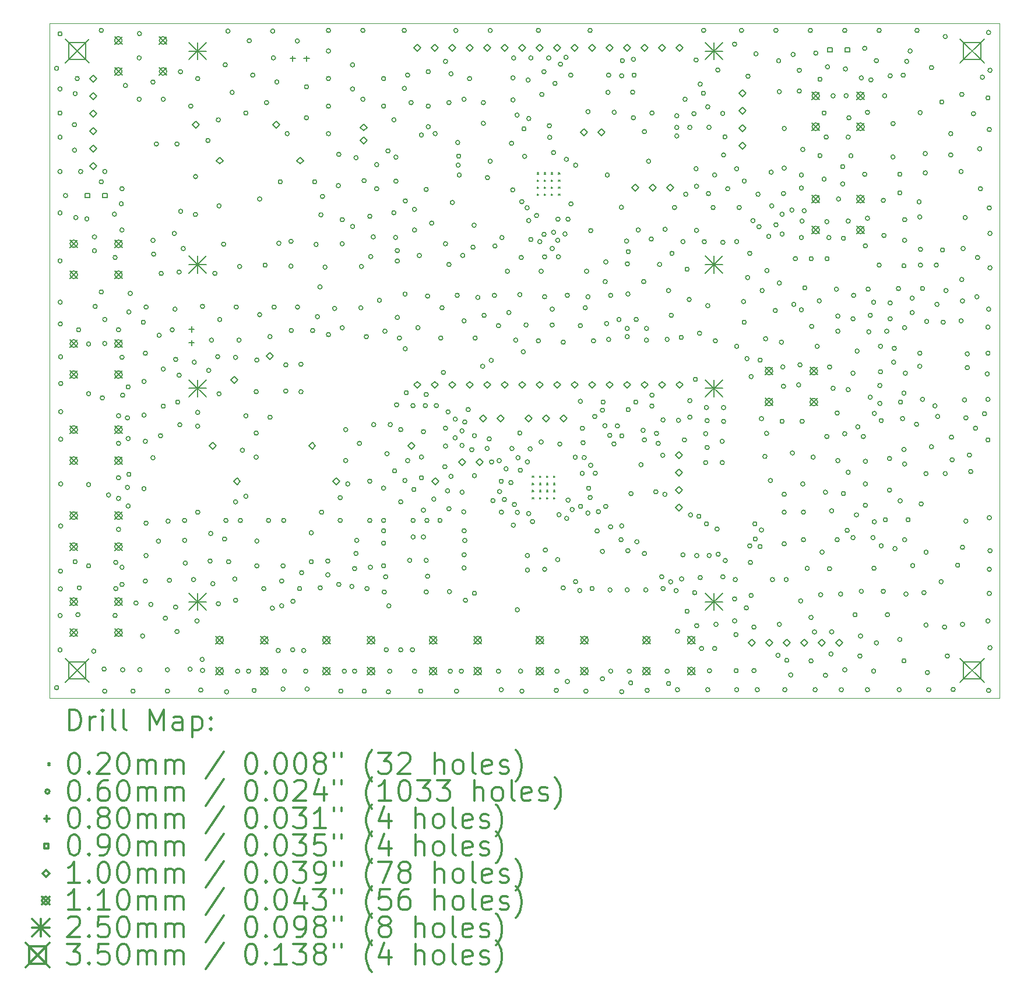
<source format=gbr>
%FSLAX45Y45*%
G04 Gerber Fmt 4.5, Leading zero omitted, Abs format (unit mm)*
G04 Created by KiCad (PCBNEW (5.1.5-0-10_14)) date 2020-05-31 11:52:51*
%MOMM*%
%LPD*%
G04 APERTURE LIST*
%TA.AperFunction,Profile*%
%ADD10C,0.050000*%
%TD*%
%ADD11C,0.200000*%
%ADD12C,0.300000*%
G04 APERTURE END LIST*
D10*
X2735785Y-13086938D02*
X2735785Y-3286938D01*
X11835785Y-3286938D02*
X16535785Y-3286938D01*
X2735785Y-3286938D02*
X11835785Y-3286938D01*
X16535785Y-13086938D02*
X2735785Y-13086938D01*
X16535785Y-3286938D02*
X16535785Y-13086938D01*
D11*
X9747555Y-9861828D02*
X9767555Y-9881828D01*
X9767555Y-9861828D02*
X9747555Y-9881828D01*
X9747555Y-9965162D02*
X9767555Y-9985162D01*
X9767555Y-9965162D02*
X9747555Y-9985162D01*
X9747555Y-10068495D02*
X9767555Y-10088495D01*
X9767555Y-10068495D02*
X9747555Y-10088495D01*
X9747555Y-10171828D02*
X9767555Y-10191828D01*
X9767555Y-10171828D02*
X9747555Y-10191828D01*
X9850889Y-9861828D02*
X9870889Y-9881828D01*
X9870889Y-9861828D02*
X9850889Y-9881828D01*
X9850889Y-9965162D02*
X9870889Y-9985162D01*
X9870889Y-9965162D02*
X9850889Y-9985162D01*
X9850889Y-10068495D02*
X9870889Y-10088495D01*
X9870889Y-10068495D02*
X9850889Y-10088495D01*
X9850889Y-10171828D02*
X9870889Y-10191828D01*
X9870889Y-10171828D02*
X9850889Y-10191828D01*
X9954222Y-9861828D02*
X9974222Y-9881828D01*
X9974222Y-9861828D02*
X9954222Y-9881828D01*
X9954222Y-9965162D02*
X9974222Y-9985162D01*
X9974222Y-9965162D02*
X9954222Y-9985162D01*
X9954222Y-10068495D02*
X9974222Y-10088495D01*
X9974222Y-10068495D02*
X9954222Y-10088495D01*
X9954222Y-10171828D02*
X9974222Y-10191828D01*
X9974222Y-10171828D02*
X9954222Y-10191828D01*
X10057555Y-9861828D02*
X10077555Y-9881828D01*
X10077555Y-9861828D02*
X10057555Y-9881828D01*
X10057555Y-9965162D02*
X10077555Y-9985162D01*
X10077555Y-9965162D02*
X10057555Y-9985162D01*
X10057555Y-10068495D02*
X10077555Y-10088495D01*
X10077555Y-10068495D02*
X10057555Y-10088495D01*
X10057555Y-10171828D02*
X10077555Y-10191828D01*
X10077555Y-10171828D02*
X10057555Y-10191828D01*
X9817405Y-5454928D02*
X9837405Y-5474928D01*
X9837405Y-5454928D02*
X9817405Y-5474928D01*
X9817405Y-5558262D02*
X9837405Y-5578262D01*
X9837405Y-5558262D02*
X9817405Y-5578262D01*
X9817405Y-5661595D02*
X9837405Y-5681595D01*
X9837405Y-5661595D02*
X9817405Y-5681595D01*
X9817405Y-5764928D02*
X9837405Y-5784928D01*
X9837405Y-5764928D02*
X9817405Y-5784928D01*
X9920739Y-5454928D02*
X9940739Y-5474928D01*
X9940739Y-5454928D02*
X9920739Y-5474928D01*
X9920739Y-5558262D02*
X9940739Y-5578262D01*
X9940739Y-5558262D02*
X9920739Y-5578262D01*
X9920739Y-5661595D02*
X9940739Y-5681595D01*
X9940739Y-5661595D02*
X9920739Y-5681595D01*
X9920739Y-5764928D02*
X9940739Y-5784928D01*
X9940739Y-5764928D02*
X9920739Y-5784928D01*
X10024072Y-5454928D02*
X10044072Y-5474928D01*
X10044072Y-5454928D02*
X10024072Y-5474928D01*
X10024072Y-5558262D02*
X10044072Y-5578262D01*
X10044072Y-5558262D02*
X10024072Y-5578262D01*
X10024072Y-5661595D02*
X10044072Y-5681595D01*
X10044072Y-5661595D02*
X10024072Y-5681595D01*
X10024072Y-5764928D02*
X10044072Y-5784928D01*
X10044072Y-5764928D02*
X10024072Y-5784928D01*
X10127405Y-5454928D02*
X10147405Y-5474928D01*
X10147405Y-5454928D02*
X10127405Y-5474928D01*
X10127405Y-5558262D02*
X10147405Y-5578262D01*
X10147405Y-5558262D02*
X10127405Y-5578262D01*
X10127405Y-5661595D02*
X10147405Y-5681595D01*
X10147405Y-5661595D02*
X10127405Y-5681595D01*
X10127405Y-5764928D02*
X10147405Y-5784928D01*
X10147405Y-5764928D02*
X10127405Y-5784928D01*
X2865785Y-3936938D02*
G75*
G03X2865785Y-3936938I-30000J0D01*
G01*
X2865785Y-12936938D02*
G75*
G03X2865785Y-12936938I-30000J0D01*
G01*
X2915785Y-3436938D02*
G75*
G03X2915785Y-3436938I-30000J0D01*
G01*
X2915785Y-4236938D02*
G75*
G03X2915785Y-4236938I-30000J0D01*
G01*
X2915785Y-4586938D02*
G75*
G03X2915785Y-4586938I-30000J0D01*
G01*
X2915785Y-4936938D02*
G75*
G03X2915785Y-4936938I-30000J0D01*
G01*
X2915785Y-5436938D02*
G75*
G03X2915785Y-5436938I-30000J0D01*
G01*
X2915785Y-6036938D02*
G75*
G03X2915785Y-6036938I-30000J0D01*
G01*
X2915785Y-6736938D02*
G75*
G03X2915785Y-6736938I-30000J0D01*
G01*
X2915785Y-12386938D02*
G75*
G03X2915785Y-12386938I-30000J0D01*
G01*
X2917769Y-11888922D02*
G75*
G03X2917769Y-11888922I-30000J0D01*
G01*
X2918428Y-7334295D02*
G75*
G03X2918428Y-7334295I-30000J0D01*
G01*
X2920714Y-7652010D02*
G75*
G03X2920714Y-7652010I-30000J0D01*
G01*
X2920865Y-11502018D02*
G75*
G03X2920865Y-11502018I-30000J0D01*
G01*
X2922928Y-11244081D02*
G75*
G03X2922928Y-11244081I-30000J0D01*
G01*
X2924143Y-8128581D02*
G75*
G03X2924143Y-8128581I-30000J0D01*
G01*
X2925785Y-8516938D02*
G75*
G03X2925785Y-8516938I-30000J0D01*
G01*
X2925785Y-8926938D02*
G75*
G03X2925785Y-8926938I-30000J0D01*
G01*
X2925785Y-9326938D02*
G75*
G03X2925785Y-9326938I-30000J0D01*
G01*
X2925785Y-9976938D02*
G75*
G03X2925785Y-9976938I-30000J0D01*
G01*
X2925785Y-10586938D02*
G75*
G03X2925785Y-10586938I-30000J0D01*
G01*
X2995785Y-5786938D02*
G75*
G03X2995785Y-5786938I-30000J0D01*
G01*
X3125785Y-4756938D02*
G75*
G03X3125785Y-4756938I-30000J0D01*
G01*
X3125785Y-5126938D02*
G75*
G03X3125785Y-5126938I-30000J0D01*
G01*
X3135785Y-4306938D02*
G75*
G03X3135785Y-4306938I-30000J0D01*
G01*
X3135785Y-11106938D02*
G75*
G03X3135785Y-11106938I-30000J0D01*
G01*
X3145785Y-6106938D02*
G75*
G03X3145785Y-6106938I-30000J0D01*
G01*
X3165785Y-4086938D02*
G75*
G03X3165785Y-4086938I-30000J0D01*
G01*
X3175785Y-11876938D02*
G75*
G03X3175785Y-11876938I-30000J0D01*
G01*
X3185785Y-7736938D02*
G75*
G03X3185785Y-7736938I-30000J0D01*
G01*
X3195785Y-11486938D02*
G75*
G03X3195785Y-11486938I-30000J0D01*
G01*
X3215785Y-5436938D02*
G75*
G03X3215785Y-5436938I-30000J0D01*
G01*
X3305785Y-6126938D02*
G75*
G03X3305785Y-6126938I-30000J0D01*
G01*
X3330785Y-8666938D02*
G75*
G03X3330785Y-8666938I-30000J0D01*
G01*
X3330785Y-7941938D02*
G75*
G03X3330785Y-7941938I-30000J0D01*
G01*
X3330785Y-9986938D02*
G75*
G03X3330785Y-9986938I-30000J0D01*
G01*
X3330785Y-11166938D02*
G75*
G03X3330785Y-11166938I-30000J0D01*
G01*
X3405785Y-12406938D02*
G75*
G03X3405785Y-12406938I-30000J0D01*
G01*
X3415785Y-6386938D02*
G75*
G03X3415785Y-6386938I-30000J0D01*
G01*
X3415785Y-6586938D02*
G75*
G03X3415785Y-6586938I-30000J0D01*
G01*
X3425785Y-7396938D02*
G75*
G03X3425785Y-7396938I-30000J0D01*
G01*
X3515785Y-3386938D02*
G75*
G03X3515785Y-3386938I-30000J0D01*
G01*
X3515785Y-5586938D02*
G75*
G03X3515785Y-5586938I-30000J0D01*
G01*
X3515785Y-7186938D02*
G75*
G03X3515785Y-7186938I-30000J0D01*
G01*
X3530785Y-8726938D02*
G75*
G03X3530785Y-8726938I-30000J0D01*
G01*
X3555785Y-12666938D02*
G75*
G03X3555785Y-12666938I-30000J0D01*
G01*
X3565785Y-5436938D02*
G75*
G03X3565785Y-5436938I-30000J0D01*
G01*
X3565785Y-7586938D02*
G75*
G03X3565785Y-7586938I-30000J0D01*
G01*
X3565785Y-7936938D02*
G75*
G03X3565785Y-7936938I-30000J0D01*
G01*
X3565785Y-12986938D02*
G75*
G03X3565785Y-12986938I-30000J0D01*
G01*
X3620785Y-10136939D02*
G75*
G03X3620785Y-10136939I-30000J0D01*
G01*
X3705785Y-6056938D02*
G75*
G03X3705785Y-6056938I-30000J0D01*
G01*
X3715785Y-6686938D02*
G75*
G03X3715785Y-6686938I-30000J0D01*
G01*
X3715785Y-11886938D02*
G75*
G03X3715785Y-11886938I-30000J0D01*
G01*
X3725785Y-11116938D02*
G75*
G03X3725785Y-11116938I-30000J0D01*
G01*
X3725785Y-11496938D02*
G75*
G03X3725785Y-11496938I-30000J0D01*
G01*
X3765785Y-7736938D02*
G75*
G03X3765785Y-7736938I-30000J0D01*
G01*
X3765785Y-8986938D02*
G75*
G03X3765785Y-8986938I-30000J0D01*
G01*
X3765785Y-9386938D02*
G75*
G03X3765785Y-9386938I-30000J0D01*
G01*
X3765785Y-9886938D02*
G75*
G03X3765785Y-9886938I-30000J0D01*
G01*
X3765785Y-10186938D02*
G75*
G03X3765785Y-10186938I-30000J0D01*
G01*
X3765785Y-10636938D02*
G75*
G03X3765785Y-10636938I-30000J0D01*
G01*
X3805785Y-5906938D02*
G75*
G03X3805785Y-5906938I-30000J0D01*
G01*
X3815785Y-5686938D02*
G75*
G03X3815785Y-5686938I-30000J0D01*
G01*
X3815785Y-6286938D02*
G75*
G03X3815785Y-6286938I-30000J0D01*
G01*
X3815785Y-8136938D02*
G75*
G03X3815785Y-8136938I-30000J0D01*
G01*
X3815785Y-11186938D02*
G75*
G03X3815785Y-11186938I-30000J0D01*
G01*
X3815785Y-11436938D02*
G75*
G03X3815785Y-11436938I-30000J0D01*
G01*
X3825785Y-8686938D02*
G75*
G03X3825785Y-8686938I-30000J0D01*
G01*
X3825785Y-12676938D02*
G75*
G03X3825785Y-12676938I-30000J0D01*
G01*
X3865785Y-4186938D02*
G75*
G03X3865785Y-4186938I-30000J0D01*
G01*
X3895785Y-9016938D02*
G75*
G03X3895785Y-9016938I-30000J0D01*
G01*
X3895785Y-10026938D02*
G75*
G03X3895785Y-10026938I-30000J0D01*
G01*
X3905785Y-8566938D02*
G75*
G03X3905785Y-8566938I-30000J0D01*
G01*
X3905785Y-9316938D02*
G75*
G03X3905785Y-9316938I-30000J0D01*
G01*
X3905785Y-10296938D02*
G75*
G03X3905785Y-10296938I-30000J0D01*
G01*
X3915785Y-7476938D02*
G75*
G03X3915785Y-7476938I-30000J0D01*
G01*
X3915785Y-9836938D02*
G75*
G03X3915785Y-9836938I-30000J0D01*
G01*
X3935785Y-7206938D02*
G75*
G03X3935785Y-7206938I-30000J0D01*
G01*
X3975785Y-12986938D02*
G75*
G03X3975785Y-12986938I-30000J0D01*
G01*
X4018786Y-11706938D02*
G75*
G03X4018786Y-11706938I-30000J0D01*
G01*
X4065785Y-3786938D02*
G75*
G03X4065785Y-3786938I-30000J0D01*
G01*
X4065785Y-4386938D02*
G75*
G03X4065785Y-4386938I-30000J0D01*
G01*
X4069825Y-3432898D02*
G75*
G03X4069825Y-3432898I-30000J0D01*
G01*
X4075785Y-12676938D02*
G75*
G03X4075785Y-12676938I-30000J0D01*
G01*
X4115785Y-12186938D02*
G75*
G03X4115785Y-12186938I-30000J0D01*
G01*
X4125785Y-7626938D02*
G75*
G03X4125785Y-7626938I-30000J0D01*
G01*
X4135785Y-8486938D02*
G75*
G03X4135785Y-8486938I-30000J0D01*
G01*
X4135785Y-8976938D02*
G75*
G03X4135785Y-8976938I-30000J0D01*
G01*
X4135785Y-10046938D02*
G75*
G03X4135785Y-10046938I-30000J0D01*
G01*
X4155785Y-8076938D02*
G75*
G03X4155785Y-8076938I-30000J0D01*
G01*
X4155785Y-9356938D02*
G75*
G03X4155785Y-9356938I-30000J0D01*
G01*
X4155785Y-11386938D02*
G75*
G03X4155785Y-11386938I-30000J0D01*
G01*
X4165785Y-7406938D02*
G75*
G03X4165785Y-7406938I-30000J0D01*
G01*
X4165785Y-10546938D02*
G75*
G03X4165785Y-10546938I-30000J0D01*
G01*
X4165785Y-11016938D02*
G75*
G03X4165785Y-11016938I-30000J0D01*
G01*
X4235785Y-11726938D02*
G75*
G03X4235785Y-11726938I-30000J0D01*
G01*
X4265785Y-4136938D02*
G75*
G03X4265785Y-4136938I-30000J0D01*
G01*
X4265785Y-6436938D02*
G75*
G03X4265785Y-6436938I-30000J0D01*
G01*
X4265785Y-6436938D02*
G75*
G03X4265785Y-6436938I-30000J0D01*
G01*
X4265785Y-9596938D02*
G75*
G03X4265785Y-9596938I-30000J0D01*
G01*
X4275785Y-6636938D02*
G75*
G03X4275785Y-6636938I-30000J0D01*
G01*
X4315785Y-5036938D02*
G75*
G03X4315785Y-5036938I-30000J0D01*
G01*
X4345785Y-10806938D02*
G75*
G03X4345785Y-10806938I-30000J0D01*
G01*
X4355785Y-7816938D02*
G75*
G03X4355785Y-7816938I-30000J0D01*
G01*
X4375785Y-9276938D02*
G75*
G03X4375785Y-9276938I-30000J0D01*
G01*
X4385785Y-6916938D02*
G75*
G03X4385785Y-6916938I-30000J0D01*
G01*
X4415785Y-4386938D02*
G75*
G03X4415785Y-4386938I-30000J0D01*
G01*
X4415785Y-8306938D02*
G75*
G03X4415785Y-8306938I-30000J0D01*
G01*
X4415785Y-8846938D02*
G75*
G03X4415785Y-8846938I-30000J0D01*
G01*
X4445785Y-11926938D02*
G75*
G03X4445785Y-11926938I-30000J0D01*
G01*
X4475785Y-12676938D02*
G75*
G03X4475785Y-12676938I-30000J0D01*
G01*
X4475785Y-12986938D02*
G75*
G03X4475785Y-12986938I-30000J0D01*
G01*
X4485785Y-10516938D02*
G75*
G03X4485785Y-10516938I-30000J0D01*
G01*
X4505785Y-11376938D02*
G75*
G03X4505785Y-11376938I-30000J0D01*
G01*
X4545785Y-7736938D02*
G75*
G03X4545785Y-7736938I-30000J0D01*
G01*
X4575785Y-6336938D02*
G75*
G03X4575785Y-6336938I-30000J0D01*
G01*
X4585785Y-7436938D02*
G75*
G03X4585785Y-7436938I-30000J0D01*
G01*
X4595785Y-8166938D02*
G75*
G03X4595785Y-8166938I-30000J0D01*
G01*
X4595785Y-11766938D02*
G75*
G03X4595785Y-11766938I-30000J0D01*
G01*
X4615785Y-5036938D02*
G75*
G03X4615785Y-5036938I-30000J0D01*
G01*
X4615785Y-12121437D02*
G75*
G03X4615785Y-12121437I-30000J0D01*
G01*
X4625785Y-8786938D02*
G75*
G03X4625785Y-8786938I-30000J0D01*
G01*
X4645785Y-6896938D02*
G75*
G03X4645785Y-6896938I-30000J0D01*
G01*
X4645785Y-8396938D02*
G75*
G03X4645785Y-8396938I-30000J0D01*
G01*
X4655785Y-9116938D02*
G75*
G03X4655785Y-9116938I-30000J0D01*
G01*
X4665785Y-3986938D02*
G75*
G03X4665785Y-3986938I-30000J0D01*
G01*
X4668966Y-6016126D02*
G75*
G03X4668966Y-6016126I-30000J0D01*
G01*
X4705785Y-6556938D02*
G75*
G03X4705785Y-6556938I-30000J0D01*
G01*
X4725785Y-10506938D02*
G75*
G03X4725785Y-10506938I-30000J0D01*
G01*
X4725785Y-10796938D02*
G75*
G03X4725785Y-10796938I-30000J0D01*
G01*
X4735785Y-11126938D02*
G75*
G03X4735785Y-11126938I-30000J0D01*
G01*
X4805785Y-12666938D02*
G75*
G03X4805785Y-12666938I-30000J0D01*
G01*
X4815785Y-4486938D02*
G75*
G03X4815785Y-4486938I-30000J0D01*
G01*
X4855785Y-11366938D02*
G75*
G03X4855785Y-11366938I-30000J0D01*
G01*
X4865785Y-8206938D02*
G75*
G03X4865785Y-8206938I-30000J0D01*
G01*
X4882621Y-6061126D02*
G75*
G03X4882621Y-6061126I-30000J0D01*
G01*
X4884653Y-5510454D02*
G75*
G03X4884653Y-5510454I-30000J0D01*
G01*
X4905785Y-11966938D02*
G75*
G03X4905785Y-11966938I-30000J0D01*
G01*
X4915785Y-4086938D02*
G75*
G03X4915785Y-4086938I-30000J0D01*
G01*
X4915785Y-8936938D02*
G75*
G03X4915785Y-8936938I-30000J0D01*
G01*
X4915785Y-9136938D02*
G75*
G03X4915785Y-9136938I-30000J0D01*
G01*
X4915785Y-10386938D02*
G75*
G03X4915785Y-10386938I-30000J0D01*
G01*
X4960785Y-12971938D02*
G75*
G03X4960785Y-12971938I-30000J0D01*
G01*
X4980786Y-12526938D02*
G75*
G03X4980786Y-12526938I-30000J0D01*
G01*
X4985785Y-7396938D02*
G75*
G03X4985785Y-7396938I-30000J0D01*
G01*
X4985785Y-12686938D02*
G75*
G03X4985785Y-12686938I-30000J0D01*
G01*
X5065785Y-4986938D02*
G75*
G03X5065785Y-4986938I-30000J0D01*
G01*
X5075785Y-8326938D02*
G75*
G03X5075785Y-8326938I-30000J0D01*
G01*
X5095785Y-11096938D02*
G75*
G03X5095785Y-11096938I-30000J0D01*
G01*
X5105785Y-10696938D02*
G75*
G03X5105785Y-10696938I-30000J0D01*
G01*
X5115785Y-7886938D02*
G75*
G03X5115785Y-7886938I-30000J0D01*
G01*
X5135785Y-11426938D02*
G75*
G03X5135785Y-11426938I-30000J0D01*
G01*
X5165785Y-6916938D02*
G75*
G03X5165785Y-6916938I-30000J0D01*
G01*
X5205785Y-8126938D02*
G75*
G03X5205785Y-8126938I-30000J0D01*
G01*
X5215785Y-4686938D02*
G75*
G03X5215785Y-4686938I-30000J0D01*
G01*
X5215785Y-11716938D02*
G75*
G03X5215785Y-11716938I-30000J0D01*
G01*
X5225785Y-5936938D02*
G75*
G03X5225785Y-5936938I-30000J0D01*
G01*
X5225785Y-8666938D02*
G75*
G03X5225785Y-8666938I-30000J0D01*
G01*
X5235785Y-7586938D02*
G75*
G03X5235785Y-7586938I-30000J0D01*
G01*
X5292577Y-6493434D02*
G75*
G03X5292577Y-6493434I-30000J0D01*
G01*
X5305785Y-10776938D02*
G75*
G03X5305785Y-10776938I-30000J0D01*
G01*
X5315785Y-3886938D02*
G75*
G03X5315785Y-3886938I-30000J0D01*
G01*
X5325785Y-10506938D02*
G75*
G03X5325785Y-10506938I-30000J0D01*
G01*
X5335785Y-12996938D02*
G75*
G03X5335785Y-12996938I-30000J0D01*
G01*
X5355786Y-3396938D02*
G75*
G03X5355786Y-3396938I-30000J0D01*
G01*
X5365785Y-11106938D02*
G75*
G03X5365785Y-11106938I-30000J0D01*
G01*
X5415785Y-4286938D02*
G75*
G03X5415785Y-4286938I-30000J0D01*
G01*
X5455785Y-11356938D02*
G75*
G03X5455785Y-11356938I-30000J0D01*
G01*
X5465785Y-8136938D02*
G75*
G03X5465785Y-8136938I-30000J0D01*
G01*
X5465785Y-10236938D02*
G75*
G03X5465785Y-10236938I-30000J0D01*
G01*
X5465785Y-11666938D02*
G75*
G03X5465785Y-11666938I-30000J0D01*
G01*
X5475785Y-7406938D02*
G75*
G03X5475785Y-7406938I-30000J0D01*
G01*
X5495785Y-12696938D02*
G75*
G03X5495785Y-12696938I-30000J0D01*
G01*
X5515785Y-7886938D02*
G75*
G03X5515785Y-7886938I-30000J0D01*
G01*
X5525785Y-6816938D02*
G75*
G03X5525785Y-6816938I-30000J0D01*
G01*
X5535785Y-10506938D02*
G75*
G03X5535785Y-10506938I-30000J0D01*
G01*
X5565785Y-9486938D02*
G75*
G03X5565785Y-9486938I-30000J0D01*
G01*
X5615785Y-4586938D02*
G75*
G03X5615785Y-4586938I-30000J0D01*
G01*
X5615785Y-8986938D02*
G75*
G03X5615785Y-8986938I-30000J0D01*
G01*
X5615785Y-10156938D02*
G75*
G03X5615785Y-10156938I-30000J0D01*
G01*
X5655785Y-12696938D02*
G75*
G03X5655785Y-12696938I-30000J0D01*
G01*
X5665785Y-3536938D02*
G75*
G03X5665785Y-3536938I-30000J0D01*
G01*
X5715785Y-4036938D02*
G75*
G03X5715785Y-4036938I-30000J0D01*
G01*
X5735785Y-12976938D02*
G75*
G03X5735785Y-12976938I-30000J0D01*
G01*
X5765785Y-8636938D02*
G75*
G03X5765785Y-8636938I-30000J0D01*
G01*
X5765785Y-9236938D02*
G75*
G03X5765785Y-9236938I-30000J0D01*
G01*
X5765785Y-9586938D02*
G75*
G03X5765785Y-9586938I-30000J0D01*
G01*
X5775785Y-8176938D02*
G75*
G03X5775785Y-8176938I-30000J0D01*
G01*
X5775785Y-10806938D02*
G75*
G03X5775785Y-10806938I-30000J0D01*
G01*
X5775785Y-11166938D02*
G75*
G03X5775785Y-11166938I-30000J0D01*
G01*
X5815785Y-5836938D02*
G75*
G03X5815785Y-5836938I-30000J0D01*
G01*
X5815785Y-7516938D02*
G75*
G03X5815785Y-7516938I-30000J0D01*
G01*
X5875785Y-11496938D02*
G75*
G03X5875785Y-11496938I-30000J0D01*
G01*
X5895785Y-6796938D02*
G75*
G03X5895785Y-6796938I-30000J0D01*
G01*
X5915785Y-4436938D02*
G75*
G03X5915785Y-4436938I-30000J0D01*
G01*
X5945785Y-10506938D02*
G75*
G03X5945785Y-10506938I-30000J0D01*
G01*
X5965785Y-7836938D02*
G75*
G03X5965785Y-7836938I-30000J0D01*
G01*
X5965785Y-9006938D02*
G75*
G03X5965785Y-9006938I-30000J0D01*
G01*
X6000785Y-11781938D02*
G75*
G03X6000785Y-11781938I-30000J0D01*
G01*
X6005785Y-3396938D02*
G75*
G03X6005785Y-3396938I-30000J0D01*
G01*
X6015785Y-3786938D02*
G75*
G03X6015785Y-3786938I-30000J0D01*
G01*
X6025785Y-7406938D02*
G75*
G03X6025785Y-7406938I-30000J0D01*
G01*
X6065785Y-4136938D02*
G75*
G03X6065785Y-4136938I-30000J0D01*
G01*
X6085785Y-12396938D02*
G75*
G03X6085785Y-12396938I-30000J0D01*
G01*
X6094709Y-6478702D02*
G75*
G03X6094709Y-6478702I-30000J0D01*
G01*
X6115785Y-5586938D02*
G75*
G03X6115785Y-5586938I-30000J0D01*
G01*
X6135785Y-11386938D02*
G75*
G03X6135785Y-11386938I-30000J0D01*
G01*
X6135785Y-11746938D02*
G75*
G03X6135785Y-11746938I-30000J0D01*
G01*
X6155785Y-11166938D02*
G75*
G03X6155785Y-11166938I-30000J0D01*
G01*
X6155785Y-12956938D02*
G75*
G03X6155785Y-12956938I-30000J0D01*
G01*
X6165785Y-10506938D02*
G75*
G03X6165785Y-10506938I-30000J0D01*
G01*
X6175785Y-12696938D02*
G75*
G03X6175785Y-12696938I-30000J0D01*
G01*
X6195785Y-8246938D02*
G75*
G03X6195785Y-8246938I-30000J0D01*
G01*
X6195785Y-8626938D02*
G75*
G03X6195785Y-8626938I-30000J0D01*
G01*
X6215785Y-4886938D02*
G75*
G03X6215785Y-4886938I-30000J0D01*
G01*
X6270985Y-6451738D02*
G75*
G03X6270985Y-6451738I-30000J0D01*
G01*
X6270985Y-6811738D02*
G75*
G03X6270985Y-6811738I-30000J0D01*
G01*
X6275785Y-7746938D02*
G75*
G03X6275785Y-7746938I-30000J0D01*
G01*
X6295785Y-12386938D02*
G75*
G03X6295785Y-12386938I-30000J0D01*
G01*
X6300785Y-11681938D02*
G75*
G03X6300785Y-11681938I-30000J0D01*
G01*
X6363085Y-3539638D02*
G75*
G03X6363085Y-3539638I-30000J0D01*
G01*
X6365785Y-7406938D02*
G75*
G03X6365785Y-7406938I-30000J0D01*
G01*
X6395785Y-11496938D02*
G75*
G03X6395785Y-11496938I-30000J0D01*
G01*
X6415785Y-8236938D02*
G75*
G03X6415785Y-8236938I-30000J0D01*
G01*
X6415785Y-8636938D02*
G75*
G03X6415785Y-8636938I-30000J0D01*
G01*
X6425785Y-11266938D02*
G75*
G03X6425785Y-11266938I-30000J0D01*
G01*
X6455785Y-12396938D02*
G75*
G03X6455785Y-12396938I-30000J0D01*
G01*
X6485785Y-12696938D02*
G75*
G03X6485785Y-12696938I-30000J0D01*
G01*
X6496385Y-4206338D02*
G75*
G03X6496385Y-4206338I-30000J0D01*
G01*
X6496385Y-4656338D02*
G75*
G03X6496385Y-4656338I-30000J0D01*
G01*
X6505785Y-12956938D02*
G75*
G03X6505785Y-12956938I-30000J0D01*
G01*
X6565785Y-10686938D02*
G75*
G03X6565785Y-10686938I-30000J0D01*
G01*
X6565785Y-11106938D02*
G75*
G03X6565785Y-11106938I-30000J0D01*
G01*
X6585785Y-7746938D02*
G75*
G03X6585785Y-7746938I-30000J0D01*
G01*
X6615785Y-5586938D02*
G75*
G03X6615785Y-5586938I-30000J0D01*
G01*
X6635785Y-6496938D02*
G75*
G03X6635785Y-6496938I-30000J0D01*
G01*
X6655785Y-7546938D02*
G75*
G03X6655785Y-7546938I-30000J0D01*
G01*
X6692186Y-7114440D02*
G75*
G03X6692186Y-7114440I-30000J0D01*
G01*
X6695785Y-11486938D02*
G75*
G03X6695785Y-11486938I-30000J0D01*
G01*
X6705785Y-6066938D02*
G75*
G03X6705785Y-6066938I-30000J0D01*
G01*
X6715785Y-10386938D02*
G75*
G03X6715785Y-10386938I-30000J0D01*
G01*
X6728777Y-5799930D02*
G75*
G03X6728777Y-5799930I-30000J0D01*
G01*
X6765785Y-6826938D02*
G75*
G03X6765785Y-6826938I-30000J0D01*
G01*
X6805785Y-11096938D02*
G75*
G03X6805785Y-11096938I-30000J0D01*
G01*
X6805785Y-11296938D02*
G75*
G03X6805785Y-11296938I-30000J0D01*
G01*
X6815785Y-3386938D02*
G75*
G03X6815785Y-3386938I-30000J0D01*
G01*
X6815785Y-3686938D02*
G75*
G03X6815785Y-3686938I-30000J0D01*
G01*
X6815785Y-4086938D02*
G75*
G03X6815785Y-4086938I-30000J0D01*
G01*
X6815785Y-4486938D02*
G75*
G03X6815785Y-4486938I-30000J0D01*
G01*
X6815785Y-4886938D02*
G75*
G03X6815785Y-4886938I-30000J0D01*
G01*
X6815785Y-7806938D02*
G75*
G03X6815785Y-7806938I-30000J0D01*
G01*
X6905785Y-7426938D02*
G75*
G03X6905785Y-7426938I-30000J0D01*
G01*
X6960293Y-5642430D02*
G75*
G03X6960293Y-5642430I-30000J0D01*
G01*
X6965785Y-5186938D02*
G75*
G03X6965785Y-5186938I-30000J0D01*
G01*
X6965785Y-11436938D02*
G75*
G03X6965785Y-11436938I-30000J0D01*
G01*
X6985785Y-10176938D02*
G75*
G03X6985785Y-10176938I-30000J0D01*
G01*
X6985785Y-10506938D02*
G75*
G03X6985785Y-10506938I-30000J0D01*
G01*
X6995785Y-12986938D02*
G75*
G03X6995785Y-12986938I-30000J0D01*
G01*
X7015785Y-6136938D02*
G75*
G03X7015785Y-6136938I-30000J0D01*
G01*
X7015785Y-6486938D02*
G75*
G03X7015785Y-6486938I-30000J0D01*
G01*
X7015785Y-7706938D02*
G75*
G03X7015785Y-7706938I-30000J0D01*
G01*
X7045785Y-12696938D02*
G75*
G03X7045785Y-12696938I-30000J0D01*
G01*
X7065785Y-9186938D02*
G75*
G03X7065785Y-9186938I-30000J0D01*
G01*
X7065785Y-9636938D02*
G75*
G03X7065785Y-9636938I-30000J0D01*
G01*
X7095785Y-9976938D02*
G75*
G03X7095785Y-9976938I-30000J0D01*
G01*
X7155785Y-11466938D02*
G75*
G03X7155785Y-11466938I-30000J0D01*
G01*
X7165785Y-3886938D02*
G75*
G03X7165785Y-3886938I-30000J0D01*
G01*
X7165785Y-4236938D02*
G75*
G03X7165785Y-4236938I-30000J0D01*
G01*
X7165785Y-6236938D02*
G75*
G03X7165785Y-6236938I-30000J0D01*
G01*
X7195785Y-11206938D02*
G75*
G03X7195785Y-11206938I-30000J0D01*
G01*
X7195785Y-12696938D02*
G75*
G03X7195785Y-12696938I-30000J0D01*
G01*
X7215785Y-5236938D02*
G75*
G03X7215785Y-5236938I-30000J0D01*
G01*
X7215785Y-10986938D02*
G75*
G03X7215785Y-10986938I-30000J0D01*
G01*
X7225785Y-10796938D02*
G75*
G03X7225785Y-10796938I-30000J0D01*
G01*
X7265785Y-9386938D02*
G75*
G03X7265785Y-9386938I-30000J0D01*
G01*
X7285785Y-7416938D02*
G75*
G03X7285785Y-7416938I-30000J0D01*
G01*
X7295785Y-6816938D02*
G75*
G03X7295785Y-6816938I-30000J0D01*
G01*
X7315785Y-3386938D02*
G75*
G03X7315785Y-3386938I-30000J0D01*
G01*
X7315785Y-4386938D02*
G75*
G03X7315785Y-4386938I-30000J0D01*
G01*
X7332884Y-5569839D02*
G75*
G03X7332884Y-5569839I-30000J0D01*
G01*
X7335785Y-12986938D02*
G75*
G03X7335785Y-12986938I-30000J0D01*
G01*
X7365785Y-7836938D02*
G75*
G03X7365785Y-7836938I-30000J0D01*
G01*
X7375785Y-11496938D02*
G75*
G03X7375785Y-11496938I-30000J0D01*
G01*
X7415785Y-6086938D02*
G75*
G03X7415785Y-6086938I-30000J0D01*
G01*
X7415785Y-9936938D02*
G75*
G03X7415785Y-9936938I-30000J0D01*
G01*
X7415785Y-10506938D02*
G75*
G03X7415785Y-10506938I-30000J0D01*
G01*
X7425785Y-11186938D02*
G75*
G03X7425785Y-11186938I-30000J0D01*
G01*
X7429733Y-6672758D02*
G75*
G03X7429733Y-6672758I-30000J0D01*
G01*
X7465785Y-6386938D02*
G75*
G03X7465785Y-6386938I-30000J0D01*
G01*
X7473286Y-9114439D02*
G75*
G03X7473286Y-9114439I-30000J0D01*
G01*
X7515785Y-5336938D02*
G75*
G03X7515785Y-5336938I-30000J0D01*
G01*
X7515785Y-5686938D02*
G75*
G03X7515785Y-5686938I-30000J0D01*
G01*
X7555785Y-7306938D02*
G75*
G03X7555785Y-7306938I-30000J0D01*
G01*
X7615785Y-4086938D02*
G75*
G03X7615785Y-4086938I-30000J0D01*
G01*
X7615785Y-4486938D02*
G75*
G03X7615785Y-4486938I-30000J0D01*
G01*
X7615785Y-10036938D02*
G75*
G03X7615785Y-10036938I-30000J0D01*
G01*
X7615785Y-10506938D02*
G75*
G03X7615785Y-10506938I-30000J0D01*
G01*
X7615785Y-10656938D02*
G75*
G03X7615785Y-10656938I-30000J0D01*
G01*
X7615785Y-10836938D02*
G75*
G03X7615785Y-10836938I-30000J0D01*
G01*
X7615785Y-11166938D02*
G75*
G03X7615785Y-11166938I-30000J0D01*
G01*
X7625785Y-11546938D02*
G75*
G03X7625785Y-11546938I-30000J0D01*
G01*
X7635785Y-7756938D02*
G75*
G03X7635785Y-7756938I-30000J0D01*
G01*
X7645785Y-11326938D02*
G75*
G03X7645785Y-11326938I-30000J0D01*
G01*
X7655785Y-12386938D02*
G75*
G03X7655785Y-12386938I-30000J0D01*
G01*
X7665785Y-9536938D02*
G75*
G03X7665785Y-9536938I-30000J0D01*
G01*
X7681193Y-5138090D02*
G75*
G03X7681193Y-5138090I-30000J0D01*
G01*
X7685785Y-12996938D02*
G75*
G03X7685785Y-12996938I-30000J0D01*
G01*
X7692872Y-11748199D02*
G75*
G03X7692872Y-11748199I-30000J0D01*
G01*
X7705785Y-12696938D02*
G75*
G03X7705785Y-12696938I-30000J0D01*
G01*
X7713284Y-9114439D02*
G75*
G03X7713284Y-9114439I-30000J0D01*
G01*
X7765785Y-4686938D02*
G75*
G03X7765785Y-4686938I-30000J0D01*
G01*
X7765785Y-6036938D02*
G75*
G03X7765785Y-6036938I-30000J0D01*
G01*
X7775785Y-9786938D02*
G75*
G03X7775785Y-9786938I-30000J0D01*
G01*
X7790921Y-6395390D02*
G75*
G03X7790921Y-6395390I-30000J0D01*
G01*
X7795493Y-5228134D02*
G75*
G03X7795493Y-5228134I-30000J0D01*
G01*
X7795785Y-5576938D02*
G75*
G03X7795785Y-5576938I-30000J0D01*
G01*
X7805785Y-8826938D02*
G75*
G03X7805785Y-8826938I-30000J0D01*
G01*
X7815785Y-6586938D02*
G75*
G03X7815785Y-6586938I-30000J0D01*
G01*
X7815785Y-6736938D02*
G75*
G03X7815785Y-6736938I-30000J0D01*
G01*
X7815785Y-7556938D02*
G75*
G03X7815785Y-7556938I-30000J0D01*
G01*
X7845785Y-7856938D02*
G75*
G03X7845785Y-7856938I-30000J0D01*
G01*
X7865785Y-9186938D02*
G75*
G03X7865785Y-9186938I-30000J0D01*
G01*
X7865785Y-10236938D02*
G75*
G03X7865785Y-10236938I-30000J0D01*
G01*
X7865785Y-12386938D02*
G75*
G03X7865785Y-12386938I-30000J0D01*
G01*
X7915785Y-3386938D02*
G75*
G03X7915785Y-3386938I-30000J0D01*
G01*
X7917921Y-4229278D02*
G75*
G03X7917921Y-4229278I-30000J0D01*
G01*
X7925785Y-9926938D02*
G75*
G03X7925785Y-9926938I-30000J0D01*
G01*
X7928285Y-7219443D02*
G75*
G03X7928285Y-7219443I-30000J0D01*
G01*
X7930785Y-8011938D02*
G75*
G03X7930785Y-8011938I-30000J0D01*
G01*
X7932145Y-5864530D02*
G75*
G03X7932145Y-5864530I-30000J0D01*
G01*
X7945785Y-8651938D02*
G75*
G03X7945785Y-8651938I-30000J0D01*
G01*
X7965785Y-4036938D02*
G75*
G03X7965785Y-4036938I-30000J0D01*
G01*
X7965785Y-9636938D02*
G75*
G03X7965785Y-9636938I-30000J0D01*
G01*
X7995785Y-11086938D02*
G75*
G03X7995785Y-11086938I-30000J0D01*
G01*
X8015785Y-4436938D02*
G75*
G03X8015785Y-4436938I-30000J0D01*
G01*
X8035785Y-12386938D02*
G75*
G03X8035785Y-12386938I-30000J0D01*
G01*
X8043286Y-8839437D02*
G75*
G03X8043286Y-8839437I-30000J0D01*
G01*
X8045785Y-10506938D02*
G75*
G03X8045785Y-10506938I-30000J0D01*
G01*
X8045785Y-10746938D02*
G75*
G03X8045785Y-10746938I-30000J0D01*
G01*
X8055785Y-10056938D02*
G75*
G03X8055785Y-10056938I-30000J0D01*
G01*
X8065785Y-5986938D02*
G75*
G03X8065785Y-5986938I-30000J0D01*
G01*
X8065785Y-6286938D02*
G75*
G03X8065785Y-6286938I-30000J0D01*
G01*
X8065785Y-12696938D02*
G75*
G03X8065785Y-12696938I-30000J0D01*
G01*
X8115785Y-7706938D02*
G75*
G03X8115785Y-7706938I-30000J0D01*
G01*
X8135786Y-6656938D02*
G75*
G03X8135786Y-6656938I-30000J0D01*
G01*
X8155785Y-12986938D02*
G75*
G03X8155785Y-12986938I-30000J0D01*
G01*
X8165785Y-4906938D02*
G75*
G03X8165785Y-4906938I-30000J0D01*
G01*
X8165785Y-9586938D02*
G75*
G03X8165785Y-9586938I-30000J0D01*
G01*
X8165785Y-9886938D02*
G75*
G03X8165785Y-9886938I-30000J0D01*
G01*
X8195785Y-9216938D02*
G75*
G03X8195785Y-9216938I-30000J0D01*
G01*
X8195785Y-10356938D02*
G75*
G03X8195785Y-10356938I-30000J0D01*
G01*
X8195785Y-10746938D02*
G75*
G03X8195785Y-10746938I-30000J0D01*
G01*
X8223286Y-8839437D02*
G75*
G03X8223286Y-8839437I-30000J0D01*
G01*
X8234405Y-5697906D02*
G75*
G03X8234405Y-5697906I-30000J0D01*
G01*
X8235785Y-8676938D02*
G75*
G03X8235785Y-8676938I-30000J0D01*
G01*
X8235785Y-11086938D02*
G75*
G03X8235785Y-11086938I-30000J0D01*
G01*
X8235785Y-11546938D02*
G75*
G03X8235785Y-11546938I-30000J0D01*
G01*
X8245785Y-10506938D02*
G75*
G03X8245785Y-10506938I-30000J0D01*
G01*
X8255785Y-7246938D02*
G75*
G03X8255785Y-7246938I-30000J0D01*
G01*
X8255785Y-11316938D02*
G75*
G03X8255785Y-11316938I-30000J0D01*
G01*
X8265785Y-3986938D02*
G75*
G03X8265785Y-3986938I-30000J0D01*
G01*
X8265785Y-4486938D02*
G75*
G03X8265785Y-4486938I-30000J0D01*
G01*
X8265785Y-4786938D02*
G75*
G03X8265785Y-4786938I-30000J0D01*
G01*
X8315785Y-6186938D02*
G75*
G03X8315785Y-6186938I-30000J0D01*
G01*
X8345785Y-10196938D02*
G75*
G03X8345785Y-10196938I-30000J0D01*
G01*
X8365785Y-4886938D02*
G75*
G03X8365785Y-4886938I-30000J0D01*
G01*
X8383286Y-8839437D02*
G75*
G03X8383286Y-8839437I-30000J0D01*
G01*
X8435785Y-10506938D02*
G75*
G03X8435785Y-10506938I-30000J0D01*
G01*
X8445785Y-7856938D02*
G75*
G03X8445785Y-7856938I-30000J0D01*
G01*
X8465785Y-7416938D02*
G75*
G03X8465785Y-7416938I-30000J0D01*
G01*
X8485785Y-8356939D02*
G75*
G03X8485785Y-8356939I-30000J0D01*
G01*
X8505785Y-9726938D02*
G75*
G03X8505785Y-9726938I-30000J0D01*
G01*
X8515785Y-3836938D02*
G75*
G03X8515785Y-3836938I-30000J0D01*
G01*
X8515785Y-6486938D02*
G75*
G03X8515785Y-6486938I-30000J0D01*
G01*
X8515785Y-9166938D02*
G75*
G03X8515785Y-9166938I-30000J0D01*
G01*
X8515785Y-9426938D02*
G75*
G03X8515785Y-9426938I-30000J0D01*
G01*
X8545785Y-10076938D02*
G75*
G03X8545785Y-10076938I-30000J0D01*
G01*
X8553285Y-8929438D02*
G75*
G03X8553285Y-8929438I-30000J0D01*
G01*
X8565785Y-4436938D02*
G75*
G03X8565785Y-4436938I-30000J0D01*
G01*
X8565785Y-6786938D02*
G75*
G03X8565785Y-6786938I-30000J0D01*
G01*
X8565785Y-10336938D02*
G75*
G03X8565785Y-10336938I-30000J0D01*
G01*
X8574003Y-11541430D02*
G75*
G03X8574003Y-11541430I-30000J0D01*
G01*
X8585785Y-12696938D02*
G75*
G03X8585785Y-12696938I-30000J0D01*
G01*
X8595785Y-4016938D02*
G75*
G03X8595785Y-4016938I-30000J0D01*
G01*
X8595785Y-9866938D02*
G75*
G03X8595785Y-9866938I-30000J0D01*
G01*
X8615785Y-5886938D02*
G75*
G03X8615785Y-5886938I-30000J0D01*
G01*
X8655785Y-9306938D02*
G75*
G03X8655785Y-9306938I-30000J0D01*
G01*
X8658285Y-9034438D02*
G75*
G03X8658285Y-9034438I-30000J0D01*
G01*
X8665785Y-3386938D02*
G75*
G03X8665785Y-3386938I-30000J0D01*
G01*
X8675785Y-12986938D02*
G75*
G03X8675785Y-12986938I-30000J0D01*
G01*
X8685785Y-7236938D02*
G75*
G03X8685785Y-7236938I-30000J0D01*
G01*
X8692621Y-5014646D02*
G75*
G03X8692621Y-5014646I-30000J0D01*
G01*
X8699967Y-5343572D02*
G75*
G03X8699967Y-5343572I-30000J0D01*
G01*
X8707353Y-5213782D02*
G75*
G03X8707353Y-5213782I-30000J0D01*
G01*
X8715785Y-5486938D02*
G75*
G03X8715785Y-5486938I-30000J0D01*
G01*
X8745785Y-12696938D02*
G75*
G03X8745785Y-12696938I-30000J0D01*
G01*
X8755785Y-9206938D02*
G75*
G03X8755785Y-9206938I-30000J0D01*
G01*
X8755785Y-9416938D02*
G75*
G03X8755785Y-9416938I-30000J0D01*
G01*
X8755785Y-10096938D02*
G75*
G03X8755785Y-10096938I-30000J0D01*
G01*
X8765785Y-6656938D02*
G75*
G03X8765785Y-6656938I-30000J0D01*
G01*
X8780785Y-10381938D02*
G75*
G03X8780785Y-10381938I-30000J0D01*
G01*
X8785785Y-4386938D02*
G75*
G03X8785785Y-4386938I-30000J0D01*
G01*
X8785785Y-7606938D02*
G75*
G03X8785785Y-7606938I-30000J0D01*
G01*
X8785785Y-10656938D02*
G75*
G03X8785785Y-10656938I-30000J0D01*
G01*
X8785785Y-11006938D02*
G75*
G03X8785785Y-11006938I-30000J0D01*
G01*
X8785785Y-11196938D02*
G75*
G03X8785785Y-11196938I-30000J0D01*
G01*
X8795785Y-9076938D02*
G75*
G03X8795785Y-9076938I-30000J0D01*
G01*
X8795785Y-10796938D02*
G75*
G03X8795785Y-10796938I-30000J0D01*
G01*
X8805785Y-11666938D02*
G75*
G03X8805785Y-11666938I-30000J0D01*
G01*
X8845785Y-8896938D02*
G75*
G03X8845785Y-8896938I-30000J0D01*
G01*
X8865785Y-4086938D02*
G75*
G03X8865785Y-4086938I-30000J0D01*
G01*
X8897785Y-9478938D02*
G75*
G03X8897785Y-9478938I-30000J0D01*
G01*
X8915785Y-6536938D02*
G75*
G03X8915785Y-6536938I-30000J0D01*
G01*
X8930785Y-6216938D02*
G75*
G03X8930785Y-6216938I-30000J0D01*
G01*
X8935785Y-9276938D02*
G75*
G03X8935785Y-9276938I-30000J0D01*
G01*
X8935785Y-9856938D02*
G75*
G03X8935785Y-9856938I-30000J0D01*
G01*
X8935909Y-11564685D02*
G75*
G03X8935909Y-11564685I-30000J0D01*
G01*
X8945785Y-7856938D02*
G75*
G03X8945785Y-7856938I-30000J0D01*
G01*
X8985785Y-7266938D02*
G75*
G03X8985785Y-7266938I-30000J0D01*
G01*
X9055785Y-8266938D02*
G75*
G03X9055785Y-8266938I-30000J0D01*
G01*
X9065785Y-4436938D02*
G75*
G03X9065785Y-4436938I-30000J0D01*
G01*
X9065785Y-4736938D02*
G75*
G03X9065785Y-4736938I-30000J0D01*
G01*
X9075785Y-7526938D02*
G75*
G03X9075785Y-7526938I-30000J0D01*
G01*
X9120785Y-9461938D02*
G75*
G03X9120785Y-9461938I-30000J0D01*
G01*
X9125785Y-5526938D02*
G75*
G03X9125785Y-5526938I-30000J0D01*
G01*
X9150785Y-9321938D02*
G75*
G03X9150785Y-9321938I-30000J0D01*
G01*
X9165785Y-3386938D02*
G75*
G03X9165785Y-3386938I-30000J0D01*
G01*
X9165785Y-5286938D02*
G75*
G03X9165785Y-5286938I-30000J0D01*
G01*
X9180785Y-8181437D02*
G75*
G03X9180785Y-8181437I-30000J0D01*
G01*
X9185785Y-9656938D02*
G75*
G03X9185785Y-9656938I-30000J0D01*
G01*
X9205193Y-10219615D02*
G75*
G03X9205193Y-10219615I-30000J0D01*
G01*
X9225785Y-7236938D02*
G75*
G03X9225785Y-7236938I-30000J0D01*
G01*
X9233286Y-6519438D02*
G75*
G03X9233286Y-6519438I-30000J0D01*
G01*
X9285785Y-7676938D02*
G75*
G03X9285785Y-7676938I-30000J0D01*
G01*
X9285785Y-12696938D02*
G75*
G03X9285785Y-12696938I-30000J0D01*
G01*
X9295785Y-9636938D02*
G75*
G03X9295785Y-9636938I-30000J0D01*
G01*
X9301205Y-10087026D02*
G75*
G03X9301205Y-10087026I-30000J0D01*
G01*
X9325470Y-9938104D02*
G75*
G03X9325470Y-9938104I-30000J0D01*
G01*
X9325785Y-12966938D02*
G75*
G03X9325785Y-12966938I-30000J0D01*
G01*
X9327621Y-10386238D02*
G75*
G03X9327621Y-10386238I-30000J0D01*
G01*
X9335785Y-6396938D02*
G75*
G03X9335785Y-6396938I-30000J0D01*
G01*
X9371024Y-10202227D02*
G75*
G03X9371024Y-10202227I-30000J0D01*
G01*
X9395785Y-9756938D02*
G75*
G03X9395785Y-9756938I-30000J0D01*
G01*
X9415785Y-6886938D02*
G75*
G03X9415785Y-6886938I-30000J0D01*
G01*
X9435785Y-7486938D02*
G75*
G03X9435785Y-7486938I-30000J0D01*
G01*
X9465785Y-9956937D02*
G75*
G03X9465785Y-9956937I-30000J0D01*
G01*
X9475785Y-5026938D02*
G75*
G03X9475785Y-5026938I-30000J0D01*
G01*
X9480785Y-9461938D02*
G75*
G03X9480785Y-9461938I-30000J0D01*
G01*
X9493229Y-5704256D02*
G75*
G03X9493229Y-5704256I-30000J0D01*
G01*
X9495785Y-4076938D02*
G75*
G03X9495785Y-4076938I-30000J0D01*
G01*
X9495785Y-4396938D02*
G75*
G03X9495785Y-4396938I-30000J0D01*
G01*
X9500849Y-10575722D02*
G75*
G03X9500849Y-10575722I-30000J0D01*
G01*
X9505785Y-3786938D02*
G75*
G03X9505785Y-3786938I-30000J0D01*
G01*
X9516851Y-10276002D02*
G75*
G03X9516851Y-10276002I-30000J0D01*
G01*
X9535785Y-7886938D02*
G75*
G03X9535785Y-7886938I-30000J0D01*
G01*
X9555785Y-4616938D02*
G75*
G03X9555785Y-4616938I-30000J0D01*
G01*
X9559523Y-11805590D02*
G75*
G03X9559523Y-11805590I-30000J0D01*
G01*
X9559777Y-10390302D02*
G75*
G03X9559777Y-10390302I-30000J0D01*
G01*
X9569429Y-9595282D02*
G75*
G03X9569429Y-9595282I-30000J0D01*
G01*
X9595785Y-7226938D02*
G75*
G03X9595785Y-7226938I-30000J0D01*
G01*
X9595785Y-9236938D02*
G75*
G03X9595785Y-9236938I-30000J0D01*
G01*
X9603337Y-9777194D02*
G75*
G03X9603337Y-9777194I-30000J0D01*
G01*
X9605785Y-12696938D02*
G75*
G03X9605785Y-12696938I-30000J0D01*
G01*
X9615785Y-6686938D02*
G75*
G03X9615785Y-6686938I-30000J0D01*
G01*
X9624451Y-5875346D02*
G75*
G03X9624451Y-5875346I-30000J0D01*
G01*
X9625785Y-12986938D02*
G75*
G03X9625785Y-12986938I-30000J0D01*
G01*
X9645785Y-8056938D02*
G75*
G03X9645785Y-8056938I-30000J0D01*
G01*
X9655785Y-4816938D02*
G75*
G03X9655785Y-4816938I-30000J0D01*
G01*
X9665785Y-5216938D02*
G75*
G03X9665785Y-5216938I-30000J0D01*
G01*
X9685785Y-7666938D02*
G75*
G03X9685785Y-7666938I-30000J0D01*
G01*
X9701001Y-5964490D02*
G75*
G03X9701001Y-5964490I-30000J0D01*
G01*
X9705785Y-11016938D02*
G75*
G03X9705785Y-11016938I-30000J0D01*
G01*
X9705785Y-11226938D02*
G75*
G03X9705785Y-11226938I-30000J0D01*
G01*
X9705786Y-9656938D02*
G75*
G03X9705786Y-9656938I-30000J0D01*
G01*
X9715785Y-4106938D02*
G75*
G03X9715785Y-4106938I-30000J0D01*
G01*
X9723685Y-10407838D02*
G75*
G03X9723685Y-10407838I-30000J0D01*
G01*
X9724609Y-6149435D02*
G75*
G03X9724609Y-6149435I-30000J0D01*
G01*
X9725785Y-4666938D02*
G75*
G03X9725785Y-4666938I-30000J0D01*
G01*
X9745785Y-9466938D02*
G75*
G03X9745785Y-9466938I-30000J0D01*
G01*
X9755785Y-3786938D02*
G75*
G03X9755785Y-3786938I-30000J0D01*
G01*
X9755785Y-6424439D02*
G75*
G03X9755785Y-6424439I-30000J0D01*
G01*
X9780249Y-10524668D02*
G75*
G03X9780249Y-10524668I-30000J0D01*
G01*
X9838502Y-6076935D02*
G75*
G03X9838502Y-6076935I-30000J0D01*
G01*
X9865785Y-3386938D02*
G75*
G03X9865785Y-3386938I-30000J0D01*
G01*
X9865785Y-7896938D02*
G75*
G03X9865785Y-7896938I-30000J0D01*
G01*
X9885785Y-6456938D02*
G75*
G03X9885785Y-6456938I-30000J0D01*
G01*
X9905785Y-6886938D02*
G75*
G03X9905785Y-6886938I-30000J0D01*
G01*
X9905786Y-9366938D02*
G75*
G03X9905786Y-9366938I-30000J0D01*
G01*
X9915785Y-4316938D02*
G75*
G03X9915785Y-4316938I-30000J0D01*
G01*
X9945785Y-3986938D02*
G75*
G03X9945785Y-3986938I-30000J0D01*
G01*
X9946594Y-6350449D02*
G75*
G03X9946594Y-6350449I-30000J0D01*
G01*
X9955785Y-6676938D02*
G75*
G03X9955785Y-6676938I-30000J0D01*
G01*
X9955785Y-7256938D02*
G75*
G03X9955785Y-7256938I-30000J0D01*
G01*
X9955785Y-11216938D02*
G75*
G03X9955785Y-11216938I-30000J0D01*
G01*
X9965785Y-10936938D02*
G75*
G03X9965785Y-10936938I-30000J0D01*
G01*
X10015785Y-3786938D02*
G75*
G03X10015785Y-3786938I-30000J0D01*
G01*
X10024529Y-4772261D02*
G75*
G03X10024529Y-4772261I-30000J0D01*
G01*
X10030352Y-4940186D02*
G75*
G03X10030352Y-4940186I-30000J0D01*
G01*
X10065785Y-6556938D02*
G75*
G03X10065785Y-6556938I-30000J0D01*
G01*
X10065785Y-7436938D02*
G75*
G03X10065785Y-7436938I-30000J0D01*
G01*
X10065785Y-7666938D02*
G75*
G03X10065785Y-7666938I-30000J0D01*
G01*
X10085785Y-5162689D02*
G75*
G03X10085785Y-5162689I-30000J0D01*
G01*
X10085811Y-6321222D02*
G75*
G03X10085811Y-6321222I-30000J0D01*
G01*
X10105785Y-4156938D02*
G75*
G03X10105785Y-4156938I-30000J0D01*
G01*
X10125785Y-12976938D02*
G75*
G03X10125785Y-12976938I-30000J0D01*
G01*
X10135785Y-12696938D02*
G75*
G03X10135785Y-12696938I-30000J0D01*
G01*
X10145785Y-6436938D02*
G75*
G03X10145785Y-6436938I-30000J0D01*
G01*
X10145785Y-11076938D02*
G75*
G03X10145785Y-11076938I-30000J0D01*
G01*
X10149311Y-6130214D02*
G75*
G03X10149311Y-6130214I-30000J0D01*
G01*
X10155785Y-6676938D02*
G75*
G03X10155785Y-6676938I-30000J0D01*
G01*
X10165249Y-10423728D02*
G75*
G03X10165249Y-10423728I-30000J0D01*
G01*
X10175785Y-9396938D02*
G75*
G03X10175785Y-9396938I-30000J0D01*
G01*
X10185785Y-3876938D02*
G75*
G03X10185785Y-3876938I-30000J0D01*
G01*
X10225785Y-7916938D02*
G75*
G03X10225785Y-7916938I-30000J0D01*
G01*
X10225785Y-11486938D02*
G75*
G03X10225785Y-11486938I-30000J0D01*
G01*
X10251251Y-6345127D02*
G75*
G03X10251251Y-6345127I-30000J0D01*
G01*
X10265785Y-3776938D02*
G75*
G03X10265785Y-3776938I-30000J0D01*
G01*
X10272755Y-5260518D02*
G75*
G03X10272755Y-5260518I-30000J0D01*
G01*
X10275784Y-10476938D02*
G75*
G03X10275784Y-10476938I-30000J0D01*
G01*
X10285785Y-7236938D02*
G75*
G03X10285785Y-7236938I-30000J0D01*
G01*
X10285785Y-12846938D02*
G75*
G03X10285785Y-12846938I-30000J0D01*
G01*
X10295785Y-6129439D02*
G75*
G03X10295785Y-6129439I-30000J0D01*
G01*
X10296494Y-10211783D02*
G75*
G03X10296494Y-10211783I-30000J0D01*
G01*
X10335785Y-4036938D02*
G75*
G03X10335785Y-4036938I-30000J0D01*
G01*
X10339051Y-5906936D02*
G75*
G03X10339051Y-5906936I-30000J0D01*
G01*
X10356321Y-10348646D02*
G75*
G03X10356321Y-10348646I-30000J0D01*
G01*
X10401020Y-9589440D02*
G75*
G03X10401020Y-9589440I-30000J0D01*
G01*
X10405785Y-11396938D02*
G75*
G03X10405785Y-11396938I-30000J0D01*
G01*
X10406105Y-5345608D02*
G75*
G03X10406105Y-5345608I-30000J0D01*
G01*
X10465785Y-11526938D02*
G75*
G03X10465785Y-11526938I-30000J0D01*
G01*
X10475447Y-8775624D02*
G75*
G03X10475447Y-8775624I-30000J0D01*
G01*
X10475785Y-7676938D02*
G75*
G03X10475785Y-7676938I-30000J0D01*
G01*
X10477479Y-10303434D02*
G75*
G03X10477479Y-10303434I-30000J0D01*
G01*
X10502411Y-9821356D02*
G75*
G03X10502411Y-9821356I-30000J0D01*
G01*
X10504549Y-9168175D02*
G75*
G03X10504549Y-9168175I-30000J0D01*
G01*
X10514309Y-9378366D02*
G75*
G03X10514309Y-9378366I-30000J0D01*
G01*
X10530311Y-9593504D02*
G75*
G03X10530311Y-9593504I-30000J0D01*
G01*
X10545785Y-7416938D02*
G75*
G03X10545785Y-7416938I-30000J0D01*
G01*
X10555785Y-12986938D02*
G75*
G03X10555785Y-12986938I-30000J0D01*
G01*
X10565785Y-6886938D02*
G75*
G03X10565785Y-6886938I-30000J0D01*
G01*
X10584667Y-10400208D02*
G75*
G03X10584667Y-10400208I-30000J0D01*
G01*
X10585785Y-4566938D02*
G75*
G03X10585785Y-4566938I-30000J0D01*
G01*
X10585785Y-7256938D02*
G75*
G03X10585785Y-7256938I-30000J0D01*
G01*
X10595589Y-10039020D02*
G75*
G03X10595589Y-10039020I-30000J0D01*
G01*
X10615785Y-3386938D02*
G75*
G03X10615785Y-3386938I-30000J0D01*
G01*
X10617179Y-10174656D02*
G75*
G03X10617179Y-10174656I-30000J0D01*
G01*
X10624291Y-9704756D02*
G75*
G03X10624291Y-9704756I-30000J0D01*
G01*
X10625786Y-6296938D02*
G75*
G03X10625786Y-6296938I-30000J0D01*
G01*
X10645785Y-11496938D02*
G75*
G03X10645785Y-11496938I-30000J0D01*
G01*
X10665785Y-7896938D02*
G75*
G03X10665785Y-7896938I-30000J0D01*
G01*
X10684235Y-8996858D02*
G75*
G03X10684235Y-8996858I-30000J0D01*
G01*
X10691812Y-9820941D02*
G75*
G03X10691812Y-9820941I-30000J0D01*
G01*
X10718271Y-10660558D02*
G75*
G03X10718271Y-10660558I-30000J0D01*
G01*
X10737829Y-10379634D02*
G75*
G03X10737829Y-10379634I-30000J0D01*
G01*
X10795785Y-10956938D02*
G75*
G03X10795785Y-10956938I-30000J0D01*
G01*
X10795785Y-12806938D02*
G75*
G03X10795785Y-12806938I-30000J0D01*
G01*
X10796092Y-8905418D02*
G75*
G03X10796092Y-8905418I-30000J0D01*
G01*
X10805785Y-8786938D02*
G75*
G03X10805785Y-8786938I-30000J0D01*
G01*
X10832191Y-9130533D02*
G75*
G03X10832191Y-9130533I-30000J0D01*
G01*
X10835785Y-7036938D02*
G75*
G03X10835785Y-7036938I-30000J0D01*
G01*
X10842985Y-10303434D02*
G75*
G03X10842985Y-10303434I-30000J0D01*
G01*
X10845731Y-6751548D02*
G75*
G03X10845731Y-6751548I-30000J0D01*
G01*
X10855785Y-7646938D02*
G75*
G03X10855785Y-7646938I-30000J0D01*
G01*
X10865785Y-5486938D02*
G75*
G03X10865785Y-5486938I-30000J0D01*
G01*
X10875785Y-4286938D02*
G75*
G03X10875785Y-4286938I-30000J0D01*
G01*
X10885785Y-4036938D02*
G75*
G03X10885785Y-4036938I-30000J0D01*
G01*
X10885785Y-7876938D02*
G75*
G03X10885785Y-7876938I-30000J0D01*
G01*
X10901835Y-9270888D02*
G75*
G03X10901835Y-9270888I-30000J0D01*
G01*
X10905785Y-11516938D02*
G75*
G03X10905785Y-11516938I-30000J0D01*
G01*
X10915020Y-10600008D02*
G75*
G03X10915020Y-10600008I-30000J0D01*
G01*
X10915785Y-7236938D02*
G75*
G03X10915785Y-7236938I-30000J0D01*
G01*
X10915785Y-12696938D02*
G75*
G03X10915785Y-12696938I-30000J0D01*
G01*
X10963375Y-9394528D02*
G75*
G03X10963375Y-9394528I-30000J0D01*
G01*
X10965785Y-4576938D02*
G75*
G03X10965785Y-4576938I-30000J0D01*
G01*
X11012403Y-9133510D02*
G75*
G03X11012403Y-9133510I-30000J0D01*
G01*
X11035785Y-7586938D02*
G75*
G03X11035785Y-7586938I-30000J0D01*
G01*
X11065785Y-10786938D02*
G75*
G03X11065785Y-10786938I-30000J0D01*
G01*
X11070785Y-5956938D02*
G75*
G03X11070785Y-5956938I-30000J0D01*
G01*
X11075785Y-4046938D02*
G75*
G03X11075785Y-4046938I-30000J0D01*
G01*
X11075785Y-10586938D02*
G75*
G03X11075785Y-10586938I-30000J0D01*
G01*
X11075785Y-12996938D02*
G75*
G03X11075785Y-12996938I-30000J0D01*
G01*
X11077108Y-9278261D02*
G75*
G03X11077108Y-9278261I-30000J0D01*
G01*
X11085785Y-3826938D02*
G75*
G03X11085785Y-3826938I-30000J0D01*
G01*
X11145785Y-6446938D02*
G75*
G03X11145785Y-6446938I-30000J0D01*
G01*
X11155785Y-7716938D02*
G75*
G03X11155785Y-7716938I-30000J0D01*
G01*
X11155785Y-7836938D02*
G75*
G03X11155785Y-7836938I-30000J0D01*
G01*
X11155785Y-11516938D02*
G75*
G03X11155785Y-11516938I-30000J0D01*
G01*
X11157480Y-6778633D02*
G75*
G03X11157480Y-6778633I-30000J0D01*
G01*
X11165785Y-7216938D02*
G75*
G03X11165785Y-7216938I-30000J0D01*
G01*
X11165785Y-10946938D02*
G75*
G03X11165785Y-10946938I-30000J0D01*
G01*
X11170785Y-8896938D02*
G75*
G03X11170785Y-8896938I-30000J0D01*
G01*
X11171085Y-6601638D02*
G75*
G03X11171085Y-6601638I-30000J0D01*
G01*
X11185785Y-12696938D02*
G75*
G03X11185785Y-12696938I-30000J0D01*
G01*
X11205785Y-12866938D02*
G75*
G03X11205785Y-12866938I-30000J0D01*
G01*
X11210785Y-10116938D02*
G75*
G03X11210785Y-10116938I-30000J0D01*
G01*
X11234653Y-4283888D02*
G75*
G03X11234653Y-4283888I-30000J0D01*
G01*
X11245785Y-3806938D02*
G75*
G03X11245785Y-3806938I-30000J0D01*
G01*
X11245785Y-4656938D02*
G75*
G03X11245785Y-4656938I-30000J0D01*
G01*
X11255785Y-4036938D02*
G75*
G03X11255785Y-4036938I-30000J0D01*
G01*
X11280785Y-8786938D02*
G75*
G03X11280785Y-8786938I-30000J0D01*
G01*
X11285785Y-7586938D02*
G75*
G03X11285785Y-7586938I-30000J0D01*
G01*
X11295785Y-10816938D02*
G75*
G03X11295785Y-10816938I-30000J0D01*
G01*
X11315785Y-6286938D02*
G75*
G03X11315785Y-6286938I-30000J0D01*
G01*
X11355785Y-9696938D02*
G75*
G03X11355785Y-9696938I-30000J0D01*
G01*
X11385785Y-9196938D02*
G75*
G03X11385785Y-9196938I-30000J0D01*
G01*
X11395785Y-7036938D02*
G75*
G03X11395785Y-7036938I-30000J0D01*
G01*
X11405785Y-4856938D02*
G75*
G03X11405785Y-4856938I-30000J0D01*
G01*
X11405785Y-9336938D02*
G75*
G03X11405785Y-9336938I-30000J0D01*
G01*
X11405785Y-10986938D02*
G75*
G03X11405785Y-10986938I-30000J0D01*
G01*
X11425785Y-11516938D02*
G75*
G03X11425785Y-11516938I-30000J0D01*
G01*
X11435785Y-7716938D02*
G75*
G03X11435785Y-7716938I-30000J0D01*
G01*
X11435785Y-7886938D02*
G75*
G03X11435785Y-7886938I-30000J0D01*
G01*
X11445785Y-12976938D02*
G75*
G03X11445785Y-12976938I-30000J0D01*
G01*
X11465785Y-5286938D02*
G75*
G03X11465785Y-5286938I-30000J0D01*
G01*
X11465785Y-5286938D02*
G75*
G03X11465785Y-5286938I-30000J0D01*
G01*
X11504655Y-6417488D02*
G75*
G03X11504655Y-6417488I-30000J0D01*
G01*
X11513976Y-8845129D02*
G75*
G03X11513976Y-8845129I-30000J0D01*
G01*
X11515785Y-4586938D02*
G75*
G03X11515785Y-4586938I-30000J0D01*
G01*
X11515785Y-8686938D02*
G75*
G03X11515785Y-8686938I-30000J0D01*
G01*
X11515785Y-8686938D02*
G75*
G03X11515785Y-8686938I-30000J0D01*
G01*
X11515785Y-8686938D02*
G75*
G03X11515785Y-8686938I-30000J0D01*
G01*
X11570695Y-10090582D02*
G75*
G03X11570695Y-10090582I-30000J0D01*
G01*
X11580785Y-9241938D02*
G75*
G03X11580785Y-9241938I-30000J0D01*
G01*
X11605785Y-9386938D02*
G75*
G03X11605785Y-9386938I-30000J0D01*
G01*
X11625785Y-6786938D02*
G75*
G03X11625785Y-6786938I-30000J0D01*
G01*
X11656547Y-11325276D02*
G75*
G03X11656547Y-11325276I-30000J0D01*
G01*
X11671985Y-9560738D02*
G75*
G03X11671985Y-9560738I-30000J0D01*
G01*
X11675785Y-9046938D02*
G75*
G03X11675785Y-9046938I-30000J0D01*
G01*
X11675785Y-11496938D02*
G75*
G03X11675785Y-11496938I-30000J0D01*
G01*
X11702775Y-10128428D02*
G75*
G03X11702775Y-10128428I-30000J0D01*
G01*
X11705785Y-6276938D02*
G75*
G03X11705785Y-6276938I-30000J0D01*
G01*
X11735785Y-7876938D02*
G75*
G03X11735785Y-7876938I-30000J0D01*
G01*
X11735785Y-12696938D02*
G75*
G03X11735785Y-12696938I-30000J0D01*
G01*
X11755785Y-7166938D02*
G75*
G03X11755785Y-7166938I-30000J0D01*
G01*
X11755785Y-12876938D02*
G75*
G03X11755785Y-12876938I-30000J0D01*
G01*
X11786595Y-11399190D02*
G75*
G03X11786595Y-11399190I-30000J0D01*
G01*
X11795785Y-7526938D02*
G75*
G03X11795785Y-7526938I-30000J0D01*
G01*
X11805785Y-6626938D02*
G75*
G03X11805785Y-6626938I-30000J0D01*
G01*
X11842820Y-5959904D02*
G75*
G03X11842820Y-5959904I-30000J0D01*
G01*
X11865785Y-11526938D02*
G75*
G03X11865785Y-11526938I-30000J0D01*
G01*
X11875785Y-4626938D02*
G75*
G03X11875785Y-4626938I-30000J0D01*
G01*
X11875785Y-4796938D02*
G75*
G03X11875785Y-4796938I-30000J0D01*
G01*
X11876003Y-4921174D02*
G75*
G03X11876003Y-4921174I-30000J0D01*
G01*
X11885785Y-12116938D02*
G75*
G03X11885785Y-12116938I-30000J0D01*
G01*
X11885785Y-12966938D02*
G75*
G03X11885785Y-12966938I-30000J0D01*
G01*
X11900785Y-9051938D02*
G75*
G03X11900785Y-9051938I-30000J0D01*
G01*
X11940785Y-7846938D02*
G75*
G03X11940785Y-7846938I-30000J0D01*
G01*
X11945785Y-11356938D02*
G75*
G03X11945785Y-11356938I-30000J0D01*
G01*
X11965785Y-6456938D02*
G75*
G03X11965785Y-6456938I-30000J0D01*
G01*
X11965785Y-11006938D02*
G75*
G03X11965785Y-11006938I-30000J0D01*
G01*
X11985785Y-9336938D02*
G75*
G03X11985785Y-9336938I-30000J0D01*
G01*
X11995785Y-4386938D02*
G75*
G03X11995785Y-4386938I-30000J0D01*
G01*
X12005785Y-5766938D02*
G75*
G03X12005785Y-5766938I-30000J0D01*
G01*
X12025785Y-6856938D02*
G75*
G03X12025785Y-6856938I-30000J0D01*
G01*
X12025785Y-11826938D02*
G75*
G03X12025785Y-11826938I-30000J0D01*
G01*
X12055785Y-7296938D02*
G75*
G03X12055785Y-7296938I-30000J0D01*
G01*
X12065785Y-4796938D02*
G75*
G03X12065785Y-4796938I-30000J0D01*
G01*
X12065785Y-8766938D02*
G75*
G03X12065785Y-8766938I-30000J0D01*
G01*
X12065785Y-9006938D02*
G75*
G03X12065785Y-9006938I-30000J0D01*
G01*
X12075785Y-10426938D02*
G75*
G03X12075785Y-10426938I-30000J0D01*
G01*
X12125785Y-4596938D02*
G75*
G03X12125785Y-4596938I-30000J0D01*
G01*
X12135785Y-11556938D02*
G75*
G03X12135785Y-11556938I-30000J0D01*
G01*
X12145785Y-8456938D02*
G75*
G03X12145785Y-8456938I-30000J0D01*
G01*
X12155785Y-3816938D02*
G75*
G03X12155785Y-3816938I-30000J0D01*
G01*
X12155785Y-5396938D02*
G75*
G03X12155785Y-5396938I-30000J0D01*
G01*
X12162515Y-5651678D02*
G75*
G03X12162515Y-5651678I-30000J0D01*
G01*
X12162515Y-6291758D02*
G75*
G03X12162515Y-6291758I-30000J0D01*
G01*
X12165785Y-11016938D02*
G75*
G03X12165785Y-11016938I-30000J0D01*
G01*
X12165785Y-12036938D02*
G75*
G03X12165785Y-12036938I-30000J0D01*
G01*
X12195785Y-10446938D02*
G75*
G03X12195785Y-10446938I-30000J0D01*
G01*
X12205785Y-7786938D02*
G75*
G03X12205785Y-7786938I-30000J0D01*
G01*
X12215785Y-4166938D02*
G75*
G03X12215785Y-4166938I-30000J0D01*
G01*
X12215785Y-11336938D02*
G75*
G03X12215785Y-11336938I-30000J0D01*
G01*
X12235785Y-12366938D02*
G75*
G03X12235785Y-12366938I-30000J0D01*
G01*
X12262724Y-4300000D02*
G75*
G03X12262724Y-4300000I-30000J0D01*
G01*
X12265785Y-3386938D02*
G75*
G03X12265785Y-3386938I-30000J0D01*
G01*
X12275785Y-6456938D02*
G75*
G03X12275785Y-6456938I-30000J0D01*
G01*
X12295785Y-9246938D02*
G75*
G03X12295785Y-9246938I-30000J0D01*
G01*
X12295785Y-9666938D02*
G75*
G03X12295785Y-9666938I-30000J0D01*
G01*
X12305785Y-8866938D02*
G75*
G03X12305785Y-8866938I-30000J0D01*
G01*
X12305785Y-10556938D02*
G75*
G03X12305785Y-10556938I-30000J0D01*
G01*
X12315785Y-9056938D02*
G75*
G03X12315785Y-9056938I-30000J0D01*
G01*
X12315785Y-9446938D02*
G75*
G03X12315785Y-9446938I-30000J0D01*
G01*
X12325785Y-4496938D02*
G75*
G03X12325785Y-4496938I-30000J0D01*
G01*
X12325785Y-7386938D02*
G75*
G03X12325785Y-7386938I-30000J0D01*
G01*
X12325785Y-12966938D02*
G75*
G03X12325785Y-12966938I-30000J0D01*
G01*
X12335785Y-5756938D02*
G75*
G03X12335785Y-5756938I-30000J0D01*
G01*
X12343285Y-4794438D02*
G75*
G03X12343285Y-4794438I-30000J0D01*
G01*
X12345785Y-11016938D02*
G75*
G03X12345785Y-11016938I-30000J0D01*
G01*
X12349843Y-12690996D02*
G75*
G03X12349843Y-12690996I-30000J0D01*
G01*
X12402820Y-5959904D02*
G75*
G03X12402820Y-5959904I-30000J0D01*
G01*
X12425785Y-5486938D02*
G75*
G03X12425785Y-5486938I-30000J0D01*
G01*
X12425785Y-12366938D02*
G75*
G03X12425785Y-12366938I-30000J0D01*
G01*
X12435785Y-7896938D02*
G75*
G03X12435785Y-7896938I-30000J0D01*
G01*
X12445785Y-12016938D02*
G75*
G03X12445785Y-12016938I-30000J0D01*
G01*
X12461309Y-10632672D02*
G75*
G03X12461309Y-10632672I-30000J0D01*
G01*
X12471887Y-3962578D02*
G75*
G03X12471887Y-3962578I-30000J0D01*
G01*
X12475951Y-10998124D02*
G75*
G03X12475951Y-10998124I-30000J0D01*
G01*
X12535785Y-9356938D02*
G75*
G03X12535785Y-9356938I-30000J0D01*
G01*
X12535785Y-9666938D02*
G75*
G03X12535785Y-9666938I-30000J0D01*
G01*
X12543285Y-4594438D02*
G75*
G03X12543285Y-4594438I-30000J0D01*
G01*
X12545785Y-6466938D02*
G75*
G03X12545785Y-6466938I-30000J0D01*
G01*
X12545785Y-11326938D02*
G75*
G03X12545785Y-11326938I-30000J0D01*
G01*
X12555785Y-5196938D02*
G75*
G03X12555785Y-5196938I-30000J0D01*
G01*
X12555785Y-8866938D02*
G75*
G03X12555785Y-8866938I-30000J0D01*
G01*
X12555785Y-9066938D02*
G75*
G03X12555785Y-9066938I-30000J0D01*
G01*
X12576027Y-4933620D02*
G75*
G03X12576027Y-4933620I-30000J0D01*
G01*
X12580091Y-11090072D02*
G75*
G03X12580091Y-11090072I-30000J0D01*
G01*
X12615785Y-5686938D02*
G75*
G03X12615785Y-5686938I-30000J0D01*
G01*
X12715785Y-3586938D02*
G75*
G03X12715785Y-3586938I-30000J0D01*
G01*
X12715785Y-11646938D02*
G75*
G03X12715785Y-11646938I-30000J0D01*
G01*
X12715785Y-11966938D02*
G75*
G03X12715785Y-11966938I-30000J0D01*
G01*
X12725785Y-11366938D02*
G75*
G03X12725785Y-11366938I-30000J0D01*
G01*
X12735785Y-12166938D02*
G75*
G03X12735785Y-12166938I-30000J0D01*
G01*
X12738430Y-12689583D02*
G75*
G03X12738430Y-12689583I-30000J0D01*
G01*
X12745785Y-5396938D02*
G75*
G03X12745785Y-5396938I-30000J0D01*
G01*
X12745785Y-6456938D02*
G75*
G03X12745785Y-6456938I-30000J0D01*
G01*
X12745785Y-7976938D02*
G75*
G03X12745785Y-7976938I-30000J0D01*
G01*
X12745785Y-12966938D02*
G75*
G03X12745785Y-12966938I-30000J0D01*
G01*
X12782820Y-5959904D02*
G75*
G03X12782820Y-5959904I-30000J0D01*
G01*
X12815785Y-3386938D02*
G75*
G03X12815785Y-3386938I-30000J0D01*
G01*
X12845785Y-7326938D02*
G75*
G03X12845785Y-7326938I-30000J0D01*
G01*
X12855785Y-5576938D02*
G75*
G03X12855785Y-5576938I-30000J0D01*
G01*
X12855785Y-7626938D02*
G75*
G03X12855785Y-7626938I-30000J0D01*
G01*
X12885785Y-11776938D02*
G75*
G03X12885785Y-11776938I-30000J0D01*
G01*
X12895785Y-8156938D02*
G75*
G03X12895785Y-8156938I-30000J0D01*
G01*
X12905785Y-6976938D02*
G75*
G03X12905785Y-6976938I-30000J0D01*
G01*
X12910643Y-4052080D02*
G75*
G03X12910643Y-4052080I-30000J0D01*
G01*
X12935785Y-6626938D02*
G75*
G03X12935785Y-6626938I-30000J0D01*
G01*
X12935785Y-10876938D02*
G75*
G03X12935785Y-10876938I-30000J0D01*
G01*
X12945785Y-11116938D02*
G75*
G03X12945785Y-11116938I-30000J0D01*
G01*
X12955785Y-8416938D02*
G75*
G03X12955785Y-8416938I-30000J0D01*
G01*
X12955785Y-11596938D02*
G75*
G03X12955785Y-11596938I-30000J0D01*
G01*
X12981927Y-6150796D02*
G75*
G03X12981927Y-6150796I-30000J0D01*
G01*
X12995785Y-12056938D02*
G75*
G03X12995785Y-12056938I-30000J0D01*
G01*
X12997488Y-12688641D02*
G75*
G03X12997488Y-12688641I-30000J0D01*
G01*
X13008786Y-10556938D02*
G75*
G03X13008786Y-10556938I-30000J0D01*
G01*
X13015785Y-10776938D02*
G75*
G03X13015785Y-10776938I-30000J0D01*
G01*
X13025785Y-3726938D02*
G75*
G03X13025785Y-3726938I-30000J0D01*
G01*
X13045785Y-12966938D02*
G75*
G03X13045785Y-12966938I-30000J0D01*
G01*
X13055785Y-5766938D02*
G75*
G03X13055785Y-5766938I-30000J0D01*
G01*
X13070565Y-6239434D02*
G75*
G03X13070565Y-6239434I-30000J0D01*
G01*
X13085785Y-8176938D02*
G75*
G03X13085785Y-8176938I-30000J0D01*
G01*
X13085785Y-10886938D02*
G75*
G03X13085785Y-10886938I-30000J0D01*
G01*
X13105785Y-9026938D02*
G75*
G03X13105785Y-9026938I-30000J0D01*
G01*
X13105785Y-10646939D02*
G75*
G03X13105785Y-10646939I-30000J0D01*
G01*
X13115785Y-7166938D02*
G75*
G03X13115785Y-7166938I-30000J0D01*
G01*
X13155785Y-9576938D02*
G75*
G03X13155785Y-9576938I-30000J0D01*
G01*
X13165785Y-7866938D02*
G75*
G03X13165785Y-7866938I-30000J0D01*
G01*
X13180785Y-9241938D02*
G75*
G03X13180785Y-9241938I-30000J0D01*
G01*
X13185785Y-6876938D02*
G75*
G03X13185785Y-6876938I-30000J0D01*
G01*
X13211927Y-6380796D02*
G75*
G03X13211927Y-6380796I-30000J0D01*
G01*
X13235785Y-9926938D02*
G75*
G03X13235785Y-9926938I-30000J0D01*
G01*
X13245785Y-5446938D02*
G75*
G03X13245785Y-5446938I-30000J0D01*
G01*
X13255785Y-5936938D02*
G75*
G03X13255785Y-5936938I-30000J0D01*
G01*
X13265785Y-11366938D02*
G75*
G03X13265785Y-11366938I-30000J0D01*
G01*
X13305785Y-7456938D02*
G75*
G03X13305785Y-7456938I-30000J0D01*
G01*
X13315785Y-3386938D02*
G75*
G03X13315785Y-3386938I-30000J0D01*
G01*
X13316437Y-6210986D02*
G75*
G03X13316437Y-6210986I-30000J0D01*
G01*
X13345785Y-12466938D02*
G75*
G03X13345785Y-12466938I-30000J0D01*
G01*
X13355785Y-3826938D02*
G75*
G03X13355785Y-3826938I-30000J0D01*
G01*
X13365785Y-4276938D02*
G75*
G03X13365785Y-4276938I-30000J0D01*
G01*
X13365785Y-7056938D02*
G75*
G03X13365785Y-7056938I-30000J0D01*
G01*
X13365785Y-12016938D02*
G75*
G03X13365785Y-12016938I-30000J0D01*
G01*
X13395785Y-7916938D02*
G75*
G03X13395785Y-7916938I-30000J0D01*
G01*
X13405785Y-6056938D02*
G75*
G03X13405785Y-6056938I-30000J0D01*
G01*
X13405785Y-6346938D02*
G75*
G03X13405785Y-6346938I-30000J0D01*
G01*
X13405785Y-9066938D02*
G75*
G03X13405785Y-9066938I-30000J0D01*
G01*
X13415785Y-8276938D02*
G75*
G03X13415785Y-8276938I-30000J0D01*
G01*
X13425785Y-5756938D02*
G75*
G03X13425785Y-5756938I-30000J0D01*
G01*
X13425785Y-8556938D02*
G75*
G03X13425785Y-8556938I-30000J0D01*
G01*
X13435785Y-5386938D02*
G75*
G03X13435785Y-5386938I-30000J0D01*
G01*
X13435785Y-10126938D02*
G75*
G03X13435785Y-10126938I-30000J0D01*
G01*
X13435785Y-10386938D02*
G75*
G03X13435785Y-10386938I-30000J0D01*
G01*
X13435785Y-10846938D02*
G75*
G03X13435785Y-10846938I-30000J0D01*
G01*
X13437849Y-4812462D02*
G75*
G03X13437849Y-4812462I-30000J0D01*
G01*
X13445785Y-12966938D02*
G75*
G03X13445785Y-12966938I-30000J0D01*
G01*
X13465785Y-11366938D02*
G75*
G03X13465785Y-11366938I-30000J0D01*
G01*
X13473785Y-12538938D02*
G75*
G03X13473785Y-12538938I-30000J0D01*
G01*
X13530785Y-12751938D02*
G75*
G03X13530785Y-12751938I-30000J0D01*
G01*
X13547578Y-5996938D02*
G75*
G03X13547578Y-5996938I-30000J0D01*
G01*
X13555785Y-9526938D02*
G75*
G03X13555785Y-9526938I-30000J0D01*
G01*
X13565785Y-3736938D02*
G75*
G03X13565785Y-3736938I-30000J0D01*
G01*
X13575785Y-7366938D02*
G75*
G03X13575785Y-7366938I-30000J0D01*
G01*
X13598977Y-6703746D02*
G75*
G03X13598977Y-6703746I-30000J0D01*
G01*
X13645785Y-8536938D02*
G75*
G03X13645785Y-8536938I-30000J0D01*
G01*
X13655785Y-3966938D02*
G75*
G03X13655785Y-3966938I-30000J0D01*
G01*
X13655785Y-4266938D02*
G75*
G03X13655785Y-4266938I-30000J0D01*
G01*
X13665785Y-8246938D02*
G75*
G03X13665785Y-8246938I-30000J0D01*
G01*
X13675785Y-11676938D02*
G75*
G03X13675785Y-11676938I-30000J0D01*
G01*
X13685785Y-5486938D02*
G75*
G03X13685785Y-5486938I-30000J0D01*
G01*
X13685785Y-5676938D02*
G75*
G03X13685785Y-5676938I-30000J0D01*
G01*
X13685785Y-6396938D02*
G75*
G03X13685785Y-6396938I-30000J0D01*
G01*
X13685785Y-7446938D02*
G75*
G03X13685785Y-7446938I-30000J0D01*
G01*
X13695785Y-6156938D02*
G75*
G03X13695785Y-6156938I-30000J0D01*
G01*
X13695785Y-9066938D02*
G75*
G03X13695785Y-9066938I-30000J0D01*
G01*
X13705785Y-5116938D02*
G75*
G03X13705785Y-5116938I-30000J0D01*
G01*
X13705785Y-9976938D02*
G75*
G03X13705785Y-9976938I-30000J0D01*
G01*
X13715785Y-10386938D02*
G75*
G03X13715785Y-10386938I-30000J0D01*
G01*
X13715785Y-10786938D02*
G75*
G03X13715785Y-10786938I-30000J0D01*
G01*
X13725785Y-6006938D02*
G75*
G03X13725785Y-6006938I-30000J0D01*
G01*
X13735785Y-7126938D02*
G75*
G03X13735785Y-7126938I-30000J0D01*
G01*
X13770785Y-11201938D02*
G75*
G03X13770785Y-11201938I-30000J0D01*
G01*
X13815785Y-3386938D02*
G75*
G03X13815785Y-3386938I-30000J0D01*
G01*
X13825785Y-11916938D02*
G75*
G03X13825785Y-11916938I-30000J0D01*
G01*
X13825785Y-12546938D02*
G75*
G03X13825785Y-12546938I-30000J0D01*
G01*
X13828977Y-6703746D02*
G75*
G03X13828977Y-6703746I-30000J0D01*
G01*
X13835785Y-7686938D02*
G75*
G03X13835785Y-7686938I-30000J0D01*
G01*
X13855785Y-9586938D02*
G75*
G03X13855785Y-9586938I-30000J0D01*
G01*
X13875785Y-12126938D02*
G75*
G03X13875785Y-12126938I-30000J0D01*
G01*
X13885785Y-12966938D02*
G75*
G03X13885785Y-12966938I-30000J0D01*
G01*
X13895785Y-3716938D02*
G75*
G03X13895785Y-3716938I-30000J0D01*
G01*
X13915785Y-7976938D02*
G75*
G03X13915785Y-7976938I-30000J0D01*
G01*
X13945785Y-7316938D02*
G75*
G03X13945785Y-7316938I-30000J0D01*
G01*
X13955785Y-4096938D02*
G75*
G03X13955785Y-4096938I-30000J0D01*
G01*
X13955785Y-5206938D02*
G75*
G03X13955785Y-5206938I-30000J0D01*
G01*
X13965785Y-11586938D02*
G75*
G03X13965785Y-11586938I-30000J0D01*
G01*
X13985785Y-10966938D02*
G75*
G03X13985785Y-10966938I-30000J0D01*
G01*
X14015785Y-4586938D02*
G75*
G03X14015785Y-4586938I-30000J0D01*
G01*
X14015785Y-5546938D02*
G75*
G03X14015785Y-5546938I-30000J0D01*
G01*
X14035785Y-10096938D02*
G75*
G03X14035785Y-10096938I-30000J0D01*
G01*
X14035785Y-12756938D02*
G75*
G03X14035785Y-12756938I-30000J0D01*
G01*
X14045785Y-4936938D02*
G75*
G03X14045785Y-4936938I-30000J0D01*
G01*
X14055785Y-6166938D02*
G75*
G03X14055785Y-6166938I-30000J0D01*
G01*
X14055785Y-9286938D02*
G75*
G03X14055785Y-9286938I-30000J0D01*
G01*
X14058977Y-6703746D02*
G75*
G03X14058977Y-6703746I-30000J0D01*
G01*
X14065785Y-3916938D02*
G75*
G03X14065785Y-3916938I-30000J0D01*
G01*
X14085785Y-6396938D02*
G75*
G03X14085785Y-6396938I-30000J0D01*
G01*
X14094185Y-11208538D02*
G75*
G03X14094185Y-11208538I-30000J0D01*
G01*
X14095785Y-8276938D02*
G75*
G03X14095785Y-8276938I-30000J0D01*
G01*
X14115785Y-12446938D02*
G75*
G03X14115785Y-12446938I-30000J0D01*
G01*
X14125785Y-10366938D02*
G75*
G03X14125785Y-10366938I-30000J0D01*
G01*
X14125785Y-12126938D02*
G75*
G03X14125785Y-12126938I-30000J0D01*
G01*
X14145785Y-4336938D02*
G75*
G03X14145785Y-4336938I-30000J0D01*
G01*
X14145785Y-8586938D02*
G75*
G03X14145785Y-8586938I-30000J0D01*
G01*
X14195785Y-7146938D02*
G75*
G03X14195785Y-7146938I-30000J0D01*
G01*
X14205785Y-8946938D02*
G75*
G03X14205785Y-8946938I-30000J0D01*
G01*
X14205785Y-10786938D02*
G75*
G03X14205785Y-10786938I-30000J0D01*
G01*
X14215785Y-7536938D02*
G75*
G03X14215785Y-7536938I-30000J0D01*
G01*
X14215785Y-7756938D02*
G75*
G03X14215785Y-7756938I-30000J0D01*
G01*
X14215785Y-9636938D02*
G75*
G03X14215785Y-9636938I-30000J0D01*
G01*
X14225785Y-5836938D02*
G75*
G03X14225785Y-5836938I-30000J0D01*
G01*
X14255785Y-11576938D02*
G75*
G03X14255785Y-11576938I-30000J0D01*
G01*
X14265785Y-12966938D02*
G75*
G03X14265785Y-12966938I-30000J0D01*
G01*
X14285785Y-5366938D02*
G75*
G03X14285785Y-5366938I-30000J0D01*
G01*
X14285785Y-5616938D02*
G75*
G03X14285785Y-5616938I-30000J0D01*
G01*
X14295785Y-6406938D02*
G75*
G03X14295785Y-6406938I-30000J0D01*
G01*
X14295785Y-10116938D02*
G75*
G03X14295785Y-10116938I-30000J0D01*
G01*
X14315785Y-3386938D02*
G75*
G03X14315785Y-3386938I-30000J0D01*
G01*
X14315785Y-9246938D02*
G75*
G03X14315785Y-9246938I-30000J0D01*
G01*
X14315785Y-12676938D02*
G75*
G03X14315785Y-12676938I-30000J0D01*
G01*
X14325785Y-3946938D02*
G75*
G03X14325785Y-3946938I-30000J0D01*
G01*
X14335785Y-4336938D02*
G75*
G03X14335785Y-4336938I-30000J0D01*
G01*
X14350785Y-10651938D02*
G75*
G03X14350785Y-10651938I-30000J0D01*
G01*
X14365785Y-4936938D02*
G75*
G03X14365785Y-4936938I-30000J0D01*
G01*
X14365785Y-6156938D02*
G75*
G03X14365785Y-6156938I-30000J0D01*
G01*
X14365785Y-8606938D02*
G75*
G03X14365785Y-8606938I-30000J0D01*
G01*
X14365785Y-9806938D02*
G75*
G03X14365785Y-9806938I-30000J0D01*
G01*
X14375785Y-4656938D02*
G75*
G03X14375785Y-4656938I-30000J0D01*
G01*
X14405785Y-5206938D02*
G75*
G03X14405785Y-5206938I-30000J0D01*
G01*
X14435785Y-7576938D02*
G75*
G03X14435785Y-7576938I-30000J0D01*
G01*
X14435785Y-8366938D02*
G75*
G03X14435785Y-8366938I-30000J0D01*
G01*
X14435785Y-10756938D02*
G75*
G03X14435785Y-10756938I-30000J0D01*
G01*
X14445785Y-7236938D02*
G75*
G03X14445785Y-7236938I-30000J0D01*
G01*
X14465785Y-11876938D02*
G75*
G03X14465785Y-11876938I-30000J0D01*
G01*
X14485785Y-10426938D02*
G75*
G03X14485785Y-10426938I-30000J0D01*
G01*
X14495785Y-8046938D02*
G75*
G03X14495785Y-8046938I-30000J0D01*
G01*
X14505785Y-9146938D02*
G75*
G03X14505785Y-9146938I-30000J0D01*
G01*
X14535785Y-12476938D02*
G75*
G03X14535785Y-12476938I-30000J0D01*
G01*
X14545785Y-12186938D02*
G75*
G03X14545785Y-12186938I-30000J0D01*
G01*
X14555785Y-4076938D02*
G75*
G03X14555785Y-4076938I-30000J0D01*
G01*
X14555785Y-11536938D02*
G75*
G03X14555785Y-11536938I-30000J0D01*
G01*
X14585785Y-9286938D02*
G75*
G03X14585785Y-9286938I-30000J0D01*
G01*
X14605785Y-3646938D02*
G75*
G03X14605785Y-3646938I-30000J0D01*
G01*
X14605785Y-5476938D02*
G75*
G03X14605785Y-5476938I-30000J0D01*
G01*
X14615785Y-6516938D02*
G75*
G03X14615785Y-6516938I-30000J0D01*
G01*
X14615785Y-9646938D02*
G75*
G03X14615785Y-9646938I-30000J0D01*
G01*
X14615785Y-9976938D02*
G75*
G03X14615785Y-9976938I-30000J0D01*
G01*
X14615785Y-10286938D02*
G75*
G03X14615785Y-10286938I-30000J0D01*
G01*
X14645785Y-4576938D02*
G75*
G03X14645785Y-4576938I-30000J0D01*
G01*
X14645785Y-6116938D02*
G75*
G03X14645785Y-6116938I-30000J0D01*
G01*
X14645785Y-12966938D02*
G75*
G03X14645785Y-12966938I-30000J0D01*
G01*
X14655785Y-7146938D02*
G75*
G03X14655785Y-7146938I-30000J0D01*
G01*
X14665785Y-7766938D02*
G75*
G03X14665785Y-7766938I-30000J0D01*
G01*
X14685785Y-7526938D02*
G75*
G03X14685785Y-7526938I-30000J0D01*
G01*
X14685785Y-8716938D02*
G75*
G03X14685785Y-8716938I-30000J0D01*
G01*
X14695785Y-4106938D02*
G75*
G03X14695785Y-4106938I-30000J0D01*
G01*
X14725785Y-10756938D02*
G75*
G03X14725785Y-10756938I-30000J0D01*
G01*
X14735785Y-7336938D02*
G75*
G03X14735785Y-7336938I-30000J0D01*
G01*
X14735785Y-12696938D02*
G75*
G03X14735785Y-12696938I-30000J0D01*
G01*
X14740785Y-11201938D02*
G75*
G03X14740785Y-11201938I-30000J0D01*
G01*
X14745785Y-8951938D02*
G75*
G03X14745785Y-8951938I-30000J0D01*
G01*
X14745785Y-10526938D02*
G75*
G03X14745785Y-10526938I-30000J0D01*
G01*
X14775785Y-3826938D02*
G75*
G03X14775785Y-3826938I-30000J0D01*
G01*
X14775785Y-12286938D02*
G75*
G03X14775785Y-12286938I-30000J0D01*
G01*
X14815785Y-3386938D02*
G75*
G03X14815785Y-3386938I-30000J0D01*
G01*
X14815785Y-6796938D02*
G75*
G03X14815785Y-6796938I-30000J0D01*
G01*
X14825785Y-8546938D02*
G75*
G03X14825785Y-8546938I-30000J0D01*
G01*
X14825785Y-8806938D02*
G75*
G03X14825785Y-8806938I-30000J0D01*
G01*
X14835785Y-7976938D02*
G75*
G03X14835785Y-7976938I-30000J0D01*
G01*
X14835785Y-8346938D02*
G75*
G03X14835785Y-8346938I-30000J0D01*
G01*
X14845785Y-9056938D02*
G75*
G03X14845785Y-9056938I-30000J0D01*
G01*
X14845785Y-10876938D02*
G75*
G03X14845785Y-10876938I-30000J0D01*
G01*
X14875785Y-5856938D02*
G75*
G03X14875785Y-5856938I-30000J0D01*
G01*
X14875785Y-11536938D02*
G75*
G03X14875785Y-11536938I-30000J0D01*
G01*
X14885785Y-6366938D02*
G75*
G03X14885785Y-6366938I-30000J0D01*
G01*
X14895785Y-4336938D02*
G75*
G03X14895785Y-4336938I-30000J0D01*
G01*
X14905785Y-10496938D02*
G75*
G03X14905785Y-10496938I-30000J0D01*
G01*
X14925785Y-7756938D02*
G75*
G03X14925785Y-7756938I-30000J0D01*
G01*
X14935785Y-11876938D02*
G75*
G03X14935785Y-11876938I-30000J0D01*
G01*
X14965785Y-9606938D02*
G75*
G03X14965785Y-9606938I-30000J0D01*
G01*
X14965785Y-10066938D02*
G75*
G03X14965785Y-10066938I-30000J0D01*
G01*
X14975785Y-4046938D02*
G75*
G03X14975785Y-4046938I-30000J0D01*
G01*
X14975785Y-7346938D02*
G75*
G03X14975785Y-7346938I-30000J0D01*
G01*
X14975785Y-7576938D02*
G75*
G03X14975785Y-7576938I-30000J0D01*
G01*
X15017010Y-5225714D02*
G75*
G03X15017010Y-5225714I-30000J0D01*
G01*
X15017221Y-4740834D02*
G75*
G03X15017221Y-4740834I-30000J0D01*
G01*
X15025785Y-8206938D02*
G75*
G03X15025785Y-8206938I-30000J0D01*
G01*
X15035785Y-8006938D02*
G75*
G03X15035785Y-8006938I-30000J0D01*
G01*
X15045785Y-10916938D02*
G75*
G03X15045785Y-10916938I-30000J0D01*
G01*
X15095785Y-7136938D02*
G75*
G03X15095785Y-7136938I-30000J0D01*
G01*
X15105785Y-12966938D02*
G75*
G03X15105785Y-12966938I-30000J0D01*
G01*
X15115785Y-5476938D02*
G75*
G03X15115785Y-5476938I-30000J0D01*
G01*
X15115785Y-5746938D02*
G75*
G03X15115785Y-5746938I-30000J0D01*
G01*
X15115785Y-12236938D02*
G75*
G03X15115785Y-12236938I-30000J0D01*
G01*
X15120785Y-10221938D02*
G75*
G03X15120785Y-10221938I-30000J0D01*
G01*
X15125785Y-8786938D02*
G75*
G03X15125785Y-8786938I-30000J0D01*
G01*
X15155785Y-9026938D02*
G75*
G03X15155785Y-9026938I-30000J0D01*
G01*
X15165785Y-4036938D02*
G75*
G03X15165785Y-4036938I-30000J0D01*
G01*
X15175785Y-6806938D02*
G75*
G03X15175785Y-6806938I-30000J0D01*
G01*
X15175785Y-8656938D02*
G75*
G03X15175785Y-8656938I-30000J0D01*
G01*
X15175785Y-9476938D02*
G75*
G03X15175785Y-9476938I-30000J0D01*
G01*
X15175785Y-12546938D02*
G75*
G03X15175785Y-12546938I-30000J0D01*
G01*
X15185785Y-6136938D02*
G75*
G03X15185785Y-6136938I-30000J0D01*
G01*
X15185785Y-6436938D02*
G75*
G03X15185785Y-6436938I-30000J0D01*
G01*
X15185785Y-7706938D02*
G75*
G03X15185785Y-7706938I-30000J0D01*
G01*
X15185785Y-9686938D02*
G75*
G03X15185785Y-9686938I-30000J0D01*
G01*
X15185785Y-10786938D02*
G75*
G03X15185785Y-10786938I-30000J0D01*
G01*
X15195785Y-8366938D02*
G75*
G03X15195785Y-8366938I-30000J0D01*
G01*
X15205785Y-11576938D02*
G75*
G03X15205785Y-11576938I-30000J0D01*
G01*
X15215785Y-3836938D02*
G75*
G03X15215785Y-3836938I-30000J0D01*
G01*
X15235785Y-10496938D02*
G75*
G03X15235785Y-10496938I-30000J0D01*
G01*
X15265785Y-3686938D02*
G75*
G03X15265785Y-3686938I-30000J0D01*
G01*
X15295785Y-7276938D02*
G75*
G03X15295785Y-7276938I-30000J0D01*
G01*
X15295785Y-7486938D02*
G75*
G03X15295785Y-7486938I-30000J0D01*
G01*
X15302910Y-11164063D02*
G75*
G03X15302910Y-11164063I-30000J0D01*
G01*
X15358285Y-9109438D02*
G75*
G03X15358285Y-9109438I-30000J0D01*
G01*
X15365785Y-3386938D02*
G75*
G03X15365785Y-3386938I-30000J0D01*
G01*
X15395785Y-5876938D02*
G75*
G03X15395785Y-5876938I-30000J0D01*
G01*
X15405785Y-6096938D02*
G75*
G03X15405785Y-6096938I-30000J0D01*
G01*
X15405785Y-8076938D02*
G75*
G03X15405785Y-8076938I-30000J0D01*
G01*
X15405785Y-8266938D02*
G75*
G03X15405785Y-8266938I-30000J0D01*
G01*
X15410785Y-4581938D02*
G75*
G03X15410785Y-4581938I-30000J0D01*
G01*
X15415785Y-6566938D02*
G75*
G03X15415785Y-6566938I-30000J0D01*
G01*
X15415785Y-6796938D02*
G75*
G03X15415785Y-6796938I-30000J0D01*
G01*
X15425785Y-10266938D02*
G75*
G03X15425785Y-10266938I-30000J0D01*
G01*
X15445785Y-7136938D02*
G75*
G03X15445785Y-7136938I-30000J0D01*
G01*
X15445785Y-8746938D02*
G75*
G03X15445785Y-8746938I-30000J0D01*
G01*
X15465785Y-11556938D02*
G75*
G03X15465785Y-11556938I-30000J0D01*
G01*
X15485785Y-5176938D02*
G75*
G03X15485785Y-5176938I-30000J0D01*
G01*
X15485785Y-5456938D02*
G75*
G03X15485785Y-5456938I-30000J0D01*
G01*
X15495785Y-9826938D02*
G75*
G03X15495785Y-9826938I-30000J0D01*
G01*
X15495785Y-12026938D02*
G75*
G03X15495785Y-12026938I-30000J0D01*
G01*
X15497910Y-10969063D02*
G75*
G03X15497910Y-10969063I-30000J0D01*
G01*
X15505785Y-7616938D02*
G75*
G03X15505785Y-7616938I-30000J0D01*
G01*
X15515785Y-12716938D02*
G75*
G03X15515785Y-12716938I-30000J0D01*
G01*
X15535785Y-12966938D02*
G75*
G03X15535785Y-12966938I-30000J0D01*
G01*
X15575785Y-3926938D02*
G75*
G03X15575785Y-3926938I-30000J0D01*
G01*
X15575785Y-9436938D02*
G75*
G03X15575785Y-9436938I-30000J0D01*
G01*
X15625785Y-8841938D02*
G75*
G03X15625785Y-8841938I-30000J0D01*
G01*
X15645785Y-6796938D02*
G75*
G03X15645785Y-6796938I-30000J0D01*
G01*
X15655785Y-7366938D02*
G75*
G03X15655785Y-7366938I-30000J0D01*
G01*
X15665785Y-8996938D02*
G75*
G03X15665785Y-8996938I-30000J0D01*
G01*
X15715785Y-11396938D02*
G75*
G03X15715785Y-11396938I-30000J0D01*
G01*
X15725785Y-4426938D02*
G75*
G03X15725785Y-4426938I-30000J0D01*
G01*
X15735785Y-6576938D02*
G75*
G03X15735785Y-6576938I-30000J0D01*
G01*
X15745785Y-7626938D02*
G75*
G03X15745785Y-7626938I-30000J0D01*
G01*
X15765785Y-12056938D02*
G75*
G03X15765785Y-12056938I-30000J0D01*
G01*
X15775785Y-3476938D02*
G75*
G03X15775785Y-3476938I-30000J0D01*
G01*
X15775785Y-9826938D02*
G75*
G03X15775785Y-9826938I-30000J0D01*
G01*
X15785785Y-7166938D02*
G75*
G03X15785785Y-7166938I-30000J0D01*
G01*
X15805785Y-12476938D02*
G75*
G03X15805785Y-12476938I-30000J0D01*
G01*
X15855785Y-4886938D02*
G75*
G03X15855785Y-4886938I-30000J0D01*
G01*
X15855785Y-5196938D02*
G75*
G03X15855785Y-5196938I-30000J0D01*
G01*
X15865785Y-9296938D02*
G75*
G03X15865785Y-9296938I-30000J0D01*
G01*
X15875785Y-9626938D02*
G75*
G03X15875785Y-9626938I-30000J0D01*
G01*
X15890785Y-12961938D02*
G75*
G03X15890785Y-12961938I-30000J0D01*
G01*
X15955785Y-11156938D02*
G75*
G03X15955785Y-11156938I-30000J0D01*
G01*
X16005785Y-5436938D02*
G75*
G03X16005785Y-5436938I-30000J0D01*
G01*
X16005785Y-7606938D02*
G75*
G03X16005785Y-7606938I-30000J0D01*
G01*
X16015785Y-4316938D02*
G75*
G03X16015785Y-4316938I-30000J0D01*
G01*
X16015785Y-7006938D02*
G75*
G03X16015785Y-7006938I-30000J0D01*
G01*
X16025785Y-7316938D02*
G75*
G03X16025785Y-7316938I-30000J0D01*
G01*
X16025785Y-10896938D02*
G75*
G03X16025785Y-10896938I-30000J0D01*
G01*
X16025785Y-12016938D02*
G75*
G03X16025785Y-12016938I-30000J0D01*
G01*
X16035785Y-6556938D02*
G75*
G03X16035785Y-6556938I-30000J0D01*
G01*
X16055785Y-8756938D02*
G75*
G03X16055785Y-8756938I-30000J0D01*
G01*
X16065785Y-6106938D02*
G75*
G03X16065785Y-6106938I-30000J0D01*
G01*
X16075785Y-9016938D02*
G75*
G03X16075785Y-9016938I-30000J0D01*
G01*
X16075785Y-10516938D02*
G75*
G03X16075785Y-10516938I-30000J0D01*
G01*
X16095785Y-8086938D02*
G75*
G03X16095785Y-8086938I-30000J0D01*
G01*
X16095785Y-8286938D02*
G75*
G03X16095785Y-8286938I-30000J0D01*
G01*
X16125785Y-9556938D02*
G75*
G03X16125785Y-9556938I-30000J0D01*
G01*
X16145785Y-9796938D02*
G75*
G03X16145785Y-9796938I-30000J0D01*
G01*
X16185785Y-4596938D02*
G75*
G03X16185785Y-4596938I-30000J0D01*
G01*
X16215785Y-9166938D02*
G75*
G03X16215785Y-9166938I-30000J0D01*
G01*
X16235785Y-7256938D02*
G75*
G03X16235785Y-7256938I-30000J0D01*
G01*
X16245785Y-6686938D02*
G75*
G03X16245785Y-6686938I-30000J0D01*
G01*
X16275785Y-5106938D02*
G75*
G03X16275785Y-5106938I-30000J0D01*
G01*
X16285785Y-5686938D02*
G75*
G03X16285785Y-5686938I-30000J0D01*
G01*
X16315785Y-4066938D02*
G75*
G03X16315785Y-4066938I-30000J0D01*
G01*
X16345785Y-8956938D02*
G75*
G03X16345785Y-8956938I-30000J0D01*
G01*
X16385785Y-8376938D02*
G75*
G03X16385785Y-8376938I-30000J0D01*
G01*
X16395785Y-4366938D02*
G75*
G03X16395785Y-4366938I-30000J0D01*
G01*
X16395785Y-7696938D02*
G75*
G03X16395785Y-7696938I-30000J0D01*
G01*
X16395785Y-8076938D02*
G75*
G03X16395785Y-8076938I-30000J0D01*
G01*
X16395785Y-8746938D02*
G75*
G03X16395785Y-8746938I-30000J0D01*
G01*
X16395785Y-9336938D02*
G75*
G03X16395785Y-9336938I-30000J0D01*
G01*
X16395785Y-11966938D02*
G75*
G03X16395785Y-11966938I-30000J0D01*
G01*
X16405785Y-3416938D02*
G75*
G03X16405785Y-3416938I-30000J0D01*
G01*
X16405785Y-7436938D02*
G75*
G03X16405785Y-7436938I-30000J0D01*
G01*
X16405785Y-12976938D02*
G75*
G03X16405785Y-12976938I-30000J0D01*
G01*
X16415785Y-4826938D02*
G75*
G03X16415785Y-4826938I-30000J0D01*
G01*
X16415785Y-5966938D02*
G75*
G03X16415785Y-5966938I-30000J0D01*
G01*
X16415785Y-10466938D02*
G75*
G03X16415785Y-10466938I-30000J0D01*
G01*
X16415785Y-11216938D02*
G75*
G03X16415785Y-11216938I-30000J0D01*
G01*
X16415785Y-11566938D02*
G75*
G03X16415785Y-11566938I-30000J0D01*
G01*
X16425785Y-3966938D02*
G75*
G03X16425785Y-3966938I-30000J0D01*
G01*
X16425785Y-6336938D02*
G75*
G03X16425785Y-6336938I-30000J0D01*
G01*
X16425785Y-6836938D02*
G75*
G03X16425785Y-6836938I-30000J0D01*
G01*
X16425785Y-10946938D02*
G75*
G03X16425785Y-10946938I-30000J0D01*
G01*
X16425785Y-12356938D02*
G75*
G03X16425785Y-12356938I-30000J0D01*
G01*
X4795785Y-7686938D02*
X4795785Y-7766938D01*
X4755785Y-7726938D02*
X4835785Y-7726938D01*
X4795785Y-7886938D02*
X4795785Y-7966938D01*
X4755785Y-7926938D02*
X4835785Y-7926938D01*
X6266385Y-3754938D02*
X6266385Y-3834938D01*
X6226385Y-3794938D02*
X6306385Y-3794938D01*
X6466385Y-3754938D02*
X6466385Y-3834938D01*
X6426385Y-3794938D02*
X6506385Y-3794938D01*
X14103605Y-3698758D02*
X14103605Y-3635118D01*
X14039965Y-3635118D01*
X14039965Y-3698758D01*
X14103605Y-3698758D01*
X14357605Y-3698758D02*
X14357605Y-3635118D01*
X14293965Y-3635118D01*
X14293965Y-3698758D01*
X14357605Y-3698758D01*
X3317605Y-5818758D02*
X3317605Y-5755118D01*
X3253965Y-5755118D01*
X3253965Y-5818758D01*
X3317605Y-5818758D01*
X3571605Y-5818758D02*
X3571605Y-5755118D01*
X3507965Y-5755118D01*
X3507965Y-5818758D01*
X3571605Y-5818758D01*
X8075785Y-3686938D02*
X8125785Y-3636938D01*
X8075785Y-3586938D01*
X8025785Y-3636938D01*
X8075785Y-3686938D01*
X8329785Y-3686938D02*
X8379785Y-3636938D01*
X8329785Y-3586938D01*
X8279785Y-3636938D01*
X8329785Y-3686938D01*
X8583785Y-3686938D02*
X8633785Y-3636938D01*
X8583785Y-3586938D01*
X8533785Y-3636938D01*
X8583785Y-3686938D01*
X8837785Y-3686938D02*
X8887785Y-3636938D01*
X8837785Y-3586938D01*
X8787785Y-3636938D01*
X8837785Y-3686938D01*
X9091785Y-3686938D02*
X9141785Y-3636938D01*
X9091785Y-3586938D01*
X9041785Y-3636938D01*
X9091785Y-3686938D01*
X9345785Y-3686938D02*
X9395785Y-3636938D01*
X9345785Y-3586938D01*
X9295785Y-3636938D01*
X9345785Y-3686938D01*
X9599785Y-3686938D02*
X9649785Y-3636938D01*
X9599785Y-3586938D01*
X9549785Y-3636938D01*
X9599785Y-3686938D01*
X9853785Y-3686938D02*
X9903785Y-3636938D01*
X9853785Y-3586938D01*
X9803785Y-3636938D01*
X9853785Y-3686938D01*
X10107785Y-3686938D02*
X10157785Y-3636938D01*
X10107785Y-3586938D01*
X10057785Y-3636938D01*
X10107785Y-3686938D01*
X10361785Y-3686938D02*
X10411785Y-3636938D01*
X10361785Y-3586938D01*
X10311785Y-3636938D01*
X10361785Y-3686938D01*
X10615785Y-3686938D02*
X10665785Y-3636938D01*
X10615785Y-3586938D01*
X10565785Y-3636938D01*
X10615785Y-3686938D01*
X10869785Y-3686938D02*
X10919785Y-3636938D01*
X10869785Y-3586938D01*
X10819785Y-3636938D01*
X10869785Y-3686938D01*
X11123785Y-3686938D02*
X11173785Y-3636938D01*
X11123785Y-3586938D01*
X11073785Y-3636938D01*
X11123785Y-3686938D01*
X11377785Y-3686938D02*
X11427785Y-3636938D01*
X11377785Y-3586938D01*
X11327785Y-3636938D01*
X11377785Y-3686938D01*
X11631785Y-3686938D02*
X11681785Y-3636938D01*
X11631785Y-3586938D01*
X11581785Y-3636938D01*
X11631785Y-3686938D01*
X11885785Y-3686938D02*
X11935785Y-3636938D01*
X11885785Y-3586938D01*
X11835785Y-3636938D01*
X11885785Y-3686938D01*
X5105785Y-9471938D02*
X5155785Y-9421938D01*
X5105785Y-9371938D01*
X5055785Y-9421938D01*
X5105785Y-9471938D01*
X5455785Y-9991938D02*
X5505785Y-9941938D01*
X5455785Y-9891938D01*
X5405785Y-9941938D01*
X5455785Y-9991938D01*
X7990985Y-9471938D02*
X8040985Y-9421938D01*
X7990985Y-9371938D01*
X7940985Y-9421938D01*
X7990985Y-9471938D01*
X8340985Y-9991938D02*
X8390985Y-9941938D01*
X8340985Y-9891938D01*
X8290985Y-9941938D01*
X8340985Y-9991938D01*
X10496501Y-4915294D02*
X10546501Y-4865294D01*
X10496501Y-4815294D01*
X10446501Y-4865294D01*
X10496501Y-4915294D01*
X10750501Y-4915294D02*
X10800501Y-4865294D01*
X10750501Y-4815294D01*
X10700501Y-4865294D01*
X10750501Y-4915294D01*
X4856697Y-4808298D02*
X4906697Y-4758298D01*
X4856697Y-4708298D01*
X4806697Y-4758298D01*
X4856697Y-4808298D01*
X5206697Y-5328298D02*
X5256697Y-5278298D01*
X5206697Y-5228298D01*
X5156697Y-5278298D01*
X5206697Y-5328298D01*
X6548385Y-9471938D02*
X6598385Y-9421938D01*
X6548385Y-9371938D01*
X6498385Y-9421938D01*
X6548385Y-9471938D01*
X6898385Y-9991938D02*
X6948385Y-9941938D01*
X6898385Y-9891938D01*
X6848385Y-9941938D01*
X6898385Y-9991938D01*
X9030785Y-9076938D02*
X9080785Y-9026938D01*
X9030785Y-8976938D01*
X8980785Y-9026938D01*
X9030785Y-9076938D01*
X9284785Y-9076938D02*
X9334785Y-9026938D01*
X9284785Y-8976938D01*
X9234785Y-9026938D01*
X9284785Y-9076938D01*
X3370785Y-4136938D02*
X3420785Y-4086938D01*
X3370785Y-4036938D01*
X3320785Y-4086938D01*
X3370785Y-4136938D01*
X3370785Y-4390938D02*
X3420785Y-4340938D01*
X3370785Y-4290938D01*
X3320785Y-4340938D01*
X3370785Y-4390938D01*
X3370785Y-4644938D02*
X3420785Y-4594938D01*
X3370785Y-4544938D01*
X3320785Y-4594938D01*
X3370785Y-4644938D01*
X3370785Y-4898938D02*
X3420785Y-4848938D01*
X3370785Y-4798938D01*
X3320785Y-4848938D01*
X3370785Y-4898938D01*
X3370785Y-5152938D02*
X3420785Y-5102938D01*
X3370785Y-5052938D01*
X3320785Y-5102938D01*
X3370785Y-5152938D01*
X3370785Y-5406938D02*
X3420785Y-5356938D01*
X3370785Y-5306938D01*
X3320785Y-5356938D01*
X3370785Y-5406938D01*
X7293985Y-4845538D02*
X7343985Y-4795538D01*
X7293985Y-4745538D01*
X7243985Y-4795538D01*
X7293985Y-4845538D01*
X7293985Y-5035538D02*
X7343985Y-4985538D01*
X7293985Y-4935538D01*
X7243985Y-4985538D01*
X7293985Y-5035538D01*
X8075785Y-8586938D02*
X8125785Y-8536938D01*
X8075785Y-8486938D01*
X8025785Y-8536938D01*
X8075785Y-8586938D01*
X8329785Y-8586938D02*
X8379785Y-8536938D01*
X8329785Y-8486938D01*
X8279785Y-8536938D01*
X8329785Y-8586938D01*
X8583785Y-8586938D02*
X8633785Y-8536938D01*
X8583785Y-8486938D01*
X8533785Y-8536938D01*
X8583785Y-8586938D01*
X8837785Y-8586938D02*
X8887785Y-8536938D01*
X8837785Y-8486938D01*
X8787785Y-8536938D01*
X8837785Y-8586938D01*
X9091785Y-8586938D02*
X9141785Y-8536938D01*
X9091785Y-8486938D01*
X9041785Y-8536938D01*
X9091785Y-8586938D01*
X9345785Y-8586938D02*
X9395785Y-8536938D01*
X9345785Y-8486938D01*
X9295785Y-8536938D01*
X9345785Y-8586938D01*
X9599785Y-8586938D02*
X9649785Y-8536938D01*
X9599785Y-8486938D01*
X9549785Y-8536938D01*
X9599785Y-8586938D01*
X9853785Y-8586938D02*
X9903785Y-8536938D01*
X9853785Y-8486938D01*
X9803785Y-8536938D01*
X9853785Y-8586938D01*
X10107785Y-8586938D02*
X10157785Y-8536938D01*
X10107785Y-8486938D01*
X10057785Y-8536938D01*
X10107785Y-8586938D01*
X10361785Y-8586938D02*
X10411785Y-8536938D01*
X10361785Y-8486938D01*
X10311785Y-8536938D01*
X10361785Y-8586938D01*
X10615785Y-8586938D02*
X10665785Y-8536938D01*
X10615785Y-8486938D01*
X10565785Y-8536938D01*
X10615785Y-8586938D01*
X10869785Y-8586938D02*
X10919785Y-8536938D01*
X10869785Y-8486938D01*
X10819785Y-8536938D01*
X10869785Y-8586938D01*
X11123785Y-8586938D02*
X11173785Y-8536938D01*
X11123785Y-8486938D01*
X11073785Y-8536938D01*
X11123785Y-8586938D01*
X11377785Y-8586938D02*
X11427785Y-8536938D01*
X11377785Y-8486938D01*
X11327785Y-8536938D01*
X11377785Y-8586938D01*
X11631785Y-8586938D02*
X11681785Y-8536938D01*
X11631785Y-8486938D01*
X11581785Y-8536938D01*
X11631785Y-8586938D01*
X11885785Y-8586938D02*
X11935785Y-8536938D01*
X11885785Y-8486938D01*
X11835785Y-8536938D01*
X11885785Y-8586938D01*
X12800000Y-4350000D02*
X12850000Y-4300000D01*
X12800000Y-4250000D01*
X12750000Y-4300000D01*
X12800000Y-4350000D01*
X12800000Y-4604000D02*
X12850000Y-4554000D01*
X12800000Y-4504000D01*
X12750000Y-4554000D01*
X12800000Y-4604000D01*
X12800000Y-4858000D02*
X12850000Y-4808000D01*
X12800000Y-4758000D01*
X12750000Y-4808000D01*
X12800000Y-4858000D01*
X12800000Y-5112000D02*
X12850000Y-5062000D01*
X12800000Y-5012000D01*
X12750000Y-5062000D01*
X12800000Y-5112000D01*
X6025097Y-4808298D02*
X6075097Y-4758298D01*
X6025097Y-4708298D01*
X5975097Y-4758298D01*
X6025097Y-4808298D01*
X6375097Y-5328298D02*
X6425097Y-5278298D01*
X6375097Y-5228298D01*
X6325097Y-5278298D01*
X6375097Y-5328298D01*
X11245293Y-5719458D02*
X11295293Y-5669458D01*
X11245293Y-5619458D01*
X11195293Y-5669458D01*
X11245293Y-5719458D01*
X11499293Y-5719458D02*
X11549293Y-5669458D01*
X11499293Y-5619458D01*
X11449293Y-5669458D01*
X11499293Y-5719458D01*
X11753293Y-5719458D02*
X11803293Y-5669458D01*
X11753293Y-5619458D01*
X11703293Y-5669458D01*
X11753293Y-5719458D01*
X9695785Y-9076938D02*
X9745785Y-9026938D01*
X9695785Y-8976938D01*
X9645785Y-9026938D01*
X9695785Y-9076938D01*
X9949785Y-9076938D02*
X9999785Y-9026938D01*
X9949785Y-8976938D01*
X9899785Y-9026938D01*
X9949785Y-9076938D01*
X10203785Y-9076938D02*
X10253785Y-9026938D01*
X10203785Y-8976938D01*
X10153785Y-9026938D01*
X10203785Y-9076938D01*
X8726785Y-9711938D02*
X8776785Y-9661938D01*
X8726785Y-9611938D01*
X8676785Y-9661938D01*
X8726785Y-9711938D01*
X8980785Y-9711938D02*
X9030785Y-9661938D01*
X8980785Y-9611938D01*
X8930785Y-9661938D01*
X8980785Y-9711938D01*
X11879785Y-9610738D02*
X11929785Y-9560738D01*
X11879785Y-9510738D01*
X11829785Y-9560738D01*
X11879785Y-9610738D01*
X11879785Y-9864738D02*
X11929785Y-9814738D01*
X11879785Y-9764738D01*
X11829785Y-9814738D01*
X11879785Y-9864738D01*
X11879785Y-10118738D02*
X11929785Y-10068738D01*
X11879785Y-10018738D01*
X11829785Y-10068738D01*
X11879785Y-10118738D01*
X11879785Y-10372738D02*
X11929785Y-10322738D01*
X11879785Y-10272738D01*
X11829785Y-10322738D01*
X11879785Y-10372738D01*
X5415785Y-8516938D02*
X5465785Y-8466938D01*
X5415785Y-8416938D01*
X5365785Y-8466938D01*
X5415785Y-8516938D01*
X5935785Y-8166938D02*
X5985785Y-8116938D01*
X5935785Y-8066938D01*
X5885785Y-8116938D01*
X5935785Y-8166938D01*
X12935785Y-12336938D02*
X12985785Y-12286938D01*
X12935785Y-12236938D01*
X12885785Y-12286938D01*
X12935785Y-12336938D01*
X13189785Y-12336938D02*
X13239785Y-12286938D01*
X13189785Y-12236938D01*
X13139785Y-12286938D01*
X13189785Y-12336938D01*
X13443785Y-12336938D02*
X13493785Y-12286938D01*
X13443785Y-12236938D01*
X13393785Y-12286938D01*
X13443785Y-12336938D01*
X13697785Y-12336938D02*
X13747785Y-12286938D01*
X13697785Y-12236938D01*
X13647785Y-12286938D01*
X13697785Y-12336938D01*
X13951785Y-12336938D02*
X14001785Y-12286938D01*
X13951785Y-12236938D01*
X13901785Y-12286938D01*
X13951785Y-12336938D01*
X14205785Y-12336938D02*
X14255785Y-12286938D01*
X14205785Y-12236938D01*
X14155785Y-12286938D01*
X14205785Y-12336938D01*
X3030785Y-11631938D02*
X3140785Y-11741938D01*
X3140785Y-11631938D02*
X3030785Y-11741938D01*
X3140785Y-11686938D02*
G75*
G03X3140785Y-11686938I-55000J0D01*
G01*
X3030785Y-12081938D02*
X3140785Y-12191938D01*
X3140785Y-12081938D02*
X3030785Y-12191938D01*
X3140785Y-12136938D02*
G75*
G03X3140785Y-12136938I-55000J0D01*
G01*
X3680785Y-11631938D02*
X3790785Y-11741938D01*
X3790785Y-11631938D02*
X3680785Y-11741938D01*
X3790785Y-11686938D02*
G75*
G03X3790785Y-11686938I-55000J0D01*
G01*
X3680785Y-12081938D02*
X3790785Y-12191938D01*
X3790785Y-12081938D02*
X3680785Y-12191938D01*
X3790785Y-12136938D02*
G75*
G03X3790785Y-12136938I-55000J0D01*
G01*
X3030785Y-6431938D02*
X3140785Y-6541938D01*
X3140785Y-6431938D02*
X3030785Y-6541938D01*
X3140785Y-6486938D02*
G75*
G03X3140785Y-6486938I-55000J0D01*
G01*
X3030785Y-6881938D02*
X3140785Y-6991938D01*
X3140785Y-6881938D02*
X3030785Y-6991938D01*
X3140785Y-6936938D02*
G75*
G03X3140785Y-6936938I-55000J0D01*
G01*
X3680785Y-6431938D02*
X3790785Y-6541938D01*
X3790785Y-6431938D02*
X3680785Y-6541938D01*
X3790785Y-6486938D02*
G75*
G03X3790785Y-6486938I-55000J0D01*
G01*
X3680785Y-6881938D02*
X3790785Y-6991938D01*
X3790785Y-6881938D02*
X3680785Y-6991938D01*
X3790785Y-6936938D02*
G75*
G03X3790785Y-6936938I-55000J0D01*
G01*
X6700785Y-12191938D02*
X6810785Y-12301938D01*
X6810785Y-12191938D02*
X6700785Y-12301938D01*
X6810785Y-12246938D02*
G75*
G03X6810785Y-12246938I-55000J0D01*
G01*
X6700785Y-12641938D02*
X6810785Y-12751938D01*
X6810785Y-12641938D02*
X6700785Y-12751938D01*
X6810785Y-12696938D02*
G75*
G03X6810785Y-12696938I-55000J0D01*
G01*
X7350785Y-12191938D02*
X7460785Y-12301938D01*
X7460785Y-12191938D02*
X7350785Y-12301938D01*
X7460785Y-12246938D02*
G75*
G03X7460785Y-12246938I-55000J0D01*
G01*
X7350785Y-12641938D02*
X7460785Y-12751938D01*
X7460785Y-12641938D02*
X7350785Y-12751938D01*
X7460785Y-12696938D02*
G75*
G03X7460785Y-12696938I-55000J0D01*
G01*
X3677975Y-3477898D02*
X3787975Y-3587898D01*
X3787975Y-3477898D02*
X3677975Y-3587898D01*
X3787975Y-3532898D02*
G75*
G03X3787975Y-3532898I-55000J0D01*
G01*
X3677975Y-3927898D02*
X3787975Y-4037898D01*
X3787975Y-3927898D02*
X3677975Y-4037898D01*
X3787975Y-3982898D02*
G75*
G03X3787975Y-3982898I-55000J0D01*
G01*
X4327975Y-3477898D02*
X4437975Y-3587898D01*
X4437975Y-3477898D02*
X4327975Y-3587898D01*
X4437975Y-3532898D02*
G75*
G03X4437975Y-3532898I-55000J0D01*
G01*
X4327975Y-3927898D02*
X4437975Y-4037898D01*
X4437975Y-3927898D02*
X4327975Y-4037898D01*
X4437975Y-3982898D02*
G75*
G03X4437975Y-3982898I-55000J0D01*
G01*
X11350785Y-12191938D02*
X11460785Y-12301938D01*
X11460785Y-12191938D02*
X11350785Y-12301938D01*
X11460785Y-12246938D02*
G75*
G03X11460785Y-12246938I-55000J0D01*
G01*
X11350785Y-12641938D02*
X11460785Y-12751938D01*
X11460785Y-12641938D02*
X11350785Y-12751938D01*
X11460785Y-12696938D02*
G75*
G03X11460785Y-12696938I-55000J0D01*
G01*
X12000785Y-12191938D02*
X12110785Y-12301938D01*
X12110785Y-12191938D02*
X12000785Y-12301938D01*
X12110785Y-12246938D02*
G75*
G03X12110785Y-12246938I-55000J0D01*
G01*
X12000785Y-12641938D02*
X12110785Y-12751938D01*
X12110785Y-12641938D02*
X12000785Y-12751938D01*
X12110785Y-12696938D02*
G75*
G03X12110785Y-12696938I-55000J0D01*
G01*
X8250785Y-12191938D02*
X8360785Y-12301938D01*
X8360785Y-12191938D02*
X8250785Y-12301938D01*
X8360785Y-12246938D02*
G75*
G03X8360785Y-12246938I-55000J0D01*
G01*
X8250785Y-12641938D02*
X8360785Y-12751938D01*
X8360785Y-12641938D02*
X8250785Y-12751938D01*
X8360785Y-12696938D02*
G75*
G03X8360785Y-12696938I-55000J0D01*
G01*
X8900785Y-12191938D02*
X9010785Y-12301938D01*
X9010785Y-12191938D02*
X8900785Y-12301938D01*
X9010785Y-12246938D02*
G75*
G03X9010785Y-12246938I-55000J0D01*
G01*
X8900785Y-12641938D02*
X9010785Y-12751938D01*
X9010785Y-12641938D02*
X8900785Y-12751938D01*
X9010785Y-12696938D02*
G75*
G03X9010785Y-12696938I-55000J0D01*
G01*
X9800785Y-12191938D02*
X9910785Y-12301938D01*
X9910785Y-12191938D02*
X9800785Y-12301938D01*
X9910785Y-12246938D02*
G75*
G03X9910785Y-12246938I-55000J0D01*
G01*
X9800785Y-12641938D02*
X9910785Y-12751938D01*
X9910785Y-12641938D02*
X9800785Y-12751938D01*
X9910785Y-12696938D02*
G75*
G03X9910785Y-12696938I-55000J0D01*
G01*
X10450785Y-12191938D02*
X10560785Y-12301938D01*
X10560785Y-12191938D02*
X10450785Y-12301938D01*
X10560785Y-12246938D02*
G75*
G03X10560785Y-12246938I-55000J0D01*
G01*
X10450785Y-12641938D02*
X10560785Y-12751938D01*
X10560785Y-12641938D02*
X10450785Y-12751938D01*
X10560785Y-12696938D02*
G75*
G03X10560785Y-12696938I-55000J0D01*
G01*
X3030785Y-10381938D02*
X3140785Y-10491938D01*
X3140785Y-10381938D02*
X3030785Y-10491938D01*
X3140785Y-10436938D02*
G75*
G03X3140785Y-10436938I-55000J0D01*
G01*
X3030785Y-10831938D02*
X3140785Y-10941938D01*
X3140785Y-10831938D02*
X3030785Y-10941938D01*
X3140785Y-10886938D02*
G75*
G03X3140785Y-10886938I-55000J0D01*
G01*
X3680785Y-10381938D02*
X3790785Y-10491938D01*
X3790785Y-10381938D02*
X3680785Y-10491938D01*
X3790785Y-10436938D02*
G75*
G03X3790785Y-10436938I-55000J0D01*
G01*
X3680785Y-10831938D02*
X3790785Y-10941938D01*
X3790785Y-10831938D02*
X3680785Y-10941938D01*
X3790785Y-10886938D02*
G75*
G03X3790785Y-10886938I-55000J0D01*
G01*
X3030785Y-9131938D02*
X3140785Y-9241938D01*
X3140785Y-9131938D02*
X3030785Y-9241938D01*
X3140785Y-9186938D02*
G75*
G03X3140785Y-9186938I-55000J0D01*
G01*
X3030785Y-9581938D02*
X3140785Y-9691938D01*
X3140785Y-9581938D02*
X3030785Y-9691938D01*
X3140785Y-9636938D02*
G75*
G03X3140785Y-9636938I-55000J0D01*
G01*
X3680785Y-9131938D02*
X3790785Y-9241938D01*
X3790785Y-9131938D02*
X3680785Y-9241938D01*
X3790785Y-9186938D02*
G75*
G03X3790785Y-9186938I-55000J0D01*
G01*
X3680785Y-9581938D02*
X3790785Y-9691938D01*
X3790785Y-9581938D02*
X3680785Y-9691938D01*
X3790785Y-9636938D02*
G75*
G03X3790785Y-9636938I-55000J0D01*
G01*
X3030785Y-7881938D02*
X3140785Y-7991938D01*
X3140785Y-7881938D02*
X3030785Y-7991938D01*
X3140785Y-7936938D02*
G75*
G03X3140785Y-7936938I-55000J0D01*
G01*
X3030785Y-8331938D02*
X3140785Y-8441938D01*
X3140785Y-8331938D02*
X3030785Y-8441938D01*
X3140785Y-8386938D02*
G75*
G03X3140785Y-8386938I-55000J0D01*
G01*
X3680785Y-7881938D02*
X3790785Y-7991938D01*
X3790785Y-7881938D02*
X3680785Y-7991938D01*
X3790785Y-7936938D02*
G75*
G03X3790785Y-7936938I-55000J0D01*
G01*
X3680785Y-8331938D02*
X3790785Y-8441938D01*
X3790785Y-8331938D02*
X3680785Y-8441938D01*
X3790785Y-8386938D02*
G75*
G03X3790785Y-8386938I-55000J0D01*
G01*
X13130785Y-8281938D02*
X13240785Y-8391938D01*
X13240785Y-8281938D02*
X13130785Y-8391938D01*
X13240785Y-8336938D02*
G75*
G03X13240785Y-8336938I-55000J0D01*
G01*
X13130785Y-8731938D02*
X13240785Y-8841938D01*
X13240785Y-8731938D02*
X13130785Y-8841938D01*
X13240785Y-8786938D02*
G75*
G03X13240785Y-8786938I-55000J0D01*
G01*
X13780785Y-8281938D02*
X13890785Y-8391938D01*
X13890785Y-8281938D02*
X13780785Y-8391938D01*
X13890785Y-8336938D02*
G75*
G03X13890785Y-8336938I-55000J0D01*
G01*
X13780785Y-8731938D02*
X13890785Y-8841938D01*
X13890785Y-8731938D02*
X13780785Y-8841938D01*
X13890785Y-8786938D02*
G75*
G03X13890785Y-8786938I-55000J0D01*
G01*
X13809795Y-4281938D02*
X13919795Y-4391938D01*
X13919795Y-4281938D02*
X13809795Y-4391938D01*
X13919795Y-4336938D02*
G75*
G03X13919795Y-4336938I-55000J0D01*
G01*
X13809795Y-4731938D02*
X13919795Y-4841938D01*
X13919795Y-4731938D02*
X13809795Y-4841938D01*
X13919795Y-4786938D02*
G75*
G03X13919795Y-4786938I-55000J0D01*
G01*
X14459795Y-4281938D02*
X14569795Y-4391938D01*
X14569795Y-4281938D02*
X14459795Y-4391938D01*
X14569795Y-4336938D02*
G75*
G03X14569795Y-4336938I-55000J0D01*
G01*
X14459795Y-4731938D02*
X14569795Y-4841938D01*
X14569795Y-4731938D02*
X14459795Y-4841938D01*
X14569795Y-4786938D02*
G75*
G03X14569795Y-4786938I-55000J0D01*
G01*
X5150785Y-12191938D02*
X5260785Y-12301938D01*
X5260785Y-12191938D02*
X5150785Y-12301938D01*
X5260785Y-12246938D02*
G75*
G03X5260785Y-12246938I-55000J0D01*
G01*
X5150785Y-12641938D02*
X5260785Y-12751938D01*
X5260785Y-12641938D02*
X5150785Y-12751938D01*
X5260785Y-12696938D02*
G75*
G03X5260785Y-12696938I-55000J0D01*
G01*
X5800785Y-12191938D02*
X5910785Y-12301938D01*
X5910785Y-12191938D02*
X5800785Y-12301938D01*
X5910785Y-12246938D02*
G75*
G03X5910785Y-12246938I-55000J0D01*
G01*
X5800785Y-12641938D02*
X5910785Y-12751938D01*
X5910785Y-12641938D02*
X5800785Y-12751938D01*
X5910785Y-12696938D02*
G75*
G03X5910785Y-12696938I-55000J0D01*
G01*
X13809795Y-5781938D02*
X13919795Y-5891938D01*
X13919795Y-5781938D02*
X13809795Y-5891938D01*
X13919795Y-5836938D02*
G75*
G03X13919795Y-5836938I-55000J0D01*
G01*
X13809795Y-6231938D02*
X13919795Y-6341938D01*
X13919795Y-6231938D02*
X13809795Y-6341938D01*
X13919795Y-6286938D02*
G75*
G03X13919795Y-6286938I-55000J0D01*
G01*
X14459795Y-5781938D02*
X14569795Y-5891938D01*
X14569795Y-5781938D02*
X14459795Y-5891938D01*
X14569795Y-5836938D02*
G75*
G03X14569795Y-5836938I-55000J0D01*
G01*
X14459795Y-6231938D02*
X14569795Y-6341938D01*
X14569795Y-6231938D02*
X14459795Y-6341938D01*
X14569795Y-6286938D02*
G75*
G03X14569795Y-6286938I-55000J0D01*
G01*
X4760785Y-3561938D02*
X5010785Y-3811938D01*
X5010785Y-3561938D02*
X4760785Y-3811938D01*
X4885785Y-3561938D02*
X4885785Y-3811938D01*
X4760785Y-3686938D02*
X5010785Y-3686938D01*
X4760785Y-6661938D02*
X5010785Y-6911938D01*
X5010785Y-6661938D02*
X4760785Y-6911938D01*
X4885785Y-6661938D02*
X4885785Y-6911938D01*
X4760785Y-6786938D02*
X5010785Y-6786938D01*
X12260785Y-3561938D02*
X12510785Y-3811938D01*
X12510785Y-3561938D02*
X12260785Y-3811938D01*
X12385785Y-3561938D02*
X12385785Y-3811938D01*
X12260785Y-3686938D02*
X12510785Y-3686938D01*
X12260785Y-6661938D02*
X12510785Y-6911938D01*
X12510785Y-6661938D02*
X12260785Y-6911938D01*
X12385785Y-6661938D02*
X12385785Y-6911938D01*
X12260785Y-6786938D02*
X12510785Y-6786938D01*
X4760785Y-8461938D02*
X5010785Y-8711938D01*
X5010785Y-8461938D02*
X4760785Y-8711938D01*
X4885785Y-8461938D02*
X4885785Y-8711938D01*
X4760785Y-8586938D02*
X5010785Y-8586938D01*
X4760785Y-11561938D02*
X5010785Y-11811938D01*
X5010785Y-11561938D02*
X4760785Y-11811938D01*
X4885785Y-11561938D02*
X4885785Y-11811938D01*
X4760785Y-11686938D02*
X5010785Y-11686938D01*
X12260785Y-8461938D02*
X12510785Y-8711938D01*
X12510785Y-8461938D02*
X12260785Y-8711938D01*
X12385785Y-8461938D02*
X12385785Y-8711938D01*
X12260785Y-8586938D02*
X12510785Y-8586938D01*
X12260785Y-11561938D02*
X12510785Y-11811938D01*
X12510785Y-11561938D02*
X12260785Y-11811938D01*
X12385785Y-11561938D02*
X12385785Y-11811938D01*
X12260785Y-11686938D02*
X12510785Y-11686938D01*
X2960785Y-12511938D02*
X3310785Y-12861938D01*
X3310785Y-12511938D02*
X2960785Y-12861938D01*
X3259530Y-12810683D02*
X3259530Y-12563193D01*
X3012040Y-12563193D01*
X3012040Y-12810683D01*
X3259530Y-12810683D01*
X15960785Y-12511938D02*
X16310785Y-12861938D01*
X16310785Y-12511938D02*
X15960785Y-12861938D01*
X16259530Y-12810683D02*
X16259530Y-12563193D01*
X16012040Y-12563193D01*
X16012040Y-12810683D01*
X16259530Y-12810683D01*
X15960785Y-3511938D02*
X16310785Y-3861938D01*
X16310785Y-3511938D02*
X15960785Y-3861938D01*
X16259530Y-3810683D02*
X16259530Y-3563193D01*
X16012040Y-3563193D01*
X16012040Y-3810683D01*
X16259530Y-3810683D01*
X2960785Y-3511938D02*
X3310785Y-3861938D01*
X3310785Y-3511938D02*
X2960785Y-3861938D01*
X3259530Y-3810683D02*
X3259530Y-3563193D01*
X3012040Y-3563193D01*
X3012040Y-3810683D01*
X3259530Y-3810683D01*
D12*
X3019714Y-13555153D02*
X3019714Y-13255153D01*
X3091142Y-13255153D01*
X3133999Y-13269438D01*
X3162571Y-13298010D01*
X3176857Y-13326581D01*
X3191142Y-13383724D01*
X3191142Y-13426581D01*
X3176857Y-13483724D01*
X3162571Y-13512295D01*
X3133999Y-13540867D01*
X3091142Y-13555153D01*
X3019714Y-13555153D01*
X3319714Y-13555153D02*
X3319714Y-13355153D01*
X3319714Y-13412295D02*
X3333999Y-13383724D01*
X3348285Y-13369438D01*
X3376857Y-13355153D01*
X3405428Y-13355153D01*
X3505428Y-13555153D02*
X3505428Y-13355153D01*
X3505428Y-13255153D02*
X3491142Y-13269438D01*
X3505428Y-13283724D01*
X3519714Y-13269438D01*
X3505428Y-13255153D01*
X3505428Y-13283724D01*
X3691142Y-13555153D02*
X3662571Y-13540867D01*
X3648285Y-13512295D01*
X3648285Y-13255153D01*
X3848285Y-13555153D02*
X3819714Y-13540867D01*
X3805428Y-13512295D01*
X3805428Y-13255153D01*
X4191142Y-13555153D02*
X4191142Y-13255153D01*
X4291142Y-13469438D01*
X4391142Y-13255153D01*
X4391142Y-13555153D01*
X4662571Y-13555153D02*
X4662571Y-13398010D01*
X4648285Y-13369438D01*
X4619714Y-13355153D01*
X4562571Y-13355153D01*
X4534000Y-13369438D01*
X4662571Y-13540867D02*
X4634000Y-13555153D01*
X4562571Y-13555153D01*
X4534000Y-13540867D01*
X4519714Y-13512295D01*
X4519714Y-13483724D01*
X4534000Y-13455153D01*
X4562571Y-13440867D01*
X4634000Y-13440867D01*
X4662571Y-13426581D01*
X4805428Y-13355153D02*
X4805428Y-13655153D01*
X4805428Y-13369438D02*
X4834000Y-13355153D01*
X4891142Y-13355153D01*
X4919714Y-13369438D01*
X4934000Y-13383724D01*
X4948285Y-13412295D01*
X4948285Y-13498010D01*
X4934000Y-13526581D01*
X4919714Y-13540867D01*
X4891142Y-13555153D01*
X4834000Y-13555153D01*
X4805428Y-13540867D01*
X5076857Y-13526581D02*
X5091142Y-13540867D01*
X5076857Y-13555153D01*
X5062571Y-13540867D01*
X5076857Y-13526581D01*
X5076857Y-13555153D01*
X5076857Y-13369438D02*
X5091142Y-13383724D01*
X5076857Y-13398010D01*
X5062571Y-13383724D01*
X5076857Y-13369438D01*
X5076857Y-13398010D01*
X2713285Y-14039438D02*
X2733285Y-14059438D01*
X2733285Y-14039438D02*
X2713285Y-14059438D01*
X3076857Y-13885153D02*
X3105428Y-13885153D01*
X3133999Y-13899438D01*
X3148285Y-13913724D01*
X3162571Y-13942295D01*
X3176857Y-13999438D01*
X3176857Y-14070867D01*
X3162571Y-14128010D01*
X3148285Y-14156581D01*
X3133999Y-14170867D01*
X3105428Y-14185153D01*
X3076857Y-14185153D01*
X3048285Y-14170867D01*
X3033999Y-14156581D01*
X3019714Y-14128010D01*
X3005428Y-14070867D01*
X3005428Y-13999438D01*
X3019714Y-13942295D01*
X3033999Y-13913724D01*
X3048285Y-13899438D01*
X3076857Y-13885153D01*
X3305428Y-14156581D02*
X3319714Y-14170867D01*
X3305428Y-14185153D01*
X3291142Y-14170867D01*
X3305428Y-14156581D01*
X3305428Y-14185153D01*
X3433999Y-13913724D02*
X3448285Y-13899438D01*
X3476857Y-13885153D01*
X3548285Y-13885153D01*
X3576857Y-13899438D01*
X3591142Y-13913724D01*
X3605428Y-13942295D01*
X3605428Y-13970867D01*
X3591142Y-14013724D01*
X3419714Y-14185153D01*
X3605428Y-14185153D01*
X3791142Y-13885153D02*
X3819714Y-13885153D01*
X3848285Y-13899438D01*
X3862571Y-13913724D01*
X3876857Y-13942295D01*
X3891142Y-13999438D01*
X3891142Y-14070867D01*
X3876857Y-14128010D01*
X3862571Y-14156581D01*
X3848285Y-14170867D01*
X3819714Y-14185153D01*
X3791142Y-14185153D01*
X3762571Y-14170867D01*
X3748285Y-14156581D01*
X3733999Y-14128010D01*
X3719714Y-14070867D01*
X3719714Y-13999438D01*
X3733999Y-13942295D01*
X3748285Y-13913724D01*
X3762571Y-13899438D01*
X3791142Y-13885153D01*
X4019714Y-14185153D02*
X4019714Y-13985153D01*
X4019714Y-14013724D02*
X4033999Y-13999438D01*
X4062571Y-13985153D01*
X4105428Y-13985153D01*
X4133999Y-13999438D01*
X4148285Y-14028010D01*
X4148285Y-14185153D01*
X4148285Y-14028010D02*
X4162571Y-13999438D01*
X4191142Y-13985153D01*
X4234000Y-13985153D01*
X4262571Y-13999438D01*
X4276857Y-14028010D01*
X4276857Y-14185153D01*
X4419714Y-14185153D02*
X4419714Y-13985153D01*
X4419714Y-14013724D02*
X4434000Y-13999438D01*
X4462571Y-13985153D01*
X4505428Y-13985153D01*
X4534000Y-13999438D01*
X4548285Y-14028010D01*
X4548285Y-14185153D01*
X4548285Y-14028010D02*
X4562571Y-13999438D01*
X4591142Y-13985153D01*
X4634000Y-13985153D01*
X4662571Y-13999438D01*
X4676857Y-14028010D01*
X4676857Y-14185153D01*
X5262571Y-13870867D02*
X5005428Y-14256581D01*
X5648285Y-13885153D02*
X5676857Y-13885153D01*
X5705428Y-13899438D01*
X5719714Y-13913724D01*
X5733999Y-13942295D01*
X5748285Y-13999438D01*
X5748285Y-14070867D01*
X5733999Y-14128010D01*
X5719714Y-14156581D01*
X5705428Y-14170867D01*
X5676857Y-14185153D01*
X5648285Y-14185153D01*
X5619714Y-14170867D01*
X5605428Y-14156581D01*
X5591142Y-14128010D01*
X5576857Y-14070867D01*
X5576857Y-13999438D01*
X5591142Y-13942295D01*
X5605428Y-13913724D01*
X5619714Y-13899438D01*
X5648285Y-13885153D01*
X5876857Y-14156581D02*
X5891142Y-14170867D01*
X5876857Y-14185153D01*
X5862571Y-14170867D01*
X5876857Y-14156581D01*
X5876857Y-14185153D01*
X6076857Y-13885153D02*
X6105428Y-13885153D01*
X6133999Y-13899438D01*
X6148285Y-13913724D01*
X6162571Y-13942295D01*
X6176857Y-13999438D01*
X6176857Y-14070867D01*
X6162571Y-14128010D01*
X6148285Y-14156581D01*
X6133999Y-14170867D01*
X6105428Y-14185153D01*
X6076857Y-14185153D01*
X6048285Y-14170867D01*
X6033999Y-14156581D01*
X6019714Y-14128010D01*
X6005428Y-14070867D01*
X6005428Y-13999438D01*
X6019714Y-13942295D01*
X6033999Y-13913724D01*
X6048285Y-13899438D01*
X6076857Y-13885153D01*
X6362571Y-13885153D02*
X6391142Y-13885153D01*
X6419714Y-13899438D01*
X6433999Y-13913724D01*
X6448285Y-13942295D01*
X6462571Y-13999438D01*
X6462571Y-14070867D01*
X6448285Y-14128010D01*
X6433999Y-14156581D01*
X6419714Y-14170867D01*
X6391142Y-14185153D01*
X6362571Y-14185153D01*
X6333999Y-14170867D01*
X6319714Y-14156581D01*
X6305428Y-14128010D01*
X6291142Y-14070867D01*
X6291142Y-13999438D01*
X6305428Y-13942295D01*
X6319714Y-13913724D01*
X6333999Y-13899438D01*
X6362571Y-13885153D01*
X6633999Y-14013724D02*
X6605428Y-13999438D01*
X6591142Y-13985153D01*
X6576857Y-13956581D01*
X6576857Y-13942295D01*
X6591142Y-13913724D01*
X6605428Y-13899438D01*
X6633999Y-13885153D01*
X6691142Y-13885153D01*
X6719714Y-13899438D01*
X6733999Y-13913724D01*
X6748285Y-13942295D01*
X6748285Y-13956581D01*
X6733999Y-13985153D01*
X6719714Y-13999438D01*
X6691142Y-14013724D01*
X6633999Y-14013724D01*
X6605428Y-14028010D01*
X6591142Y-14042295D01*
X6576857Y-14070867D01*
X6576857Y-14128010D01*
X6591142Y-14156581D01*
X6605428Y-14170867D01*
X6633999Y-14185153D01*
X6691142Y-14185153D01*
X6719714Y-14170867D01*
X6733999Y-14156581D01*
X6748285Y-14128010D01*
X6748285Y-14070867D01*
X6733999Y-14042295D01*
X6719714Y-14028010D01*
X6691142Y-14013724D01*
X6862571Y-13885153D02*
X6862571Y-13942295D01*
X6976857Y-13885153D02*
X6976857Y-13942295D01*
X7419714Y-14299438D02*
X7405428Y-14285153D01*
X7376857Y-14242295D01*
X7362571Y-14213724D01*
X7348285Y-14170867D01*
X7333999Y-14099438D01*
X7333999Y-14042295D01*
X7348285Y-13970867D01*
X7362571Y-13928010D01*
X7376857Y-13899438D01*
X7405428Y-13856581D01*
X7419714Y-13842295D01*
X7505428Y-13885153D02*
X7691142Y-13885153D01*
X7591142Y-13999438D01*
X7633999Y-13999438D01*
X7662571Y-14013724D01*
X7676857Y-14028010D01*
X7691142Y-14056581D01*
X7691142Y-14128010D01*
X7676857Y-14156581D01*
X7662571Y-14170867D01*
X7633999Y-14185153D01*
X7548285Y-14185153D01*
X7519714Y-14170867D01*
X7505428Y-14156581D01*
X7805428Y-13913724D02*
X7819714Y-13899438D01*
X7848285Y-13885153D01*
X7919714Y-13885153D01*
X7948285Y-13899438D01*
X7962571Y-13913724D01*
X7976857Y-13942295D01*
X7976857Y-13970867D01*
X7962571Y-14013724D01*
X7791142Y-14185153D01*
X7976857Y-14185153D01*
X8333999Y-14185153D02*
X8333999Y-13885153D01*
X8462571Y-14185153D02*
X8462571Y-14028010D01*
X8448285Y-13999438D01*
X8419714Y-13985153D01*
X8376857Y-13985153D01*
X8348285Y-13999438D01*
X8333999Y-14013724D01*
X8648285Y-14185153D02*
X8619714Y-14170867D01*
X8605428Y-14156581D01*
X8591142Y-14128010D01*
X8591142Y-14042295D01*
X8605428Y-14013724D01*
X8619714Y-13999438D01*
X8648285Y-13985153D01*
X8691142Y-13985153D01*
X8719714Y-13999438D01*
X8734000Y-14013724D01*
X8748285Y-14042295D01*
X8748285Y-14128010D01*
X8734000Y-14156581D01*
X8719714Y-14170867D01*
X8691142Y-14185153D01*
X8648285Y-14185153D01*
X8919714Y-14185153D02*
X8891142Y-14170867D01*
X8876857Y-14142295D01*
X8876857Y-13885153D01*
X9148285Y-14170867D02*
X9119714Y-14185153D01*
X9062571Y-14185153D01*
X9034000Y-14170867D01*
X9019714Y-14142295D01*
X9019714Y-14028010D01*
X9034000Y-13999438D01*
X9062571Y-13985153D01*
X9119714Y-13985153D01*
X9148285Y-13999438D01*
X9162571Y-14028010D01*
X9162571Y-14056581D01*
X9019714Y-14085153D01*
X9276857Y-14170867D02*
X9305428Y-14185153D01*
X9362571Y-14185153D01*
X9391142Y-14170867D01*
X9405428Y-14142295D01*
X9405428Y-14128010D01*
X9391142Y-14099438D01*
X9362571Y-14085153D01*
X9319714Y-14085153D01*
X9291142Y-14070867D01*
X9276857Y-14042295D01*
X9276857Y-14028010D01*
X9291142Y-13999438D01*
X9319714Y-13985153D01*
X9362571Y-13985153D01*
X9391142Y-13999438D01*
X9505428Y-14299438D02*
X9519714Y-14285153D01*
X9548285Y-14242295D01*
X9562571Y-14213724D01*
X9576857Y-14170867D01*
X9591142Y-14099438D01*
X9591142Y-14042295D01*
X9576857Y-13970867D01*
X9562571Y-13928010D01*
X9548285Y-13899438D01*
X9519714Y-13856581D01*
X9505428Y-13842295D01*
X2733285Y-14445438D02*
G75*
G03X2733285Y-14445438I-30000J0D01*
G01*
X3076857Y-14281153D02*
X3105428Y-14281153D01*
X3133999Y-14295438D01*
X3148285Y-14309724D01*
X3162571Y-14338295D01*
X3176857Y-14395438D01*
X3176857Y-14466867D01*
X3162571Y-14524010D01*
X3148285Y-14552581D01*
X3133999Y-14566867D01*
X3105428Y-14581153D01*
X3076857Y-14581153D01*
X3048285Y-14566867D01*
X3033999Y-14552581D01*
X3019714Y-14524010D01*
X3005428Y-14466867D01*
X3005428Y-14395438D01*
X3019714Y-14338295D01*
X3033999Y-14309724D01*
X3048285Y-14295438D01*
X3076857Y-14281153D01*
X3305428Y-14552581D02*
X3319714Y-14566867D01*
X3305428Y-14581153D01*
X3291142Y-14566867D01*
X3305428Y-14552581D01*
X3305428Y-14581153D01*
X3576857Y-14281153D02*
X3519714Y-14281153D01*
X3491142Y-14295438D01*
X3476857Y-14309724D01*
X3448285Y-14352581D01*
X3433999Y-14409724D01*
X3433999Y-14524010D01*
X3448285Y-14552581D01*
X3462571Y-14566867D01*
X3491142Y-14581153D01*
X3548285Y-14581153D01*
X3576857Y-14566867D01*
X3591142Y-14552581D01*
X3605428Y-14524010D01*
X3605428Y-14452581D01*
X3591142Y-14424010D01*
X3576857Y-14409724D01*
X3548285Y-14395438D01*
X3491142Y-14395438D01*
X3462571Y-14409724D01*
X3448285Y-14424010D01*
X3433999Y-14452581D01*
X3791142Y-14281153D02*
X3819714Y-14281153D01*
X3848285Y-14295438D01*
X3862571Y-14309724D01*
X3876857Y-14338295D01*
X3891142Y-14395438D01*
X3891142Y-14466867D01*
X3876857Y-14524010D01*
X3862571Y-14552581D01*
X3848285Y-14566867D01*
X3819714Y-14581153D01*
X3791142Y-14581153D01*
X3762571Y-14566867D01*
X3748285Y-14552581D01*
X3733999Y-14524010D01*
X3719714Y-14466867D01*
X3719714Y-14395438D01*
X3733999Y-14338295D01*
X3748285Y-14309724D01*
X3762571Y-14295438D01*
X3791142Y-14281153D01*
X4019714Y-14581153D02*
X4019714Y-14381153D01*
X4019714Y-14409724D02*
X4033999Y-14395438D01*
X4062571Y-14381153D01*
X4105428Y-14381153D01*
X4133999Y-14395438D01*
X4148285Y-14424010D01*
X4148285Y-14581153D01*
X4148285Y-14424010D02*
X4162571Y-14395438D01*
X4191142Y-14381153D01*
X4234000Y-14381153D01*
X4262571Y-14395438D01*
X4276857Y-14424010D01*
X4276857Y-14581153D01*
X4419714Y-14581153D02*
X4419714Y-14381153D01*
X4419714Y-14409724D02*
X4434000Y-14395438D01*
X4462571Y-14381153D01*
X4505428Y-14381153D01*
X4534000Y-14395438D01*
X4548285Y-14424010D01*
X4548285Y-14581153D01*
X4548285Y-14424010D02*
X4562571Y-14395438D01*
X4591142Y-14381153D01*
X4634000Y-14381153D01*
X4662571Y-14395438D01*
X4676857Y-14424010D01*
X4676857Y-14581153D01*
X5262571Y-14266867D02*
X5005428Y-14652581D01*
X5648285Y-14281153D02*
X5676857Y-14281153D01*
X5705428Y-14295438D01*
X5719714Y-14309724D01*
X5733999Y-14338295D01*
X5748285Y-14395438D01*
X5748285Y-14466867D01*
X5733999Y-14524010D01*
X5719714Y-14552581D01*
X5705428Y-14566867D01*
X5676857Y-14581153D01*
X5648285Y-14581153D01*
X5619714Y-14566867D01*
X5605428Y-14552581D01*
X5591142Y-14524010D01*
X5576857Y-14466867D01*
X5576857Y-14395438D01*
X5591142Y-14338295D01*
X5605428Y-14309724D01*
X5619714Y-14295438D01*
X5648285Y-14281153D01*
X5876857Y-14552581D02*
X5891142Y-14566867D01*
X5876857Y-14581153D01*
X5862571Y-14566867D01*
X5876857Y-14552581D01*
X5876857Y-14581153D01*
X6076857Y-14281153D02*
X6105428Y-14281153D01*
X6133999Y-14295438D01*
X6148285Y-14309724D01*
X6162571Y-14338295D01*
X6176857Y-14395438D01*
X6176857Y-14466867D01*
X6162571Y-14524010D01*
X6148285Y-14552581D01*
X6133999Y-14566867D01*
X6105428Y-14581153D01*
X6076857Y-14581153D01*
X6048285Y-14566867D01*
X6033999Y-14552581D01*
X6019714Y-14524010D01*
X6005428Y-14466867D01*
X6005428Y-14395438D01*
X6019714Y-14338295D01*
X6033999Y-14309724D01*
X6048285Y-14295438D01*
X6076857Y-14281153D01*
X6291142Y-14309724D02*
X6305428Y-14295438D01*
X6333999Y-14281153D01*
X6405428Y-14281153D01*
X6433999Y-14295438D01*
X6448285Y-14309724D01*
X6462571Y-14338295D01*
X6462571Y-14366867D01*
X6448285Y-14409724D01*
X6276857Y-14581153D01*
X6462571Y-14581153D01*
X6719714Y-14381153D02*
X6719714Y-14581153D01*
X6648285Y-14266867D02*
X6576857Y-14481153D01*
X6762571Y-14481153D01*
X6862571Y-14281153D02*
X6862571Y-14338295D01*
X6976857Y-14281153D02*
X6976857Y-14338295D01*
X7419714Y-14695438D02*
X7405428Y-14681153D01*
X7376857Y-14638295D01*
X7362571Y-14609724D01*
X7348285Y-14566867D01*
X7333999Y-14495438D01*
X7333999Y-14438295D01*
X7348285Y-14366867D01*
X7362571Y-14324010D01*
X7376857Y-14295438D01*
X7405428Y-14252581D01*
X7419714Y-14238295D01*
X7691142Y-14581153D02*
X7519714Y-14581153D01*
X7605428Y-14581153D02*
X7605428Y-14281153D01*
X7576857Y-14324010D01*
X7548285Y-14352581D01*
X7519714Y-14366867D01*
X7876857Y-14281153D02*
X7905428Y-14281153D01*
X7933999Y-14295438D01*
X7948285Y-14309724D01*
X7962571Y-14338295D01*
X7976857Y-14395438D01*
X7976857Y-14466867D01*
X7962571Y-14524010D01*
X7948285Y-14552581D01*
X7933999Y-14566867D01*
X7905428Y-14581153D01*
X7876857Y-14581153D01*
X7848285Y-14566867D01*
X7833999Y-14552581D01*
X7819714Y-14524010D01*
X7805428Y-14466867D01*
X7805428Y-14395438D01*
X7819714Y-14338295D01*
X7833999Y-14309724D01*
X7848285Y-14295438D01*
X7876857Y-14281153D01*
X8076857Y-14281153D02*
X8262571Y-14281153D01*
X8162571Y-14395438D01*
X8205428Y-14395438D01*
X8233999Y-14409724D01*
X8248285Y-14424010D01*
X8262571Y-14452581D01*
X8262571Y-14524010D01*
X8248285Y-14552581D01*
X8233999Y-14566867D01*
X8205428Y-14581153D01*
X8119714Y-14581153D01*
X8091142Y-14566867D01*
X8076857Y-14552581D01*
X8362571Y-14281153D02*
X8548285Y-14281153D01*
X8448285Y-14395438D01*
X8491142Y-14395438D01*
X8519714Y-14409724D01*
X8534000Y-14424010D01*
X8548285Y-14452581D01*
X8548285Y-14524010D01*
X8534000Y-14552581D01*
X8519714Y-14566867D01*
X8491142Y-14581153D01*
X8405428Y-14581153D01*
X8376857Y-14566867D01*
X8362571Y-14552581D01*
X8905428Y-14581153D02*
X8905428Y-14281153D01*
X9034000Y-14581153D02*
X9034000Y-14424010D01*
X9019714Y-14395438D01*
X8991142Y-14381153D01*
X8948285Y-14381153D01*
X8919714Y-14395438D01*
X8905428Y-14409724D01*
X9219714Y-14581153D02*
X9191142Y-14566867D01*
X9176857Y-14552581D01*
X9162571Y-14524010D01*
X9162571Y-14438295D01*
X9176857Y-14409724D01*
X9191142Y-14395438D01*
X9219714Y-14381153D01*
X9262571Y-14381153D01*
X9291142Y-14395438D01*
X9305428Y-14409724D01*
X9319714Y-14438295D01*
X9319714Y-14524010D01*
X9305428Y-14552581D01*
X9291142Y-14566867D01*
X9262571Y-14581153D01*
X9219714Y-14581153D01*
X9491142Y-14581153D02*
X9462571Y-14566867D01*
X9448285Y-14538295D01*
X9448285Y-14281153D01*
X9719714Y-14566867D02*
X9691142Y-14581153D01*
X9634000Y-14581153D01*
X9605428Y-14566867D01*
X9591142Y-14538295D01*
X9591142Y-14424010D01*
X9605428Y-14395438D01*
X9634000Y-14381153D01*
X9691142Y-14381153D01*
X9719714Y-14395438D01*
X9734000Y-14424010D01*
X9734000Y-14452581D01*
X9591142Y-14481153D01*
X9848285Y-14566867D02*
X9876857Y-14581153D01*
X9934000Y-14581153D01*
X9962571Y-14566867D01*
X9976857Y-14538295D01*
X9976857Y-14524010D01*
X9962571Y-14495438D01*
X9934000Y-14481153D01*
X9891142Y-14481153D01*
X9862571Y-14466867D01*
X9848285Y-14438295D01*
X9848285Y-14424010D01*
X9862571Y-14395438D01*
X9891142Y-14381153D01*
X9934000Y-14381153D01*
X9962571Y-14395438D01*
X10076857Y-14695438D02*
X10091142Y-14681153D01*
X10119714Y-14638295D01*
X10134000Y-14609724D01*
X10148285Y-14566867D01*
X10162571Y-14495438D01*
X10162571Y-14438295D01*
X10148285Y-14366867D01*
X10134000Y-14324010D01*
X10119714Y-14295438D01*
X10091142Y-14252581D01*
X10076857Y-14238295D01*
X2693285Y-14801438D02*
X2693285Y-14881438D01*
X2653285Y-14841438D02*
X2733285Y-14841438D01*
X3076857Y-14677153D02*
X3105428Y-14677153D01*
X3133999Y-14691438D01*
X3148285Y-14705724D01*
X3162571Y-14734295D01*
X3176857Y-14791438D01*
X3176857Y-14862867D01*
X3162571Y-14920010D01*
X3148285Y-14948581D01*
X3133999Y-14962867D01*
X3105428Y-14977153D01*
X3076857Y-14977153D01*
X3048285Y-14962867D01*
X3033999Y-14948581D01*
X3019714Y-14920010D01*
X3005428Y-14862867D01*
X3005428Y-14791438D01*
X3019714Y-14734295D01*
X3033999Y-14705724D01*
X3048285Y-14691438D01*
X3076857Y-14677153D01*
X3305428Y-14948581D02*
X3319714Y-14962867D01*
X3305428Y-14977153D01*
X3291142Y-14962867D01*
X3305428Y-14948581D01*
X3305428Y-14977153D01*
X3491142Y-14805724D02*
X3462571Y-14791438D01*
X3448285Y-14777153D01*
X3433999Y-14748581D01*
X3433999Y-14734295D01*
X3448285Y-14705724D01*
X3462571Y-14691438D01*
X3491142Y-14677153D01*
X3548285Y-14677153D01*
X3576857Y-14691438D01*
X3591142Y-14705724D01*
X3605428Y-14734295D01*
X3605428Y-14748581D01*
X3591142Y-14777153D01*
X3576857Y-14791438D01*
X3548285Y-14805724D01*
X3491142Y-14805724D01*
X3462571Y-14820010D01*
X3448285Y-14834295D01*
X3433999Y-14862867D01*
X3433999Y-14920010D01*
X3448285Y-14948581D01*
X3462571Y-14962867D01*
X3491142Y-14977153D01*
X3548285Y-14977153D01*
X3576857Y-14962867D01*
X3591142Y-14948581D01*
X3605428Y-14920010D01*
X3605428Y-14862867D01*
X3591142Y-14834295D01*
X3576857Y-14820010D01*
X3548285Y-14805724D01*
X3791142Y-14677153D02*
X3819714Y-14677153D01*
X3848285Y-14691438D01*
X3862571Y-14705724D01*
X3876857Y-14734295D01*
X3891142Y-14791438D01*
X3891142Y-14862867D01*
X3876857Y-14920010D01*
X3862571Y-14948581D01*
X3848285Y-14962867D01*
X3819714Y-14977153D01*
X3791142Y-14977153D01*
X3762571Y-14962867D01*
X3748285Y-14948581D01*
X3733999Y-14920010D01*
X3719714Y-14862867D01*
X3719714Y-14791438D01*
X3733999Y-14734295D01*
X3748285Y-14705724D01*
X3762571Y-14691438D01*
X3791142Y-14677153D01*
X4019714Y-14977153D02*
X4019714Y-14777153D01*
X4019714Y-14805724D02*
X4033999Y-14791438D01*
X4062571Y-14777153D01*
X4105428Y-14777153D01*
X4133999Y-14791438D01*
X4148285Y-14820010D01*
X4148285Y-14977153D01*
X4148285Y-14820010D02*
X4162571Y-14791438D01*
X4191142Y-14777153D01*
X4234000Y-14777153D01*
X4262571Y-14791438D01*
X4276857Y-14820010D01*
X4276857Y-14977153D01*
X4419714Y-14977153D02*
X4419714Y-14777153D01*
X4419714Y-14805724D02*
X4434000Y-14791438D01*
X4462571Y-14777153D01*
X4505428Y-14777153D01*
X4534000Y-14791438D01*
X4548285Y-14820010D01*
X4548285Y-14977153D01*
X4548285Y-14820010D02*
X4562571Y-14791438D01*
X4591142Y-14777153D01*
X4634000Y-14777153D01*
X4662571Y-14791438D01*
X4676857Y-14820010D01*
X4676857Y-14977153D01*
X5262571Y-14662867D02*
X5005428Y-15048581D01*
X5648285Y-14677153D02*
X5676857Y-14677153D01*
X5705428Y-14691438D01*
X5719714Y-14705724D01*
X5733999Y-14734295D01*
X5748285Y-14791438D01*
X5748285Y-14862867D01*
X5733999Y-14920010D01*
X5719714Y-14948581D01*
X5705428Y-14962867D01*
X5676857Y-14977153D01*
X5648285Y-14977153D01*
X5619714Y-14962867D01*
X5605428Y-14948581D01*
X5591142Y-14920010D01*
X5576857Y-14862867D01*
X5576857Y-14791438D01*
X5591142Y-14734295D01*
X5605428Y-14705724D01*
X5619714Y-14691438D01*
X5648285Y-14677153D01*
X5876857Y-14948581D02*
X5891142Y-14962867D01*
X5876857Y-14977153D01*
X5862571Y-14962867D01*
X5876857Y-14948581D01*
X5876857Y-14977153D01*
X6076857Y-14677153D02*
X6105428Y-14677153D01*
X6133999Y-14691438D01*
X6148285Y-14705724D01*
X6162571Y-14734295D01*
X6176857Y-14791438D01*
X6176857Y-14862867D01*
X6162571Y-14920010D01*
X6148285Y-14948581D01*
X6133999Y-14962867D01*
X6105428Y-14977153D01*
X6076857Y-14977153D01*
X6048285Y-14962867D01*
X6033999Y-14948581D01*
X6019714Y-14920010D01*
X6005428Y-14862867D01*
X6005428Y-14791438D01*
X6019714Y-14734295D01*
X6033999Y-14705724D01*
X6048285Y-14691438D01*
X6076857Y-14677153D01*
X6276857Y-14677153D02*
X6462571Y-14677153D01*
X6362571Y-14791438D01*
X6405428Y-14791438D01*
X6433999Y-14805724D01*
X6448285Y-14820010D01*
X6462571Y-14848581D01*
X6462571Y-14920010D01*
X6448285Y-14948581D01*
X6433999Y-14962867D01*
X6405428Y-14977153D01*
X6319714Y-14977153D01*
X6291142Y-14962867D01*
X6276857Y-14948581D01*
X6748285Y-14977153D02*
X6576857Y-14977153D01*
X6662571Y-14977153D02*
X6662571Y-14677153D01*
X6633999Y-14720010D01*
X6605428Y-14748581D01*
X6576857Y-14762867D01*
X6862571Y-14677153D02*
X6862571Y-14734295D01*
X6976857Y-14677153D02*
X6976857Y-14734295D01*
X7419714Y-15091438D02*
X7405428Y-15077153D01*
X7376857Y-15034295D01*
X7362571Y-15005724D01*
X7348285Y-14962867D01*
X7333999Y-14891438D01*
X7333999Y-14834295D01*
X7348285Y-14762867D01*
X7362571Y-14720010D01*
X7376857Y-14691438D01*
X7405428Y-14648581D01*
X7419714Y-14634295D01*
X7662571Y-14777153D02*
X7662571Y-14977153D01*
X7591142Y-14662867D02*
X7519714Y-14877153D01*
X7705428Y-14877153D01*
X8048285Y-14977153D02*
X8048285Y-14677153D01*
X8176857Y-14977153D02*
X8176857Y-14820010D01*
X8162571Y-14791438D01*
X8133999Y-14777153D01*
X8091142Y-14777153D01*
X8062571Y-14791438D01*
X8048285Y-14805724D01*
X8362571Y-14977153D02*
X8333999Y-14962867D01*
X8319714Y-14948581D01*
X8305428Y-14920010D01*
X8305428Y-14834295D01*
X8319714Y-14805724D01*
X8333999Y-14791438D01*
X8362571Y-14777153D01*
X8405428Y-14777153D01*
X8434000Y-14791438D01*
X8448285Y-14805724D01*
X8462571Y-14834295D01*
X8462571Y-14920010D01*
X8448285Y-14948581D01*
X8434000Y-14962867D01*
X8405428Y-14977153D01*
X8362571Y-14977153D01*
X8634000Y-14977153D02*
X8605428Y-14962867D01*
X8591142Y-14934295D01*
X8591142Y-14677153D01*
X8862571Y-14962867D02*
X8834000Y-14977153D01*
X8776857Y-14977153D01*
X8748285Y-14962867D01*
X8734000Y-14934295D01*
X8734000Y-14820010D01*
X8748285Y-14791438D01*
X8776857Y-14777153D01*
X8834000Y-14777153D01*
X8862571Y-14791438D01*
X8876857Y-14820010D01*
X8876857Y-14848581D01*
X8734000Y-14877153D01*
X8991142Y-14962867D02*
X9019714Y-14977153D01*
X9076857Y-14977153D01*
X9105428Y-14962867D01*
X9119714Y-14934295D01*
X9119714Y-14920010D01*
X9105428Y-14891438D01*
X9076857Y-14877153D01*
X9034000Y-14877153D01*
X9005428Y-14862867D01*
X8991142Y-14834295D01*
X8991142Y-14820010D01*
X9005428Y-14791438D01*
X9034000Y-14777153D01*
X9076857Y-14777153D01*
X9105428Y-14791438D01*
X9219714Y-15091438D02*
X9234000Y-15077153D01*
X9262571Y-15034295D01*
X9276857Y-15005724D01*
X9291142Y-14962867D01*
X9305428Y-14891438D01*
X9305428Y-14834295D01*
X9291142Y-14762867D01*
X9276857Y-14720010D01*
X9262571Y-14691438D01*
X9234000Y-14648581D01*
X9219714Y-14634295D01*
X2720105Y-15269258D02*
X2720105Y-15205618D01*
X2656465Y-15205618D01*
X2656465Y-15269258D01*
X2720105Y-15269258D01*
X3076857Y-15073153D02*
X3105428Y-15073153D01*
X3133999Y-15087438D01*
X3148285Y-15101724D01*
X3162571Y-15130295D01*
X3176857Y-15187438D01*
X3176857Y-15258867D01*
X3162571Y-15316010D01*
X3148285Y-15344581D01*
X3133999Y-15358867D01*
X3105428Y-15373153D01*
X3076857Y-15373153D01*
X3048285Y-15358867D01*
X3033999Y-15344581D01*
X3019714Y-15316010D01*
X3005428Y-15258867D01*
X3005428Y-15187438D01*
X3019714Y-15130295D01*
X3033999Y-15101724D01*
X3048285Y-15087438D01*
X3076857Y-15073153D01*
X3305428Y-15344581D02*
X3319714Y-15358867D01*
X3305428Y-15373153D01*
X3291142Y-15358867D01*
X3305428Y-15344581D01*
X3305428Y-15373153D01*
X3462571Y-15373153D02*
X3519714Y-15373153D01*
X3548285Y-15358867D01*
X3562571Y-15344581D01*
X3591142Y-15301724D01*
X3605428Y-15244581D01*
X3605428Y-15130295D01*
X3591142Y-15101724D01*
X3576857Y-15087438D01*
X3548285Y-15073153D01*
X3491142Y-15073153D01*
X3462571Y-15087438D01*
X3448285Y-15101724D01*
X3433999Y-15130295D01*
X3433999Y-15201724D01*
X3448285Y-15230295D01*
X3462571Y-15244581D01*
X3491142Y-15258867D01*
X3548285Y-15258867D01*
X3576857Y-15244581D01*
X3591142Y-15230295D01*
X3605428Y-15201724D01*
X3791142Y-15073153D02*
X3819714Y-15073153D01*
X3848285Y-15087438D01*
X3862571Y-15101724D01*
X3876857Y-15130295D01*
X3891142Y-15187438D01*
X3891142Y-15258867D01*
X3876857Y-15316010D01*
X3862571Y-15344581D01*
X3848285Y-15358867D01*
X3819714Y-15373153D01*
X3791142Y-15373153D01*
X3762571Y-15358867D01*
X3748285Y-15344581D01*
X3733999Y-15316010D01*
X3719714Y-15258867D01*
X3719714Y-15187438D01*
X3733999Y-15130295D01*
X3748285Y-15101724D01*
X3762571Y-15087438D01*
X3791142Y-15073153D01*
X4019714Y-15373153D02*
X4019714Y-15173153D01*
X4019714Y-15201724D02*
X4033999Y-15187438D01*
X4062571Y-15173153D01*
X4105428Y-15173153D01*
X4133999Y-15187438D01*
X4148285Y-15216010D01*
X4148285Y-15373153D01*
X4148285Y-15216010D02*
X4162571Y-15187438D01*
X4191142Y-15173153D01*
X4234000Y-15173153D01*
X4262571Y-15187438D01*
X4276857Y-15216010D01*
X4276857Y-15373153D01*
X4419714Y-15373153D02*
X4419714Y-15173153D01*
X4419714Y-15201724D02*
X4434000Y-15187438D01*
X4462571Y-15173153D01*
X4505428Y-15173153D01*
X4534000Y-15187438D01*
X4548285Y-15216010D01*
X4548285Y-15373153D01*
X4548285Y-15216010D02*
X4562571Y-15187438D01*
X4591142Y-15173153D01*
X4634000Y-15173153D01*
X4662571Y-15187438D01*
X4676857Y-15216010D01*
X4676857Y-15373153D01*
X5262571Y-15058867D02*
X5005428Y-15444581D01*
X5648285Y-15073153D02*
X5676857Y-15073153D01*
X5705428Y-15087438D01*
X5719714Y-15101724D01*
X5733999Y-15130295D01*
X5748285Y-15187438D01*
X5748285Y-15258867D01*
X5733999Y-15316010D01*
X5719714Y-15344581D01*
X5705428Y-15358867D01*
X5676857Y-15373153D01*
X5648285Y-15373153D01*
X5619714Y-15358867D01*
X5605428Y-15344581D01*
X5591142Y-15316010D01*
X5576857Y-15258867D01*
X5576857Y-15187438D01*
X5591142Y-15130295D01*
X5605428Y-15101724D01*
X5619714Y-15087438D01*
X5648285Y-15073153D01*
X5876857Y-15344581D02*
X5891142Y-15358867D01*
X5876857Y-15373153D01*
X5862571Y-15358867D01*
X5876857Y-15344581D01*
X5876857Y-15373153D01*
X6076857Y-15073153D02*
X6105428Y-15073153D01*
X6133999Y-15087438D01*
X6148285Y-15101724D01*
X6162571Y-15130295D01*
X6176857Y-15187438D01*
X6176857Y-15258867D01*
X6162571Y-15316010D01*
X6148285Y-15344581D01*
X6133999Y-15358867D01*
X6105428Y-15373153D01*
X6076857Y-15373153D01*
X6048285Y-15358867D01*
X6033999Y-15344581D01*
X6019714Y-15316010D01*
X6005428Y-15258867D01*
X6005428Y-15187438D01*
X6019714Y-15130295D01*
X6033999Y-15101724D01*
X6048285Y-15087438D01*
X6076857Y-15073153D01*
X6276857Y-15073153D02*
X6462571Y-15073153D01*
X6362571Y-15187438D01*
X6405428Y-15187438D01*
X6433999Y-15201724D01*
X6448285Y-15216010D01*
X6462571Y-15244581D01*
X6462571Y-15316010D01*
X6448285Y-15344581D01*
X6433999Y-15358867D01*
X6405428Y-15373153D01*
X6319714Y-15373153D01*
X6291142Y-15358867D01*
X6276857Y-15344581D01*
X6733999Y-15073153D02*
X6591142Y-15073153D01*
X6576857Y-15216010D01*
X6591142Y-15201724D01*
X6619714Y-15187438D01*
X6691142Y-15187438D01*
X6719714Y-15201724D01*
X6733999Y-15216010D01*
X6748285Y-15244581D01*
X6748285Y-15316010D01*
X6733999Y-15344581D01*
X6719714Y-15358867D01*
X6691142Y-15373153D01*
X6619714Y-15373153D01*
X6591142Y-15358867D01*
X6576857Y-15344581D01*
X6862571Y-15073153D02*
X6862571Y-15130295D01*
X6976857Y-15073153D02*
X6976857Y-15130295D01*
X7419714Y-15487438D02*
X7405428Y-15473153D01*
X7376857Y-15430295D01*
X7362571Y-15401724D01*
X7348285Y-15358867D01*
X7333999Y-15287438D01*
X7333999Y-15230295D01*
X7348285Y-15158867D01*
X7362571Y-15116010D01*
X7376857Y-15087438D01*
X7405428Y-15044581D01*
X7419714Y-15030295D01*
X7662571Y-15173153D02*
X7662571Y-15373153D01*
X7591142Y-15058867D02*
X7519714Y-15273153D01*
X7705428Y-15273153D01*
X8048285Y-15373153D02*
X8048285Y-15073153D01*
X8176857Y-15373153D02*
X8176857Y-15216010D01*
X8162571Y-15187438D01*
X8133999Y-15173153D01*
X8091142Y-15173153D01*
X8062571Y-15187438D01*
X8048285Y-15201724D01*
X8362571Y-15373153D02*
X8333999Y-15358867D01*
X8319714Y-15344581D01*
X8305428Y-15316010D01*
X8305428Y-15230295D01*
X8319714Y-15201724D01*
X8333999Y-15187438D01*
X8362571Y-15173153D01*
X8405428Y-15173153D01*
X8434000Y-15187438D01*
X8448285Y-15201724D01*
X8462571Y-15230295D01*
X8462571Y-15316010D01*
X8448285Y-15344581D01*
X8434000Y-15358867D01*
X8405428Y-15373153D01*
X8362571Y-15373153D01*
X8634000Y-15373153D02*
X8605428Y-15358867D01*
X8591142Y-15330295D01*
X8591142Y-15073153D01*
X8862571Y-15358867D02*
X8834000Y-15373153D01*
X8776857Y-15373153D01*
X8748285Y-15358867D01*
X8734000Y-15330295D01*
X8734000Y-15216010D01*
X8748285Y-15187438D01*
X8776857Y-15173153D01*
X8834000Y-15173153D01*
X8862571Y-15187438D01*
X8876857Y-15216010D01*
X8876857Y-15244581D01*
X8734000Y-15273153D01*
X8991142Y-15358867D02*
X9019714Y-15373153D01*
X9076857Y-15373153D01*
X9105428Y-15358867D01*
X9119714Y-15330295D01*
X9119714Y-15316010D01*
X9105428Y-15287438D01*
X9076857Y-15273153D01*
X9034000Y-15273153D01*
X9005428Y-15258867D01*
X8991142Y-15230295D01*
X8991142Y-15216010D01*
X9005428Y-15187438D01*
X9034000Y-15173153D01*
X9076857Y-15173153D01*
X9105428Y-15187438D01*
X9219714Y-15487438D02*
X9234000Y-15473153D01*
X9262571Y-15430295D01*
X9276857Y-15401724D01*
X9291142Y-15358867D01*
X9305428Y-15287438D01*
X9305428Y-15230295D01*
X9291142Y-15158867D01*
X9276857Y-15116010D01*
X9262571Y-15087438D01*
X9234000Y-15044581D01*
X9219714Y-15030295D01*
X2683285Y-15683438D02*
X2733285Y-15633438D01*
X2683285Y-15583438D01*
X2633285Y-15633438D01*
X2683285Y-15683438D01*
X3176857Y-15769153D02*
X3005428Y-15769153D01*
X3091142Y-15769153D02*
X3091142Y-15469153D01*
X3062571Y-15512010D01*
X3033999Y-15540581D01*
X3005428Y-15554867D01*
X3305428Y-15740581D02*
X3319714Y-15754867D01*
X3305428Y-15769153D01*
X3291142Y-15754867D01*
X3305428Y-15740581D01*
X3305428Y-15769153D01*
X3505428Y-15469153D02*
X3533999Y-15469153D01*
X3562571Y-15483438D01*
X3576857Y-15497724D01*
X3591142Y-15526295D01*
X3605428Y-15583438D01*
X3605428Y-15654867D01*
X3591142Y-15712010D01*
X3576857Y-15740581D01*
X3562571Y-15754867D01*
X3533999Y-15769153D01*
X3505428Y-15769153D01*
X3476857Y-15754867D01*
X3462571Y-15740581D01*
X3448285Y-15712010D01*
X3433999Y-15654867D01*
X3433999Y-15583438D01*
X3448285Y-15526295D01*
X3462571Y-15497724D01*
X3476857Y-15483438D01*
X3505428Y-15469153D01*
X3791142Y-15469153D02*
X3819714Y-15469153D01*
X3848285Y-15483438D01*
X3862571Y-15497724D01*
X3876857Y-15526295D01*
X3891142Y-15583438D01*
X3891142Y-15654867D01*
X3876857Y-15712010D01*
X3862571Y-15740581D01*
X3848285Y-15754867D01*
X3819714Y-15769153D01*
X3791142Y-15769153D01*
X3762571Y-15754867D01*
X3748285Y-15740581D01*
X3733999Y-15712010D01*
X3719714Y-15654867D01*
X3719714Y-15583438D01*
X3733999Y-15526295D01*
X3748285Y-15497724D01*
X3762571Y-15483438D01*
X3791142Y-15469153D01*
X4019714Y-15769153D02*
X4019714Y-15569153D01*
X4019714Y-15597724D02*
X4033999Y-15583438D01*
X4062571Y-15569153D01*
X4105428Y-15569153D01*
X4133999Y-15583438D01*
X4148285Y-15612010D01*
X4148285Y-15769153D01*
X4148285Y-15612010D02*
X4162571Y-15583438D01*
X4191142Y-15569153D01*
X4234000Y-15569153D01*
X4262571Y-15583438D01*
X4276857Y-15612010D01*
X4276857Y-15769153D01*
X4419714Y-15769153D02*
X4419714Y-15569153D01*
X4419714Y-15597724D02*
X4434000Y-15583438D01*
X4462571Y-15569153D01*
X4505428Y-15569153D01*
X4534000Y-15583438D01*
X4548285Y-15612010D01*
X4548285Y-15769153D01*
X4548285Y-15612010D02*
X4562571Y-15583438D01*
X4591142Y-15569153D01*
X4634000Y-15569153D01*
X4662571Y-15583438D01*
X4676857Y-15612010D01*
X4676857Y-15769153D01*
X5262571Y-15454867D02*
X5005428Y-15840581D01*
X5648285Y-15469153D02*
X5676857Y-15469153D01*
X5705428Y-15483438D01*
X5719714Y-15497724D01*
X5733999Y-15526295D01*
X5748285Y-15583438D01*
X5748285Y-15654867D01*
X5733999Y-15712010D01*
X5719714Y-15740581D01*
X5705428Y-15754867D01*
X5676857Y-15769153D01*
X5648285Y-15769153D01*
X5619714Y-15754867D01*
X5605428Y-15740581D01*
X5591142Y-15712010D01*
X5576857Y-15654867D01*
X5576857Y-15583438D01*
X5591142Y-15526295D01*
X5605428Y-15497724D01*
X5619714Y-15483438D01*
X5648285Y-15469153D01*
X5876857Y-15740581D02*
X5891142Y-15754867D01*
X5876857Y-15769153D01*
X5862571Y-15754867D01*
X5876857Y-15740581D01*
X5876857Y-15769153D01*
X6076857Y-15469153D02*
X6105428Y-15469153D01*
X6133999Y-15483438D01*
X6148285Y-15497724D01*
X6162571Y-15526295D01*
X6176857Y-15583438D01*
X6176857Y-15654867D01*
X6162571Y-15712010D01*
X6148285Y-15740581D01*
X6133999Y-15754867D01*
X6105428Y-15769153D01*
X6076857Y-15769153D01*
X6048285Y-15754867D01*
X6033999Y-15740581D01*
X6019714Y-15712010D01*
X6005428Y-15654867D01*
X6005428Y-15583438D01*
X6019714Y-15526295D01*
X6033999Y-15497724D01*
X6048285Y-15483438D01*
X6076857Y-15469153D01*
X6276857Y-15469153D02*
X6462571Y-15469153D01*
X6362571Y-15583438D01*
X6405428Y-15583438D01*
X6433999Y-15597724D01*
X6448285Y-15612010D01*
X6462571Y-15640581D01*
X6462571Y-15712010D01*
X6448285Y-15740581D01*
X6433999Y-15754867D01*
X6405428Y-15769153D01*
X6319714Y-15769153D01*
X6291142Y-15754867D01*
X6276857Y-15740581D01*
X6605428Y-15769153D02*
X6662571Y-15769153D01*
X6691142Y-15754867D01*
X6705428Y-15740581D01*
X6733999Y-15697724D01*
X6748285Y-15640581D01*
X6748285Y-15526295D01*
X6733999Y-15497724D01*
X6719714Y-15483438D01*
X6691142Y-15469153D01*
X6633999Y-15469153D01*
X6605428Y-15483438D01*
X6591142Y-15497724D01*
X6576857Y-15526295D01*
X6576857Y-15597724D01*
X6591142Y-15626295D01*
X6605428Y-15640581D01*
X6633999Y-15654867D01*
X6691142Y-15654867D01*
X6719714Y-15640581D01*
X6733999Y-15626295D01*
X6748285Y-15597724D01*
X6862571Y-15469153D02*
X6862571Y-15526295D01*
X6976857Y-15469153D02*
X6976857Y-15526295D01*
X7419714Y-15883438D02*
X7405428Y-15869153D01*
X7376857Y-15826295D01*
X7362571Y-15797724D01*
X7348285Y-15754867D01*
X7333999Y-15683438D01*
X7333999Y-15626295D01*
X7348285Y-15554867D01*
X7362571Y-15512010D01*
X7376857Y-15483438D01*
X7405428Y-15440581D01*
X7419714Y-15426295D01*
X7505428Y-15469153D02*
X7705428Y-15469153D01*
X7576857Y-15769153D01*
X7862571Y-15597724D02*
X7833999Y-15583438D01*
X7819714Y-15569153D01*
X7805428Y-15540581D01*
X7805428Y-15526295D01*
X7819714Y-15497724D01*
X7833999Y-15483438D01*
X7862571Y-15469153D01*
X7919714Y-15469153D01*
X7948285Y-15483438D01*
X7962571Y-15497724D01*
X7976857Y-15526295D01*
X7976857Y-15540581D01*
X7962571Y-15569153D01*
X7948285Y-15583438D01*
X7919714Y-15597724D01*
X7862571Y-15597724D01*
X7833999Y-15612010D01*
X7819714Y-15626295D01*
X7805428Y-15654867D01*
X7805428Y-15712010D01*
X7819714Y-15740581D01*
X7833999Y-15754867D01*
X7862571Y-15769153D01*
X7919714Y-15769153D01*
X7948285Y-15754867D01*
X7962571Y-15740581D01*
X7976857Y-15712010D01*
X7976857Y-15654867D01*
X7962571Y-15626295D01*
X7948285Y-15612010D01*
X7919714Y-15597724D01*
X8333999Y-15769153D02*
X8333999Y-15469153D01*
X8462571Y-15769153D02*
X8462571Y-15612010D01*
X8448285Y-15583438D01*
X8419714Y-15569153D01*
X8376857Y-15569153D01*
X8348285Y-15583438D01*
X8333999Y-15597724D01*
X8648285Y-15769153D02*
X8619714Y-15754867D01*
X8605428Y-15740581D01*
X8591142Y-15712010D01*
X8591142Y-15626295D01*
X8605428Y-15597724D01*
X8619714Y-15583438D01*
X8648285Y-15569153D01*
X8691142Y-15569153D01*
X8719714Y-15583438D01*
X8734000Y-15597724D01*
X8748285Y-15626295D01*
X8748285Y-15712010D01*
X8734000Y-15740581D01*
X8719714Y-15754867D01*
X8691142Y-15769153D01*
X8648285Y-15769153D01*
X8919714Y-15769153D02*
X8891142Y-15754867D01*
X8876857Y-15726295D01*
X8876857Y-15469153D01*
X9148285Y-15754867D02*
X9119714Y-15769153D01*
X9062571Y-15769153D01*
X9034000Y-15754867D01*
X9019714Y-15726295D01*
X9019714Y-15612010D01*
X9034000Y-15583438D01*
X9062571Y-15569153D01*
X9119714Y-15569153D01*
X9148285Y-15583438D01*
X9162571Y-15612010D01*
X9162571Y-15640581D01*
X9019714Y-15669153D01*
X9276857Y-15754867D02*
X9305428Y-15769153D01*
X9362571Y-15769153D01*
X9391142Y-15754867D01*
X9405428Y-15726295D01*
X9405428Y-15712010D01*
X9391142Y-15683438D01*
X9362571Y-15669153D01*
X9319714Y-15669153D01*
X9291142Y-15654867D01*
X9276857Y-15626295D01*
X9276857Y-15612010D01*
X9291142Y-15583438D01*
X9319714Y-15569153D01*
X9362571Y-15569153D01*
X9391142Y-15583438D01*
X9505428Y-15883438D02*
X9519714Y-15869153D01*
X9548285Y-15826295D01*
X9562571Y-15797724D01*
X9576857Y-15754867D01*
X9591142Y-15683438D01*
X9591142Y-15626295D01*
X9576857Y-15554867D01*
X9562571Y-15512010D01*
X9548285Y-15483438D01*
X9519714Y-15440581D01*
X9505428Y-15426295D01*
X2623285Y-15974438D02*
X2733285Y-16084438D01*
X2733285Y-15974438D02*
X2623285Y-16084438D01*
X2733285Y-16029438D02*
G75*
G03X2733285Y-16029438I-55000J0D01*
G01*
X3176857Y-16165153D02*
X3005428Y-16165153D01*
X3091142Y-16165153D02*
X3091142Y-15865153D01*
X3062571Y-15908010D01*
X3033999Y-15936581D01*
X3005428Y-15950867D01*
X3305428Y-16136581D02*
X3319714Y-16150867D01*
X3305428Y-16165153D01*
X3291142Y-16150867D01*
X3305428Y-16136581D01*
X3305428Y-16165153D01*
X3605428Y-16165153D02*
X3433999Y-16165153D01*
X3519714Y-16165153D02*
X3519714Y-15865153D01*
X3491142Y-15908010D01*
X3462571Y-15936581D01*
X3433999Y-15950867D01*
X3791142Y-15865153D02*
X3819714Y-15865153D01*
X3848285Y-15879438D01*
X3862571Y-15893724D01*
X3876857Y-15922295D01*
X3891142Y-15979438D01*
X3891142Y-16050867D01*
X3876857Y-16108010D01*
X3862571Y-16136581D01*
X3848285Y-16150867D01*
X3819714Y-16165153D01*
X3791142Y-16165153D01*
X3762571Y-16150867D01*
X3748285Y-16136581D01*
X3733999Y-16108010D01*
X3719714Y-16050867D01*
X3719714Y-15979438D01*
X3733999Y-15922295D01*
X3748285Y-15893724D01*
X3762571Y-15879438D01*
X3791142Y-15865153D01*
X4019714Y-16165153D02*
X4019714Y-15965153D01*
X4019714Y-15993724D02*
X4033999Y-15979438D01*
X4062571Y-15965153D01*
X4105428Y-15965153D01*
X4133999Y-15979438D01*
X4148285Y-16008010D01*
X4148285Y-16165153D01*
X4148285Y-16008010D02*
X4162571Y-15979438D01*
X4191142Y-15965153D01*
X4234000Y-15965153D01*
X4262571Y-15979438D01*
X4276857Y-16008010D01*
X4276857Y-16165153D01*
X4419714Y-16165153D02*
X4419714Y-15965153D01*
X4419714Y-15993724D02*
X4434000Y-15979438D01*
X4462571Y-15965153D01*
X4505428Y-15965153D01*
X4534000Y-15979438D01*
X4548285Y-16008010D01*
X4548285Y-16165153D01*
X4548285Y-16008010D02*
X4562571Y-15979438D01*
X4591142Y-15965153D01*
X4634000Y-15965153D01*
X4662571Y-15979438D01*
X4676857Y-16008010D01*
X4676857Y-16165153D01*
X5262571Y-15850867D02*
X5005428Y-16236581D01*
X5648285Y-15865153D02*
X5676857Y-15865153D01*
X5705428Y-15879438D01*
X5719714Y-15893724D01*
X5733999Y-15922295D01*
X5748285Y-15979438D01*
X5748285Y-16050867D01*
X5733999Y-16108010D01*
X5719714Y-16136581D01*
X5705428Y-16150867D01*
X5676857Y-16165153D01*
X5648285Y-16165153D01*
X5619714Y-16150867D01*
X5605428Y-16136581D01*
X5591142Y-16108010D01*
X5576857Y-16050867D01*
X5576857Y-15979438D01*
X5591142Y-15922295D01*
X5605428Y-15893724D01*
X5619714Y-15879438D01*
X5648285Y-15865153D01*
X5876857Y-16136581D02*
X5891142Y-16150867D01*
X5876857Y-16165153D01*
X5862571Y-16150867D01*
X5876857Y-16136581D01*
X5876857Y-16165153D01*
X6076857Y-15865153D02*
X6105428Y-15865153D01*
X6133999Y-15879438D01*
X6148285Y-15893724D01*
X6162571Y-15922295D01*
X6176857Y-15979438D01*
X6176857Y-16050867D01*
X6162571Y-16108010D01*
X6148285Y-16136581D01*
X6133999Y-16150867D01*
X6105428Y-16165153D01*
X6076857Y-16165153D01*
X6048285Y-16150867D01*
X6033999Y-16136581D01*
X6019714Y-16108010D01*
X6005428Y-16050867D01*
X6005428Y-15979438D01*
X6019714Y-15922295D01*
X6033999Y-15893724D01*
X6048285Y-15879438D01*
X6076857Y-15865153D01*
X6433999Y-15965153D02*
X6433999Y-16165153D01*
X6362571Y-15850867D02*
X6291142Y-16065153D01*
X6476857Y-16065153D01*
X6562571Y-15865153D02*
X6748285Y-15865153D01*
X6648285Y-15979438D01*
X6691142Y-15979438D01*
X6719714Y-15993724D01*
X6733999Y-16008010D01*
X6748285Y-16036581D01*
X6748285Y-16108010D01*
X6733999Y-16136581D01*
X6719714Y-16150867D01*
X6691142Y-16165153D01*
X6605428Y-16165153D01*
X6576857Y-16150867D01*
X6562571Y-16136581D01*
X6862571Y-15865153D02*
X6862571Y-15922295D01*
X6976857Y-15865153D02*
X6976857Y-15922295D01*
X7419714Y-16279438D02*
X7405428Y-16265153D01*
X7376857Y-16222295D01*
X7362571Y-16193724D01*
X7348285Y-16150867D01*
X7333999Y-16079438D01*
X7333999Y-16022295D01*
X7348285Y-15950867D01*
X7362571Y-15908010D01*
X7376857Y-15879438D01*
X7405428Y-15836581D01*
X7419714Y-15822295D01*
X7676857Y-15865153D02*
X7533999Y-15865153D01*
X7519714Y-16008010D01*
X7533999Y-15993724D01*
X7562571Y-15979438D01*
X7633999Y-15979438D01*
X7662571Y-15993724D01*
X7676857Y-16008010D01*
X7691142Y-16036581D01*
X7691142Y-16108010D01*
X7676857Y-16136581D01*
X7662571Y-16150867D01*
X7633999Y-16165153D01*
X7562571Y-16165153D01*
X7533999Y-16150867D01*
X7519714Y-16136581D01*
X7948285Y-15865153D02*
X7891142Y-15865153D01*
X7862571Y-15879438D01*
X7848285Y-15893724D01*
X7819714Y-15936581D01*
X7805428Y-15993724D01*
X7805428Y-16108010D01*
X7819714Y-16136581D01*
X7833999Y-16150867D01*
X7862571Y-16165153D01*
X7919714Y-16165153D01*
X7948285Y-16150867D01*
X7962571Y-16136581D01*
X7976857Y-16108010D01*
X7976857Y-16036581D01*
X7962571Y-16008010D01*
X7948285Y-15993724D01*
X7919714Y-15979438D01*
X7862571Y-15979438D01*
X7833999Y-15993724D01*
X7819714Y-16008010D01*
X7805428Y-16036581D01*
X8333999Y-16165153D02*
X8333999Y-15865153D01*
X8462571Y-16165153D02*
X8462571Y-16008010D01*
X8448285Y-15979438D01*
X8419714Y-15965153D01*
X8376857Y-15965153D01*
X8348285Y-15979438D01*
X8333999Y-15993724D01*
X8648285Y-16165153D02*
X8619714Y-16150867D01*
X8605428Y-16136581D01*
X8591142Y-16108010D01*
X8591142Y-16022295D01*
X8605428Y-15993724D01*
X8619714Y-15979438D01*
X8648285Y-15965153D01*
X8691142Y-15965153D01*
X8719714Y-15979438D01*
X8734000Y-15993724D01*
X8748285Y-16022295D01*
X8748285Y-16108010D01*
X8734000Y-16136581D01*
X8719714Y-16150867D01*
X8691142Y-16165153D01*
X8648285Y-16165153D01*
X8919714Y-16165153D02*
X8891142Y-16150867D01*
X8876857Y-16122295D01*
X8876857Y-15865153D01*
X9148285Y-16150867D02*
X9119714Y-16165153D01*
X9062571Y-16165153D01*
X9034000Y-16150867D01*
X9019714Y-16122295D01*
X9019714Y-16008010D01*
X9034000Y-15979438D01*
X9062571Y-15965153D01*
X9119714Y-15965153D01*
X9148285Y-15979438D01*
X9162571Y-16008010D01*
X9162571Y-16036581D01*
X9019714Y-16065153D01*
X9276857Y-16150867D02*
X9305428Y-16165153D01*
X9362571Y-16165153D01*
X9391142Y-16150867D01*
X9405428Y-16122295D01*
X9405428Y-16108010D01*
X9391142Y-16079438D01*
X9362571Y-16065153D01*
X9319714Y-16065153D01*
X9291142Y-16050867D01*
X9276857Y-16022295D01*
X9276857Y-16008010D01*
X9291142Y-15979438D01*
X9319714Y-15965153D01*
X9362571Y-15965153D01*
X9391142Y-15979438D01*
X9505428Y-16279438D02*
X9519714Y-16265153D01*
X9548285Y-16222295D01*
X9562571Y-16193724D01*
X9576857Y-16150867D01*
X9591142Y-16079438D01*
X9591142Y-16022295D01*
X9576857Y-15950867D01*
X9562571Y-15908010D01*
X9548285Y-15879438D01*
X9519714Y-15836581D01*
X9505428Y-15822295D01*
X2483285Y-16300438D02*
X2733285Y-16550438D01*
X2733285Y-16300438D02*
X2483285Y-16550438D01*
X2608285Y-16300438D02*
X2608285Y-16550438D01*
X2483285Y-16425438D02*
X2733285Y-16425438D01*
X3005428Y-16289724D02*
X3019714Y-16275438D01*
X3048285Y-16261153D01*
X3119714Y-16261153D01*
X3148285Y-16275438D01*
X3162571Y-16289724D01*
X3176857Y-16318295D01*
X3176857Y-16346867D01*
X3162571Y-16389724D01*
X2991142Y-16561153D01*
X3176857Y-16561153D01*
X3305428Y-16532581D02*
X3319714Y-16546867D01*
X3305428Y-16561153D01*
X3291142Y-16546867D01*
X3305428Y-16532581D01*
X3305428Y-16561153D01*
X3591142Y-16261153D02*
X3448285Y-16261153D01*
X3433999Y-16404010D01*
X3448285Y-16389724D01*
X3476857Y-16375438D01*
X3548285Y-16375438D01*
X3576857Y-16389724D01*
X3591142Y-16404010D01*
X3605428Y-16432581D01*
X3605428Y-16504010D01*
X3591142Y-16532581D01*
X3576857Y-16546867D01*
X3548285Y-16561153D01*
X3476857Y-16561153D01*
X3448285Y-16546867D01*
X3433999Y-16532581D01*
X3791142Y-16261153D02*
X3819714Y-16261153D01*
X3848285Y-16275438D01*
X3862571Y-16289724D01*
X3876857Y-16318295D01*
X3891142Y-16375438D01*
X3891142Y-16446867D01*
X3876857Y-16504010D01*
X3862571Y-16532581D01*
X3848285Y-16546867D01*
X3819714Y-16561153D01*
X3791142Y-16561153D01*
X3762571Y-16546867D01*
X3748285Y-16532581D01*
X3733999Y-16504010D01*
X3719714Y-16446867D01*
X3719714Y-16375438D01*
X3733999Y-16318295D01*
X3748285Y-16289724D01*
X3762571Y-16275438D01*
X3791142Y-16261153D01*
X4019714Y-16561153D02*
X4019714Y-16361153D01*
X4019714Y-16389724D02*
X4033999Y-16375438D01*
X4062571Y-16361153D01*
X4105428Y-16361153D01*
X4133999Y-16375438D01*
X4148285Y-16404010D01*
X4148285Y-16561153D01*
X4148285Y-16404010D02*
X4162571Y-16375438D01*
X4191142Y-16361153D01*
X4234000Y-16361153D01*
X4262571Y-16375438D01*
X4276857Y-16404010D01*
X4276857Y-16561153D01*
X4419714Y-16561153D02*
X4419714Y-16361153D01*
X4419714Y-16389724D02*
X4434000Y-16375438D01*
X4462571Y-16361153D01*
X4505428Y-16361153D01*
X4534000Y-16375438D01*
X4548285Y-16404010D01*
X4548285Y-16561153D01*
X4548285Y-16404010D02*
X4562571Y-16375438D01*
X4591142Y-16361153D01*
X4634000Y-16361153D01*
X4662571Y-16375438D01*
X4676857Y-16404010D01*
X4676857Y-16561153D01*
X5262571Y-16246867D02*
X5005428Y-16632581D01*
X5648285Y-16261153D02*
X5676857Y-16261153D01*
X5705428Y-16275438D01*
X5719714Y-16289724D01*
X5733999Y-16318295D01*
X5748285Y-16375438D01*
X5748285Y-16446867D01*
X5733999Y-16504010D01*
X5719714Y-16532581D01*
X5705428Y-16546867D01*
X5676857Y-16561153D01*
X5648285Y-16561153D01*
X5619714Y-16546867D01*
X5605428Y-16532581D01*
X5591142Y-16504010D01*
X5576857Y-16446867D01*
X5576857Y-16375438D01*
X5591142Y-16318295D01*
X5605428Y-16289724D01*
X5619714Y-16275438D01*
X5648285Y-16261153D01*
X5876857Y-16532581D02*
X5891142Y-16546867D01*
X5876857Y-16561153D01*
X5862571Y-16546867D01*
X5876857Y-16532581D01*
X5876857Y-16561153D01*
X6076857Y-16261153D02*
X6105428Y-16261153D01*
X6133999Y-16275438D01*
X6148285Y-16289724D01*
X6162571Y-16318295D01*
X6176857Y-16375438D01*
X6176857Y-16446867D01*
X6162571Y-16504010D01*
X6148285Y-16532581D01*
X6133999Y-16546867D01*
X6105428Y-16561153D01*
X6076857Y-16561153D01*
X6048285Y-16546867D01*
X6033999Y-16532581D01*
X6019714Y-16504010D01*
X6005428Y-16446867D01*
X6005428Y-16375438D01*
X6019714Y-16318295D01*
X6033999Y-16289724D01*
X6048285Y-16275438D01*
X6076857Y-16261153D01*
X6319714Y-16561153D02*
X6376857Y-16561153D01*
X6405428Y-16546867D01*
X6419714Y-16532581D01*
X6448285Y-16489724D01*
X6462571Y-16432581D01*
X6462571Y-16318295D01*
X6448285Y-16289724D01*
X6433999Y-16275438D01*
X6405428Y-16261153D01*
X6348285Y-16261153D01*
X6319714Y-16275438D01*
X6305428Y-16289724D01*
X6291142Y-16318295D01*
X6291142Y-16389724D01*
X6305428Y-16418295D01*
X6319714Y-16432581D01*
X6348285Y-16446867D01*
X6405428Y-16446867D01*
X6433999Y-16432581D01*
X6448285Y-16418295D01*
X6462571Y-16389724D01*
X6633999Y-16389724D02*
X6605428Y-16375438D01*
X6591142Y-16361153D01*
X6576857Y-16332581D01*
X6576857Y-16318295D01*
X6591142Y-16289724D01*
X6605428Y-16275438D01*
X6633999Y-16261153D01*
X6691142Y-16261153D01*
X6719714Y-16275438D01*
X6733999Y-16289724D01*
X6748285Y-16318295D01*
X6748285Y-16332581D01*
X6733999Y-16361153D01*
X6719714Y-16375438D01*
X6691142Y-16389724D01*
X6633999Y-16389724D01*
X6605428Y-16404010D01*
X6591142Y-16418295D01*
X6576857Y-16446867D01*
X6576857Y-16504010D01*
X6591142Y-16532581D01*
X6605428Y-16546867D01*
X6633999Y-16561153D01*
X6691142Y-16561153D01*
X6719714Y-16546867D01*
X6733999Y-16532581D01*
X6748285Y-16504010D01*
X6748285Y-16446867D01*
X6733999Y-16418295D01*
X6719714Y-16404010D01*
X6691142Y-16389724D01*
X6862571Y-16261153D02*
X6862571Y-16318295D01*
X6976857Y-16261153D02*
X6976857Y-16318295D01*
X7419714Y-16675438D02*
X7405428Y-16661153D01*
X7376857Y-16618295D01*
X7362571Y-16589724D01*
X7348285Y-16546867D01*
X7333999Y-16475438D01*
X7333999Y-16418295D01*
X7348285Y-16346867D01*
X7362571Y-16304010D01*
X7376857Y-16275438D01*
X7405428Y-16232581D01*
X7419714Y-16218295D01*
X7576857Y-16389724D02*
X7548285Y-16375438D01*
X7533999Y-16361153D01*
X7519714Y-16332581D01*
X7519714Y-16318295D01*
X7533999Y-16289724D01*
X7548285Y-16275438D01*
X7576857Y-16261153D01*
X7633999Y-16261153D01*
X7662571Y-16275438D01*
X7676857Y-16289724D01*
X7691142Y-16318295D01*
X7691142Y-16332581D01*
X7676857Y-16361153D01*
X7662571Y-16375438D01*
X7633999Y-16389724D01*
X7576857Y-16389724D01*
X7548285Y-16404010D01*
X7533999Y-16418295D01*
X7519714Y-16446867D01*
X7519714Y-16504010D01*
X7533999Y-16532581D01*
X7548285Y-16546867D01*
X7576857Y-16561153D01*
X7633999Y-16561153D01*
X7662571Y-16546867D01*
X7676857Y-16532581D01*
X7691142Y-16504010D01*
X7691142Y-16446867D01*
X7676857Y-16418295D01*
X7662571Y-16404010D01*
X7633999Y-16389724D01*
X8048285Y-16561153D02*
X8048285Y-16261153D01*
X8176857Y-16561153D02*
X8176857Y-16404010D01*
X8162571Y-16375438D01*
X8133999Y-16361153D01*
X8091142Y-16361153D01*
X8062571Y-16375438D01*
X8048285Y-16389724D01*
X8362571Y-16561153D02*
X8333999Y-16546867D01*
X8319714Y-16532581D01*
X8305428Y-16504010D01*
X8305428Y-16418295D01*
X8319714Y-16389724D01*
X8333999Y-16375438D01*
X8362571Y-16361153D01*
X8405428Y-16361153D01*
X8434000Y-16375438D01*
X8448285Y-16389724D01*
X8462571Y-16418295D01*
X8462571Y-16504010D01*
X8448285Y-16532581D01*
X8434000Y-16546867D01*
X8405428Y-16561153D01*
X8362571Y-16561153D01*
X8634000Y-16561153D02*
X8605428Y-16546867D01*
X8591142Y-16518295D01*
X8591142Y-16261153D01*
X8862571Y-16546867D02*
X8834000Y-16561153D01*
X8776857Y-16561153D01*
X8748285Y-16546867D01*
X8734000Y-16518295D01*
X8734000Y-16404010D01*
X8748285Y-16375438D01*
X8776857Y-16361153D01*
X8834000Y-16361153D01*
X8862571Y-16375438D01*
X8876857Y-16404010D01*
X8876857Y-16432581D01*
X8734000Y-16461153D01*
X8991142Y-16546867D02*
X9019714Y-16561153D01*
X9076857Y-16561153D01*
X9105428Y-16546867D01*
X9119714Y-16518295D01*
X9119714Y-16504010D01*
X9105428Y-16475438D01*
X9076857Y-16461153D01*
X9034000Y-16461153D01*
X9005428Y-16446867D01*
X8991142Y-16418295D01*
X8991142Y-16404010D01*
X9005428Y-16375438D01*
X9034000Y-16361153D01*
X9076857Y-16361153D01*
X9105428Y-16375438D01*
X9219714Y-16675438D02*
X9234000Y-16661153D01*
X9262571Y-16618295D01*
X9276857Y-16589724D01*
X9291142Y-16546867D01*
X9305428Y-16475438D01*
X9305428Y-16418295D01*
X9291142Y-16346867D01*
X9276857Y-16304010D01*
X9262571Y-16275438D01*
X9234000Y-16232581D01*
X9219714Y-16218295D01*
X2383285Y-16646438D02*
X2733285Y-16996438D01*
X2733285Y-16646438D02*
X2383285Y-16996438D01*
X2682030Y-16945183D02*
X2682030Y-16697693D01*
X2434540Y-16697693D01*
X2434540Y-16945183D01*
X2682030Y-16945183D01*
X2991142Y-16657153D02*
X3176857Y-16657153D01*
X3076857Y-16771438D01*
X3119714Y-16771438D01*
X3148285Y-16785724D01*
X3162571Y-16800010D01*
X3176857Y-16828581D01*
X3176857Y-16900010D01*
X3162571Y-16928581D01*
X3148285Y-16942867D01*
X3119714Y-16957153D01*
X3033999Y-16957153D01*
X3005428Y-16942867D01*
X2991142Y-16928581D01*
X3305428Y-16928581D02*
X3319714Y-16942867D01*
X3305428Y-16957153D01*
X3291142Y-16942867D01*
X3305428Y-16928581D01*
X3305428Y-16957153D01*
X3591142Y-16657153D02*
X3448285Y-16657153D01*
X3433999Y-16800010D01*
X3448285Y-16785724D01*
X3476857Y-16771438D01*
X3548285Y-16771438D01*
X3576857Y-16785724D01*
X3591142Y-16800010D01*
X3605428Y-16828581D01*
X3605428Y-16900010D01*
X3591142Y-16928581D01*
X3576857Y-16942867D01*
X3548285Y-16957153D01*
X3476857Y-16957153D01*
X3448285Y-16942867D01*
X3433999Y-16928581D01*
X3791142Y-16657153D02*
X3819714Y-16657153D01*
X3848285Y-16671438D01*
X3862571Y-16685724D01*
X3876857Y-16714295D01*
X3891142Y-16771438D01*
X3891142Y-16842867D01*
X3876857Y-16900010D01*
X3862571Y-16928581D01*
X3848285Y-16942867D01*
X3819714Y-16957153D01*
X3791142Y-16957153D01*
X3762571Y-16942867D01*
X3748285Y-16928581D01*
X3733999Y-16900010D01*
X3719714Y-16842867D01*
X3719714Y-16771438D01*
X3733999Y-16714295D01*
X3748285Y-16685724D01*
X3762571Y-16671438D01*
X3791142Y-16657153D01*
X4019714Y-16957153D02*
X4019714Y-16757153D01*
X4019714Y-16785724D02*
X4033999Y-16771438D01*
X4062571Y-16757153D01*
X4105428Y-16757153D01*
X4133999Y-16771438D01*
X4148285Y-16800010D01*
X4148285Y-16957153D01*
X4148285Y-16800010D02*
X4162571Y-16771438D01*
X4191142Y-16757153D01*
X4234000Y-16757153D01*
X4262571Y-16771438D01*
X4276857Y-16800010D01*
X4276857Y-16957153D01*
X4419714Y-16957153D02*
X4419714Y-16757153D01*
X4419714Y-16785724D02*
X4434000Y-16771438D01*
X4462571Y-16757153D01*
X4505428Y-16757153D01*
X4534000Y-16771438D01*
X4548285Y-16800010D01*
X4548285Y-16957153D01*
X4548285Y-16800010D02*
X4562571Y-16771438D01*
X4591142Y-16757153D01*
X4634000Y-16757153D01*
X4662571Y-16771438D01*
X4676857Y-16800010D01*
X4676857Y-16957153D01*
X5262571Y-16642867D02*
X5005428Y-17028581D01*
X5648285Y-16657153D02*
X5676857Y-16657153D01*
X5705428Y-16671438D01*
X5719714Y-16685724D01*
X5733999Y-16714295D01*
X5748285Y-16771438D01*
X5748285Y-16842867D01*
X5733999Y-16900010D01*
X5719714Y-16928581D01*
X5705428Y-16942867D01*
X5676857Y-16957153D01*
X5648285Y-16957153D01*
X5619714Y-16942867D01*
X5605428Y-16928581D01*
X5591142Y-16900010D01*
X5576857Y-16842867D01*
X5576857Y-16771438D01*
X5591142Y-16714295D01*
X5605428Y-16685724D01*
X5619714Y-16671438D01*
X5648285Y-16657153D01*
X5876857Y-16928581D02*
X5891142Y-16942867D01*
X5876857Y-16957153D01*
X5862571Y-16942867D01*
X5876857Y-16928581D01*
X5876857Y-16957153D01*
X6176857Y-16957153D02*
X6005428Y-16957153D01*
X6091142Y-16957153D02*
X6091142Y-16657153D01*
X6062571Y-16700010D01*
X6033999Y-16728581D01*
X6005428Y-16742867D01*
X6276857Y-16657153D02*
X6462571Y-16657153D01*
X6362571Y-16771438D01*
X6405428Y-16771438D01*
X6433999Y-16785724D01*
X6448285Y-16800010D01*
X6462571Y-16828581D01*
X6462571Y-16900010D01*
X6448285Y-16928581D01*
X6433999Y-16942867D01*
X6405428Y-16957153D01*
X6319714Y-16957153D01*
X6291142Y-16942867D01*
X6276857Y-16928581D01*
X6633999Y-16785724D02*
X6605428Y-16771438D01*
X6591142Y-16757153D01*
X6576857Y-16728581D01*
X6576857Y-16714295D01*
X6591142Y-16685724D01*
X6605428Y-16671438D01*
X6633999Y-16657153D01*
X6691142Y-16657153D01*
X6719714Y-16671438D01*
X6733999Y-16685724D01*
X6748285Y-16714295D01*
X6748285Y-16728581D01*
X6733999Y-16757153D01*
X6719714Y-16771438D01*
X6691142Y-16785724D01*
X6633999Y-16785724D01*
X6605428Y-16800010D01*
X6591142Y-16814296D01*
X6576857Y-16842867D01*
X6576857Y-16900010D01*
X6591142Y-16928581D01*
X6605428Y-16942867D01*
X6633999Y-16957153D01*
X6691142Y-16957153D01*
X6719714Y-16942867D01*
X6733999Y-16928581D01*
X6748285Y-16900010D01*
X6748285Y-16842867D01*
X6733999Y-16814296D01*
X6719714Y-16800010D01*
X6691142Y-16785724D01*
X6862571Y-16657153D02*
X6862571Y-16714295D01*
X6976857Y-16657153D02*
X6976857Y-16714295D01*
X7419714Y-17071438D02*
X7405428Y-17057153D01*
X7376857Y-17014296D01*
X7362571Y-16985724D01*
X7348285Y-16942867D01*
X7333999Y-16871438D01*
X7333999Y-16814296D01*
X7348285Y-16742867D01*
X7362571Y-16700010D01*
X7376857Y-16671438D01*
X7405428Y-16628581D01*
X7419714Y-16614295D01*
X7662571Y-16757153D02*
X7662571Y-16957153D01*
X7591142Y-16642867D02*
X7519714Y-16857153D01*
X7705428Y-16857153D01*
X8048285Y-16957153D02*
X8048285Y-16657153D01*
X8176857Y-16957153D02*
X8176857Y-16800010D01*
X8162571Y-16771438D01*
X8133999Y-16757153D01*
X8091142Y-16757153D01*
X8062571Y-16771438D01*
X8048285Y-16785724D01*
X8362571Y-16957153D02*
X8333999Y-16942867D01*
X8319714Y-16928581D01*
X8305428Y-16900010D01*
X8305428Y-16814296D01*
X8319714Y-16785724D01*
X8333999Y-16771438D01*
X8362571Y-16757153D01*
X8405428Y-16757153D01*
X8434000Y-16771438D01*
X8448285Y-16785724D01*
X8462571Y-16814296D01*
X8462571Y-16900010D01*
X8448285Y-16928581D01*
X8434000Y-16942867D01*
X8405428Y-16957153D01*
X8362571Y-16957153D01*
X8634000Y-16957153D02*
X8605428Y-16942867D01*
X8591142Y-16914296D01*
X8591142Y-16657153D01*
X8862571Y-16942867D02*
X8834000Y-16957153D01*
X8776857Y-16957153D01*
X8748285Y-16942867D01*
X8734000Y-16914296D01*
X8734000Y-16800010D01*
X8748285Y-16771438D01*
X8776857Y-16757153D01*
X8834000Y-16757153D01*
X8862571Y-16771438D01*
X8876857Y-16800010D01*
X8876857Y-16828581D01*
X8734000Y-16857153D01*
X8991142Y-16942867D02*
X9019714Y-16957153D01*
X9076857Y-16957153D01*
X9105428Y-16942867D01*
X9119714Y-16914296D01*
X9119714Y-16900010D01*
X9105428Y-16871438D01*
X9076857Y-16857153D01*
X9034000Y-16857153D01*
X9005428Y-16842867D01*
X8991142Y-16814296D01*
X8991142Y-16800010D01*
X9005428Y-16771438D01*
X9034000Y-16757153D01*
X9076857Y-16757153D01*
X9105428Y-16771438D01*
X9219714Y-17071438D02*
X9234000Y-17057153D01*
X9262571Y-17014296D01*
X9276857Y-16985724D01*
X9291142Y-16942867D01*
X9305428Y-16871438D01*
X9305428Y-16814296D01*
X9291142Y-16742867D01*
X9276857Y-16700010D01*
X9262571Y-16671438D01*
X9234000Y-16628581D01*
X9219714Y-16614295D01*
M02*

</source>
